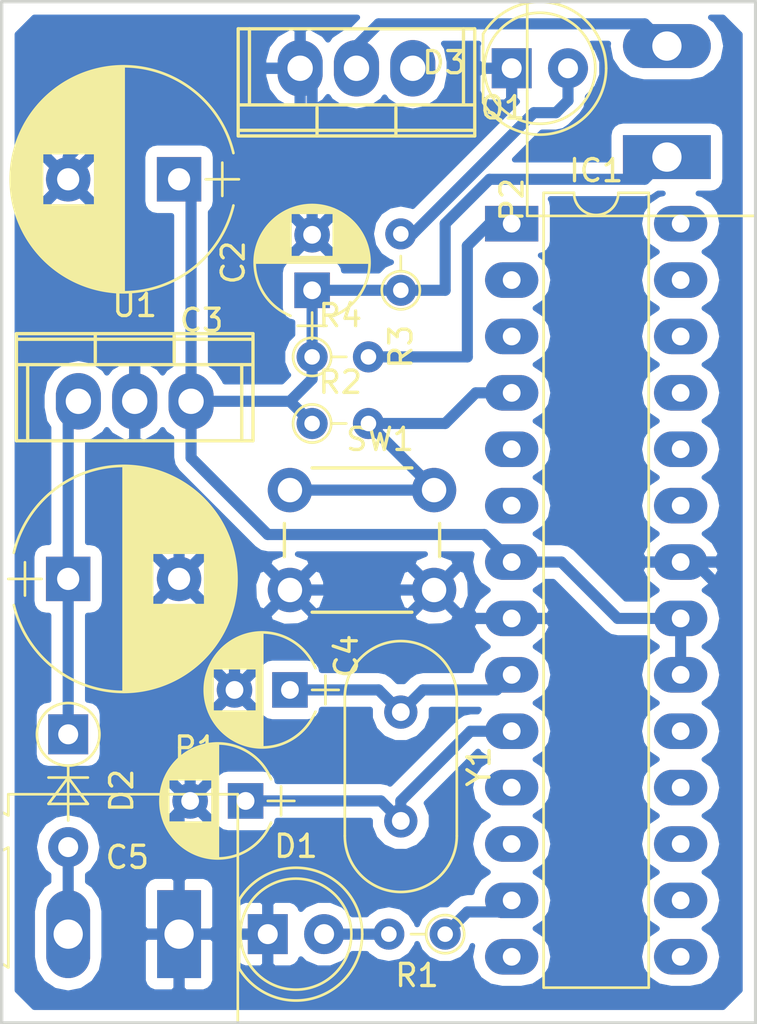
<source format=kicad_pcb>
(kicad_pcb (version 4) (host pcbnew 4.0.5)

  (general
    (links 37)
    (no_connects 0)
    (area 112.50581 103.3 165.85 157.695001)
    (thickness 1.6)
    (drawings 6)
    (tracks 90)
    (zones 0)
    (modules 19)
    (nets 32)
  )

  (page A4)
  (layers
    (0 F.Cu signal hide)
    (31 B.Cu signal)
    (32 B.Adhes user hide)
    (33 F.Adhes user hide)
    (34 B.Paste user hide)
    (35 F.Paste user hide)
    (36 B.SilkS user hide)
    (37 F.SilkS user)
    (38 B.Mask user hide)
    (39 F.Mask user hide)
    (40 Dwgs.User user hide)
    (41 Cmts.User user hide)
    (42 Eco1.User user hide)
    (43 Eco2.User user hide)
    (44 Edge.Cuts user)
    (45 Margin user hide)
    (46 B.CrtYd user hide)
    (47 F.CrtYd user hide)
    (48 B.Fab user hide)
    (49 F.Fab user hide)
  )

  (setup
    (last_trace_width 0.5)
    (trace_clearance 0.2)
    (zone_clearance 0.508)
    (zone_45_only no)
    (trace_min 0.2)
    (segment_width 0.2)
    (edge_width 0.15)
    (via_size 0.6)
    (via_drill 0.4)
    (via_min_size 0.4)
    (via_min_drill 0.3)
    (uvia_size 0.3)
    (uvia_drill 0.1)
    (uvias_allowed no)
    (uvia_min_size 0.2)
    (uvia_min_drill 0.1)
    (pcb_text_width 0.3)
    (pcb_text_size 1.5 1.5)
    (mod_edge_width 0.15)
    (mod_text_size 1 1)
    (mod_text_width 0.15)
    (pad_size 1.524 1.524)
    (pad_drill 0.762)
    (pad_to_mask_clearance 0.2)
    (aux_axis_origin 0 0)
    (visible_elements 7FFFFFFF)
    (pcbplotparams
      (layerselection 0x01020_80000000)
      (usegerberextensions false)
      (excludeedgelayer true)
      (linewidth 0.100000)
      (plotframeref false)
      (viasonmask false)
      (mode 1)
      (useauxorigin false)
      (hpglpennumber 1)
      (hpglpenspeed 20)
      (hpglpendiameter 15)
      (hpglpenoverlay 2)
      (psnegative false)
      (psa4output false)
      (plotreference true)
      (plotvalue true)
      (plotinvisibletext false)
      (padsonsilk true)
      (subtractmaskfromsilk false)
      (outputformat 1)
      (mirror false)
      (drillshape 0)
      (scaleselection 1)
      (outputdirectory ""))
  )

  (net 0 "")
  (net 1 12V)
  (net 2 GND)
  (net 3 5V)
  (net 4 "Net-(C4-Pad1)")
  (net 5 "Net-(C5-Pad1)")
  (net 6 "Net-(D1-Pad2)")
  (net 7 "Net-(D2-Pad2)")
  (net 8 "Net-(D3-Pad2)")
  (net 9 "Net-(P2-Pad2)")
  (net 10 PB4)
  (net 11 PB5)
  (net 12 PB3)
  (net 13 RESET)
  (net 14 C_TESTIGO)
  (net 15 C_Pulse)
  (net 16 "Net-(IC1-Pad15)")
  (net 17 "Net-(IC1-Pad2)")
  (net 18 "Net-(IC1-Pad16)")
  (net 19 "Net-(IC1-Pad3)")
  (net 20 "Net-(IC1-Pad5)")
  (net 21 "Net-(IC1-Pad6)")
  (net 22 "Net-(IC1-Pad23)")
  (net 23 "Net-(IC1-Pad24)")
  (net 24 "Net-(IC1-Pad11)")
  (net 25 "Net-(IC1-Pad25)")
  (net 26 "Net-(IC1-Pad12)")
  (net 27 "Net-(IC1-Pad26)")
  (net 28 "Net-(IC1-Pad27)")
  (net 29 "Net-(IC1-Pad14)")
  (net 30 "Net-(IC1-Pad28)")
  (net 31 PB3_2)

  (net_class Default "This is the default net class."
    (clearance 0.2)
    (trace_width 0.5)
    (via_dia 0.6)
    (via_drill 0.4)
    (uvia_dia 0.3)
    (uvia_drill 0.1)
    (add_net 12V)
    (add_net 5V)
    (add_net C_Pulse)
    (add_net C_TESTIGO)
    (add_net GND)
    (add_net "Net-(C4-Pad1)")
    (add_net "Net-(C5-Pad1)")
    (add_net "Net-(D1-Pad2)")
    (add_net "Net-(D2-Pad2)")
    (add_net "Net-(D3-Pad2)")
    (add_net "Net-(IC1-Pad11)")
    (add_net "Net-(IC1-Pad12)")
    (add_net "Net-(IC1-Pad14)")
    (add_net "Net-(IC1-Pad15)")
    (add_net "Net-(IC1-Pad16)")
    (add_net "Net-(IC1-Pad2)")
    (add_net "Net-(IC1-Pad23)")
    (add_net "Net-(IC1-Pad24)")
    (add_net "Net-(IC1-Pad25)")
    (add_net "Net-(IC1-Pad26)")
    (add_net "Net-(IC1-Pad27)")
    (add_net "Net-(IC1-Pad28)")
    (add_net "Net-(IC1-Pad3)")
    (add_net "Net-(IC1-Pad5)")
    (add_net "Net-(IC1-Pad6)")
    (add_net "Net-(P2-Pad2)")
    (add_net PB3)
    (add_net PB3_2)
    (add_net PB4)
    (add_net PB5)
    (add_net RESET)
  )

  (module Housings_DIP:DIP-28_W7.62mm_LongPads (layer F.Cu) (tedit 586281B5) (tstamp 589936BF)
    (at 138 119)
    (descr "28-lead dip package, row spacing 7.62 mm (300 mils), LongPads")
    (tags "DIL DIP PDIP 2.54mm 7.62mm 300mil LongPads")
    (path /5882E49D)
    (fp_text reference IC1 (at 3.81 -2.39) (layer F.SilkS)
      (effects (font (size 1 1) (thickness 0.15)))
    )
    (fp_text value ATMEGA8-P (at 3.81 35.41) (layer F.Fab)
      (effects (font (size 1 1) (thickness 0.15)))
    )
    (fp_arc (start 3.81 -1.39) (end 2.81 -1.39) (angle -180) (layer F.SilkS) (width 0.12))
    (fp_line (start 1.635 -1.27) (end 6.985 -1.27) (layer F.Fab) (width 0.1))
    (fp_line (start 6.985 -1.27) (end 6.985 34.29) (layer F.Fab) (width 0.1))
    (fp_line (start 6.985 34.29) (end 0.635 34.29) (layer F.Fab) (width 0.1))
    (fp_line (start 0.635 34.29) (end 0.635 -0.27) (layer F.Fab) (width 0.1))
    (fp_line (start 0.635 -0.27) (end 1.635 -1.27) (layer F.Fab) (width 0.1))
    (fp_line (start 2.81 -1.39) (end 1.44 -1.39) (layer F.SilkS) (width 0.12))
    (fp_line (start 1.44 -1.39) (end 1.44 34.41) (layer F.SilkS) (width 0.12))
    (fp_line (start 1.44 34.41) (end 6.18 34.41) (layer F.SilkS) (width 0.12))
    (fp_line (start 6.18 34.41) (end 6.18 -1.39) (layer F.SilkS) (width 0.12))
    (fp_line (start 6.18 -1.39) (end 4.81 -1.39) (layer F.SilkS) (width 0.12))
    (fp_line (start -1.5 -1.6) (end -1.5 34.6) (layer F.CrtYd) (width 0.05))
    (fp_line (start -1.5 34.6) (end 9.1 34.6) (layer F.CrtYd) (width 0.05))
    (fp_line (start 9.1 34.6) (end 9.1 -1.6) (layer F.CrtYd) (width 0.05))
    (fp_line (start 9.1 -1.6) (end -1.5 -1.6) (layer F.CrtYd) (width 0.05))
    (pad 1 thru_hole rect (at 0 0) (size 2.4 1.6) (drill 0.8) (layers *.Cu *.Mask)
      (net 13 RESET))
    (pad 15 thru_hole oval (at 7.62 33.02) (size 2.4 1.6) (drill 0.8) (layers *.Cu *.Mask)
      (net 16 "Net-(IC1-Pad15)"))
    (pad 2 thru_hole oval (at 0 2.54) (size 2.4 1.6) (drill 0.8) (layers *.Cu *.Mask)
      (net 17 "Net-(IC1-Pad2)"))
    (pad 16 thru_hole oval (at 7.62 30.48) (size 2.4 1.6) (drill 0.8) (layers *.Cu *.Mask)
      (net 18 "Net-(IC1-Pad16)"))
    (pad 3 thru_hole oval (at 0 5.08) (size 2.4 1.6) (drill 0.8) (layers *.Cu *.Mask)
      (net 19 "Net-(IC1-Pad3)"))
    (pad 17 thru_hole oval (at 7.62 27.94) (size 2.4 1.6) (drill 0.8) (layers *.Cu *.Mask)
      (net 12 PB3))
    (pad 4 thru_hole oval (at 0 7.62) (size 2.4 1.6) (drill 0.8) (layers *.Cu *.Mask)
      (net 15 C_Pulse))
    (pad 18 thru_hole oval (at 7.62 25.4) (size 2.4 1.6) (drill 0.8) (layers *.Cu *.Mask)
      (net 10 PB4))
    (pad 5 thru_hole oval (at 0 10.16) (size 2.4 1.6) (drill 0.8) (layers *.Cu *.Mask)
      (net 20 "Net-(IC1-Pad5)"))
    (pad 19 thru_hole oval (at 7.62 22.86) (size 2.4 1.6) (drill 0.8) (layers *.Cu *.Mask)
      (net 11 PB5))
    (pad 6 thru_hole oval (at 0 12.7) (size 2.4 1.6) (drill 0.8) (layers *.Cu *.Mask)
      (net 21 "Net-(IC1-Pad6)"))
    (pad 20 thru_hole oval (at 7.62 20.32) (size 2.4 1.6) (drill 0.8) (layers *.Cu *.Mask)
      (net 3 5V))
    (pad 7 thru_hole oval (at 0 15.24) (size 2.4 1.6) (drill 0.8) (layers *.Cu *.Mask)
      (net 3 5V))
    (pad 21 thru_hole oval (at 7.62 17.78) (size 2.4 1.6) (drill 0.8) (layers *.Cu *.Mask)
      (net 3 5V))
    (pad 8 thru_hole oval (at 0 17.78) (size 2.4 1.6) (drill 0.8) (layers *.Cu *.Mask)
      (net 2 GND))
    (pad 22 thru_hole oval (at 7.62 15.24) (size 2.4 1.6) (drill 0.8) (layers *.Cu *.Mask)
      (net 2 GND))
    (pad 9 thru_hole oval (at 0 20.32) (size 2.4 1.6) (drill 0.8) (layers *.Cu *.Mask)
      (net 4 "Net-(C4-Pad1)"))
    (pad 23 thru_hole oval (at 7.62 12.7) (size 2.4 1.6) (drill 0.8) (layers *.Cu *.Mask)
      (net 22 "Net-(IC1-Pad23)"))
    (pad 10 thru_hole oval (at 0 22.86) (size 2.4 1.6) (drill 0.8) (layers *.Cu *.Mask)
      (net 5 "Net-(C5-Pad1)"))
    (pad 24 thru_hole oval (at 7.62 10.16) (size 2.4 1.6) (drill 0.8) (layers *.Cu *.Mask)
      (net 23 "Net-(IC1-Pad24)"))
    (pad 11 thru_hole oval (at 0 25.4) (size 2.4 1.6) (drill 0.8) (layers *.Cu *.Mask)
      (net 24 "Net-(IC1-Pad11)"))
    (pad 25 thru_hole oval (at 7.62 7.62) (size 2.4 1.6) (drill 0.8) (layers *.Cu *.Mask)
      (net 25 "Net-(IC1-Pad25)"))
    (pad 12 thru_hole oval (at 0 27.94) (size 2.4 1.6) (drill 0.8) (layers *.Cu *.Mask)
      (net 26 "Net-(IC1-Pad12)"))
    (pad 26 thru_hole oval (at 7.62 5.08) (size 2.4 1.6) (drill 0.8) (layers *.Cu *.Mask)
      (net 27 "Net-(IC1-Pad26)"))
    (pad 13 thru_hole oval (at 0 30.48) (size 2.4 1.6) (drill 0.8) (layers *.Cu *.Mask)
      (net 14 C_TESTIGO))
    (pad 27 thru_hole oval (at 7.62 2.54) (size 2.4 1.6) (drill 0.8) (layers *.Cu *.Mask)
      (net 28 "Net-(IC1-Pad27)"))
    (pad 14 thru_hole oval (at 0 33.02) (size 2.4 1.6) (drill 0.8) (layers *.Cu *.Mask)
      (net 29 "Net-(IC1-Pad14)"))
    (pad 28 thru_hole oval (at 7.62 0) (size 2.4 1.6) (drill 0.8) (layers *.Cu *.Mask)
      (net 30 "Net-(IC1-Pad28)"))
    (model Housings_DIP.3dshapes/DIP-28_W7.62mm_LongPads.wrl
      (at (xyz 0 0 0))
      (scale (xyz 1 1 1))
      (rotate (xyz 0 0 0))
    )
  )

  (module Capacitors_ThroughHole:CP_Radial_D10.0mm_P5.00mm (layer F.Cu) (tedit 5899F328) (tstamp 58993362)
    (at 118 135)
    (descr "CP, Radial series, Radial, pin pitch=5.00mm, , diameter=10mm, Electrolytic Capacitor")
    (tags "CP Radial series Radial pin pitch 5.00mm  diameter 10mm Electrolytic Capacitor")
    (path /5882DFF7)
    (fp_text reference C1 (at -4.318 0) (layer F.SilkS)
      (effects (font (size 1 1) (thickness 0.15)))
    )
    (fp_text value 1000u/16V (at 2.5 6.06) (layer F.Fab)
      (effects (font (size 1 1) (thickness 0.15)))
    )
    (fp_arc (start 2.5 0) (end -2.451333 -1.18) (angle 153.2) (layer F.SilkS) (width 0.12))
    (fp_arc (start 2.5 0) (end -2.451333 1.18) (angle -153.2) (layer F.SilkS) (width 0.12))
    (fp_arc (start 2.5 0) (end 7.451333 -1.18) (angle 26.8) (layer F.SilkS) (width 0.12))
    (fp_circle (center 2.5 0) (end 7.5 0) (layer F.Fab) (width 0.1))
    (fp_line (start -2.7 0) (end -1.2 0) (layer F.Fab) (width 0.1))
    (fp_line (start -1.95 -0.75) (end -1.95 0.75) (layer F.Fab) (width 0.1))
    (fp_line (start 2.5 -5.05) (end 2.5 5.05) (layer F.SilkS) (width 0.12))
    (fp_line (start 2.54 -5.05) (end 2.54 5.05) (layer F.SilkS) (width 0.12))
    (fp_line (start 2.58 -5.05) (end 2.58 5.05) (layer F.SilkS) (width 0.12))
    (fp_line (start 2.62 -5.049) (end 2.62 5.049) (layer F.SilkS) (width 0.12))
    (fp_line (start 2.66 -5.048) (end 2.66 5.048) (layer F.SilkS) (width 0.12))
    (fp_line (start 2.7 -5.047) (end 2.7 5.047) (layer F.SilkS) (width 0.12))
    (fp_line (start 2.74 -5.045) (end 2.74 5.045) (layer F.SilkS) (width 0.12))
    (fp_line (start 2.78 -5.043) (end 2.78 5.043) (layer F.SilkS) (width 0.12))
    (fp_line (start 2.82 -5.04) (end 2.82 5.04) (layer F.SilkS) (width 0.12))
    (fp_line (start 2.86 -5.038) (end 2.86 5.038) (layer F.SilkS) (width 0.12))
    (fp_line (start 2.9 -5.035) (end 2.9 5.035) (layer F.SilkS) (width 0.12))
    (fp_line (start 2.94 -5.031) (end 2.94 5.031) (layer F.SilkS) (width 0.12))
    (fp_line (start 2.98 -5.028) (end 2.98 5.028) (layer F.SilkS) (width 0.12))
    (fp_line (start 3.02 -5.024) (end 3.02 5.024) (layer F.SilkS) (width 0.12))
    (fp_line (start 3.06 -5.02) (end 3.06 5.02) (layer F.SilkS) (width 0.12))
    (fp_line (start 3.1 -5.015) (end 3.1 5.015) (layer F.SilkS) (width 0.12))
    (fp_line (start 3.14 -5.01) (end 3.14 5.01) (layer F.SilkS) (width 0.12))
    (fp_line (start 3.18 -5.005) (end 3.18 5.005) (layer F.SilkS) (width 0.12))
    (fp_line (start 3.221 -4.999) (end 3.221 4.999) (layer F.SilkS) (width 0.12))
    (fp_line (start 3.261 -4.993) (end 3.261 4.993) (layer F.SilkS) (width 0.12))
    (fp_line (start 3.301 -4.987) (end 3.301 4.987) (layer F.SilkS) (width 0.12))
    (fp_line (start 3.341 -4.981) (end 3.341 4.981) (layer F.SilkS) (width 0.12))
    (fp_line (start 3.381 -4.974) (end 3.381 4.974) (layer F.SilkS) (width 0.12))
    (fp_line (start 3.421 -4.967) (end 3.421 4.967) (layer F.SilkS) (width 0.12))
    (fp_line (start 3.461 -4.959) (end 3.461 4.959) (layer F.SilkS) (width 0.12))
    (fp_line (start 3.501 -4.951) (end 3.501 4.951) (layer F.SilkS) (width 0.12))
    (fp_line (start 3.541 -4.943) (end 3.541 4.943) (layer F.SilkS) (width 0.12))
    (fp_line (start 3.581 -4.935) (end 3.581 4.935) (layer F.SilkS) (width 0.12))
    (fp_line (start 3.621 -4.926) (end 3.621 4.926) (layer F.SilkS) (width 0.12))
    (fp_line (start 3.661 -4.917) (end 3.661 4.917) (layer F.SilkS) (width 0.12))
    (fp_line (start 3.701 -4.907) (end 3.701 4.907) (layer F.SilkS) (width 0.12))
    (fp_line (start 3.741 -4.897) (end 3.741 4.897) (layer F.SilkS) (width 0.12))
    (fp_line (start 3.781 -4.887) (end 3.781 4.887) (layer F.SilkS) (width 0.12))
    (fp_line (start 3.821 -4.876) (end 3.821 -1.181) (layer F.SilkS) (width 0.12))
    (fp_line (start 3.821 1.181) (end 3.821 4.876) (layer F.SilkS) (width 0.12))
    (fp_line (start 3.861 -4.865) (end 3.861 -1.181) (layer F.SilkS) (width 0.12))
    (fp_line (start 3.861 1.181) (end 3.861 4.865) (layer F.SilkS) (width 0.12))
    (fp_line (start 3.901 -4.854) (end 3.901 -1.181) (layer F.SilkS) (width 0.12))
    (fp_line (start 3.901 1.181) (end 3.901 4.854) (layer F.SilkS) (width 0.12))
    (fp_line (start 3.941 -4.843) (end 3.941 -1.181) (layer F.SilkS) (width 0.12))
    (fp_line (start 3.941 1.181) (end 3.941 4.843) (layer F.SilkS) (width 0.12))
    (fp_line (start 3.981 -4.831) (end 3.981 -1.181) (layer F.SilkS) (width 0.12))
    (fp_line (start 3.981 1.181) (end 3.981 4.831) (layer F.SilkS) (width 0.12))
    (fp_line (start 4.021 -4.818) (end 4.021 -1.181) (layer F.SilkS) (width 0.12))
    (fp_line (start 4.021 1.181) (end 4.021 4.818) (layer F.SilkS) (width 0.12))
    (fp_line (start 4.061 -4.806) (end 4.061 -1.181) (layer F.SilkS) (width 0.12))
    (fp_line (start 4.061 1.181) (end 4.061 4.806) (layer F.SilkS) (width 0.12))
    (fp_line (start 4.101 -4.792) (end 4.101 -1.181) (layer F.SilkS) (width 0.12))
    (fp_line (start 4.101 1.181) (end 4.101 4.792) (layer F.SilkS) (width 0.12))
    (fp_line (start 4.141 -4.779) (end 4.141 -1.181) (layer F.SilkS) (width 0.12))
    (fp_line (start 4.141 1.181) (end 4.141 4.779) (layer F.SilkS) (width 0.12))
    (fp_line (start 4.181 -4.765) (end 4.181 -1.181) (layer F.SilkS) (width 0.12))
    (fp_line (start 4.181 1.181) (end 4.181 4.765) (layer F.SilkS) (width 0.12))
    (fp_line (start 4.221 -4.751) (end 4.221 -1.181) (layer F.SilkS) (width 0.12))
    (fp_line (start 4.221 1.181) (end 4.221 4.751) (layer F.SilkS) (width 0.12))
    (fp_line (start 4.261 -4.737) (end 4.261 -1.181) (layer F.SilkS) (width 0.12))
    (fp_line (start 4.261 1.181) (end 4.261 4.737) (layer F.SilkS) (width 0.12))
    (fp_line (start 4.301 -4.722) (end 4.301 -1.181) (layer F.SilkS) (width 0.12))
    (fp_line (start 4.301 1.181) (end 4.301 4.722) (layer F.SilkS) (width 0.12))
    (fp_line (start 4.341 -4.706) (end 4.341 -1.181) (layer F.SilkS) (width 0.12))
    (fp_line (start 4.341 1.181) (end 4.341 4.706) (layer F.SilkS) (width 0.12))
    (fp_line (start 4.381 -4.691) (end 4.381 -1.181) (layer F.SilkS) (width 0.12))
    (fp_line (start 4.381 1.181) (end 4.381 4.691) (layer F.SilkS) (width 0.12))
    (fp_line (start 4.421 -4.674) (end 4.421 -1.181) (layer F.SilkS) (width 0.12))
    (fp_line (start 4.421 1.181) (end 4.421 4.674) (layer F.SilkS) (width 0.12))
    (fp_line (start 4.461 -4.658) (end 4.461 -1.181) (layer F.SilkS) (width 0.12))
    (fp_line (start 4.461 1.181) (end 4.461 4.658) (layer F.SilkS) (width 0.12))
    (fp_line (start 4.501 -4.641) (end 4.501 -1.181) (layer F.SilkS) (width 0.12))
    (fp_line (start 4.501 1.181) (end 4.501 4.641) (layer F.SilkS) (width 0.12))
    (fp_line (start 4.541 -4.624) (end 4.541 -1.181) (layer F.SilkS) (width 0.12))
    (fp_line (start 4.541 1.181) (end 4.541 4.624) (layer F.SilkS) (width 0.12))
    (fp_line (start 4.581 -4.606) (end 4.581 -1.181) (layer F.SilkS) (width 0.12))
    (fp_line (start 4.581 1.181) (end 4.581 4.606) (layer F.SilkS) (width 0.12))
    (fp_line (start 4.621 -4.588) (end 4.621 -1.181) (layer F.SilkS) (width 0.12))
    (fp_line (start 4.621 1.181) (end 4.621 4.588) (layer F.SilkS) (width 0.12))
    (fp_line (start 4.661 -4.569) (end 4.661 -1.181) (layer F.SilkS) (width 0.12))
    (fp_line (start 4.661 1.181) (end 4.661 4.569) (layer F.SilkS) (width 0.12))
    (fp_line (start 4.701 -4.55) (end 4.701 -1.181) (layer F.SilkS) (width 0.12))
    (fp_line (start 4.701 1.181) (end 4.701 4.55) (layer F.SilkS) (width 0.12))
    (fp_line (start 4.741 -4.531) (end 4.741 -1.181) (layer F.SilkS) (width 0.12))
    (fp_line (start 4.741 1.181) (end 4.741 4.531) (layer F.SilkS) (width 0.12))
    (fp_line (start 4.781 -4.511) (end 4.781 -1.181) (layer F.SilkS) (width 0.12))
    (fp_line (start 4.781 1.181) (end 4.781 4.511) (layer F.SilkS) (width 0.12))
    (fp_line (start 4.821 -4.491) (end 4.821 -1.181) (layer F.SilkS) (width 0.12))
    (fp_line (start 4.821 1.181) (end 4.821 4.491) (layer F.SilkS) (width 0.12))
    (fp_line (start 4.861 -4.47) (end 4.861 -1.181) (layer F.SilkS) (width 0.12))
    (fp_line (start 4.861 1.181) (end 4.861 4.47) (layer F.SilkS) (width 0.12))
    (fp_line (start 4.901 -4.449) (end 4.901 -1.181) (layer F.SilkS) (width 0.12))
    (fp_line (start 4.901 1.181) (end 4.901 4.449) (layer F.SilkS) (width 0.12))
    (fp_line (start 4.941 -4.428) (end 4.941 -1.181) (layer F.SilkS) (width 0.12))
    (fp_line (start 4.941 1.181) (end 4.941 4.428) (layer F.SilkS) (width 0.12))
    (fp_line (start 4.981 -4.405) (end 4.981 -1.181) (layer F.SilkS) (width 0.12))
    (fp_line (start 4.981 1.181) (end 4.981 4.405) (layer F.SilkS) (width 0.12))
    (fp_line (start 5.021 -4.383) (end 5.021 -1.181) (layer F.SilkS) (width 0.12))
    (fp_line (start 5.021 1.181) (end 5.021 4.383) (layer F.SilkS) (width 0.12))
    (fp_line (start 5.061 -4.36) (end 5.061 -1.181) (layer F.SilkS) (width 0.12))
    (fp_line (start 5.061 1.181) (end 5.061 4.36) (layer F.SilkS) (width 0.12))
    (fp_line (start 5.101 -4.336) (end 5.101 -1.181) (layer F.SilkS) (width 0.12))
    (fp_line (start 5.101 1.181) (end 5.101 4.336) (layer F.SilkS) (width 0.12))
    (fp_line (start 5.141 -4.312) (end 5.141 -1.181) (layer F.SilkS) (width 0.12))
    (fp_line (start 5.141 1.181) (end 5.141 4.312) (layer F.SilkS) (width 0.12))
    (fp_line (start 5.181 -4.288) (end 5.181 -1.181) (layer F.SilkS) (width 0.12))
    (fp_line (start 5.181 1.181) (end 5.181 4.288) (layer F.SilkS) (width 0.12))
    (fp_line (start 5.221 -4.263) (end 5.221 -1.181) (layer F.SilkS) (width 0.12))
    (fp_line (start 5.221 1.181) (end 5.221 4.263) (layer F.SilkS) (width 0.12))
    (fp_line (start 5.261 -4.237) (end 5.261 -1.181) (layer F.SilkS) (width 0.12))
    (fp_line (start 5.261 1.181) (end 5.261 4.237) (layer F.SilkS) (width 0.12))
    (fp_line (start 5.301 -4.211) (end 5.301 -1.181) (layer F.SilkS) (width 0.12))
    (fp_line (start 5.301 1.181) (end 5.301 4.211) (layer F.SilkS) (width 0.12))
    (fp_line (start 5.341 -4.185) (end 5.341 -1.181) (layer F.SilkS) (width 0.12))
    (fp_line (start 5.341 1.181) (end 5.341 4.185) (layer F.SilkS) (width 0.12))
    (fp_line (start 5.381 -4.157) (end 5.381 -1.181) (layer F.SilkS) (width 0.12))
    (fp_line (start 5.381 1.181) (end 5.381 4.157) (layer F.SilkS) (width 0.12))
    (fp_line (start 5.421 -4.13) (end 5.421 -1.181) (layer F.SilkS) (width 0.12))
    (fp_line (start 5.421 1.181) (end 5.421 4.13) (layer F.SilkS) (width 0.12))
    (fp_line (start 5.461 -4.101) (end 5.461 -1.181) (layer F.SilkS) (width 0.12))
    (fp_line (start 5.461 1.181) (end 5.461 4.101) (layer F.SilkS) (width 0.12))
    (fp_line (start 5.501 -4.072) (end 5.501 -1.181) (layer F.SilkS) (width 0.12))
    (fp_line (start 5.501 1.181) (end 5.501 4.072) (layer F.SilkS) (width 0.12))
    (fp_line (start 5.541 -4.043) (end 5.541 -1.181) (layer F.SilkS) (width 0.12))
    (fp_line (start 5.541 1.181) (end 5.541 4.043) (layer F.SilkS) (width 0.12))
    (fp_line (start 5.581 -4.013) (end 5.581 -1.181) (layer F.SilkS) (width 0.12))
    (fp_line (start 5.581 1.181) (end 5.581 4.013) (layer F.SilkS) (width 0.12))
    (fp_line (start 5.621 -3.982) (end 5.621 -1.181) (layer F.SilkS) (width 0.12))
    (fp_line (start 5.621 1.181) (end 5.621 3.982) (layer F.SilkS) (width 0.12))
    (fp_line (start 5.661 -3.951) (end 5.661 -1.181) (layer F.SilkS) (width 0.12))
    (fp_line (start 5.661 1.181) (end 5.661 3.951) (layer F.SilkS) (width 0.12))
    (fp_line (start 5.701 -3.919) (end 5.701 -1.181) (layer F.SilkS) (width 0.12))
    (fp_line (start 5.701 1.181) (end 5.701 3.919) (layer F.SilkS) (width 0.12))
    (fp_line (start 5.741 -3.886) (end 5.741 -1.181) (layer F.SilkS) (width 0.12))
    (fp_line (start 5.741 1.181) (end 5.741 3.886) (layer F.SilkS) (width 0.12))
    (fp_line (start 5.781 -3.853) (end 5.781 -1.181) (layer F.SilkS) (width 0.12))
    (fp_line (start 5.781 1.181) (end 5.781 3.853) (layer F.SilkS) (width 0.12))
    (fp_line (start 5.821 -3.819) (end 5.821 -1.181) (layer F.SilkS) (width 0.12))
    (fp_line (start 5.821 1.181) (end 5.821 3.819) (layer F.SilkS) (width 0.12))
    (fp_line (start 5.861 -3.784) (end 5.861 -1.181) (layer F.SilkS) (width 0.12))
    (fp_line (start 5.861 1.181) (end 5.861 3.784) (layer F.SilkS) (width 0.12))
    (fp_line (start 5.901 -3.748) (end 5.901 -1.181) (layer F.SilkS) (width 0.12))
    (fp_line (start 5.901 1.181) (end 5.901 3.748) (layer F.SilkS) (width 0.12))
    (fp_line (start 5.941 -3.712) (end 5.941 -1.181) (layer F.SilkS) (width 0.12))
    (fp_line (start 5.941 1.181) (end 5.941 3.712) (layer F.SilkS) (width 0.12))
    (fp_line (start 5.981 -3.675) (end 5.981 -1.181) (layer F.SilkS) (width 0.12))
    (fp_line (start 5.981 1.181) (end 5.981 3.675) (layer F.SilkS) (width 0.12))
    (fp_line (start 6.021 -3.637) (end 6.021 -1.181) (layer F.SilkS) (width 0.12))
    (fp_line (start 6.021 1.181) (end 6.021 3.637) (layer F.SilkS) (width 0.12))
    (fp_line (start 6.061 -3.598) (end 6.061 -1.181) (layer F.SilkS) (width 0.12))
    (fp_line (start 6.061 1.181) (end 6.061 3.598) (layer F.SilkS) (width 0.12))
    (fp_line (start 6.101 -3.559) (end 6.101 -1.181) (layer F.SilkS) (width 0.12))
    (fp_line (start 6.101 1.181) (end 6.101 3.559) (layer F.SilkS) (width 0.12))
    (fp_line (start 6.141 -3.518) (end 6.141 -1.181) (layer F.SilkS) (width 0.12))
    (fp_line (start 6.141 1.181) (end 6.141 3.518) (layer F.SilkS) (width 0.12))
    (fp_line (start 6.181 -3.477) (end 6.181 3.477) (layer F.SilkS) (width 0.12))
    (fp_line (start 6.221 -3.435) (end 6.221 3.435) (layer F.SilkS) (width 0.12))
    (fp_line (start 6.261 -3.391) (end 6.261 3.391) (layer F.SilkS) (width 0.12))
    (fp_line (start 6.301 -3.347) (end 6.301 3.347) (layer F.SilkS) (width 0.12))
    (fp_line (start 6.341 -3.302) (end 6.341 3.302) (layer F.SilkS) (width 0.12))
    (fp_line (start 6.381 -3.255) (end 6.381 3.255) (layer F.SilkS) (width 0.12))
    (fp_line (start 6.421 -3.207) (end 6.421 3.207) (layer F.SilkS) (width 0.12))
    (fp_line (start 6.461 -3.158) (end 6.461 3.158) (layer F.SilkS) (width 0.12))
    (fp_line (start 6.501 -3.108) (end 6.501 3.108) (layer F.SilkS) (width 0.12))
    (fp_line (start 6.541 -3.057) (end 6.541 3.057) (layer F.SilkS) (width 0.12))
    (fp_line (start 6.581 -3.004) (end 6.581 3.004) (layer F.SilkS) (width 0.12))
    (fp_line (start 6.621 -2.949) (end 6.621 2.949) (layer F.SilkS) (width 0.12))
    (fp_line (start 6.661 -2.894) (end 6.661 2.894) (layer F.SilkS) (width 0.12))
    (fp_line (start 6.701 -2.836) (end 6.701 2.836) (layer F.SilkS) (width 0.12))
    (fp_line (start 6.741 -2.777) (end 6.741 2.777) (layer F.SilkS) (width 0.12))
    (fp_line (start 6.781 -2.715) (end 6.781 2.715) (layer F.SilkS) (width 0.12))
    (fp_line (start 6.821 -2.652) (end 6.821 2.652) (layer F.SilkS) (width 0.12))
    (fp_line (start 6.861 -2.587) (end 6.861 2.587) (layer F.SilkS) (width 0.12))
    (fp_line (start 6.901 -2.519) (end 6.901 2.519) (layer F.SilkS) (width 0.12))
    (fp_line (start 6.941 -2.449) (end 6.941 2.449) (layer F.SilkS) (width 0.12))
    (fp_line (start 6.981 -2.377) (end 6.981 2.377) (layer F.SilkS) (width 0.12))
    (fp_line (start 7.021 -2.301) (end 7.021 2.301) (layer F.SilkS) (width 0.12))
    (fp_line (start 7.061 -2.222) (end 7.061 2.222) (layer F.SilkS) (width 0.12))
    (fp_line (start 7.101 -2.14) (end 7.101 2.14) (layer F.SilkS) (width 0.12))
    (fp_line (start 7.141 -2.053) (end 7.141 2.053) (layer F.SilkS) (width 0.12))
    (fp_line (start 7.181 -1.962) (end 7.181 1.962) (layer F.SilkS) (width 0.12))
    (fp_line (start 7.221 -1.866) (end 7.221 1.866) (layer F.SilkS) (width 0.12))
    (fp_line (start 7.261 -1.763) (end 7.261 1.763) (layer F.SilkS) (width 0.12))
    (fp_line (start 7.301 -1.654) (end 7.301 1.654) (layer F.SilkS) (width 0.12))
    (fp_line (start 7.341 -1.536) (end 7.341 1.536) (layer F.SilkS) (width 0.12))
    (fp_line (start 7.381 -1.407) (end 7.381 1.407) (layer F.SilkS) (width 0.12))
    (fp_line (start 7.421 -1.265) (end 7.421 1.265) (layer F.SilkS) (width 0.12))
    (fp_line (start 7.461 -1.104) (end 7.461 1.104) (layer F.SilkS) (width 0.12))
    (fp_line (start 7.501 -0.913) (end 7.501 0.913) (layer F.SilkS) (width 0.12))
    (fp_line (start 7.541 -0.672) (end 7.541 0.672) (layer F.SilkS) (width 0.12))
    (fp_line (start 7.581 -0.279) (end 7.581 0.279) (layer F.SilkS) (width 0.12))
    (fp_line (start -2.7 0) (end -1.2 0) (layer F.SilkS) (width 0.12))
    (fp_line (start -1.95 -0.75) (end -1.95 0.75) (layer F.SilkS) (width 0.12))
    (fp_line (start -2.85 -5.35) (end -2.85 5.35) (layer F.CrtYd) (width 0.05))
    (fp_line (start -2.85 5.35) (end 7.85 5.35) (layer F.CrtYd) (width 0.05))
    (fp_line (start 7.85 5.35) (end 7.85 -5.35) (layer F.CrtYd) (width 0.05))
    (fp_line (start 7.85 -5.35) (end -2.85 -5.35) (layer F.CrtYd) (width 0.05))
    (pad 1 thru_hole rect (at 0 0) (size 2 2) (drill 1) (layers *.Cu *.Mask)
      (net 1 12V))
    (pad 2 thru_hole circle (at 5 0) (size 2 2) (drill 1) (layers *.Cu *.Mask)
      (net 2 GND))
    (model Capacitors_ThroughHole.3dshapes/CP_Radial_D10.0mm_P5.00mm.wrl
      (at (xyz 0 0 0))
      (scale (xyz 0.393701 0.393701 0.393701))
      (rotate (xyz 0 0 0))
    )
  )

  (module Capacitors_ThroughHole:CP_Radial_D10.0mm_P5.00mm (layer F.Cu) (tedit 5899FDF1) (tstamp 5899336E)
    (at 123 117 180)
    (descr "CP, Radial series, Radial, pin pitch=5.00mm, , diameter=10mm, Electrolytic Capacitor")
    (tags "CP Radial series Radial pin pitch 5.00mm  diameter 10mm Electrolytic Capacitor")
    (path /5882E168)
    (fp_text reference C3 (at -1.016 -6.35 180) (layer F.SilkS)
      (effects (font (size 1 1) (thickness 0.15)))
    )
    (fp_text value 1000u/16V (at 2.5 6.06 180) (layer F.Fab)
      (effects (font (size 1 1) (thickness 0.15)))
    )
    (fp_arc (start 2.5 0) (end -2.451333 -1.18) (angle 153.2) (layer F.SilkS) (width 0.12))
    (fp_arc (start 2.5 0) (end -2.451333 1.18) (angle -153.2) (layer F.SilkS) (width 0.12))
    (fp_arc (start 2.5 0) (end 7.451333 -1.18) (angle 26.8) (layer F.SilkS) (width 0.12))
    (fp_circle (center 2.5 0) (end 7.5 0) (layer F.Fab) (width 0.1))
    (fp_line (start -2.7 0) (end -1.2 0) (layer F.Fab) (width 0.1))
    (fp_line (start -1.95 -0.75) (end -1.95 0.75) (layer F.Fab) (width 0.1))
    (fp_line (start 2.5 -5.05) (end 2.5 5.05) (layer F.SilkS) (width 0.12))
    (fp_line (start 2.54 -5.05) (end 2.54 5.05) (layer F.SilkS) (width 0.12))
    (fp_line (start 2.58 -5.05) (end 2.58 5.05) (layer F.SilkS) (width 0.12))
    (fp_line (start 2.62 -5.049) (end 2.62 5.049) (layer F.SilkS) (width 0.12))
    (fp_line (start 2.66 -5.048) (end 2.66 5.048) (layer F.SilkS) (width 0.12))
    (fp_line (start 2.7 -5.047) (end 2.7 5.047) (layer F.SilkS) (width 0.12))
    (fp_line (start 2.74 -5.045) (end 2.74 5.045) (layer F.SilkS) (width 0.12))
    (fp_line (start 2.78 -5.043) (end 2.78 5.043) (layer F.SilkS) (width 0.12))
    (fp_line (start 2.82 -5.04) (end 2.82 5.04) (layer F.SilkS) (width 0.12))
    (fp_line (start 2.86 -5.038) (end 2.86 5.038) (layer F.SilkS) (width 0.12))
    (fp_line (start 2.9 -5.035) (end 2.9 5.035) (layer F.SilkS) (width 0.12))
    (fp_line (start 2.94 -5.031) (end 2.94 5.031) (layer F.SilkS) (width 0.12))
    (fp_line (start 2.98 -5.028) (end 2.98 5.028) (layer F.SilkS) (width 0.12))
    (fp_line (start 3.02 -5.024) (end 3.02 5.024) (layer F.SilkS) (width 0.12))
    (fp_line (start 3.06 -5.02) (end 3.06 5.02) (layer F.SilkS) (width 0.12))
    (fp_line (start 3.1 -5.015) (end 3.1 5.015) (layer F.SilkS) (width 0.12))
    (fp_line (start 3.14 -5.01) (end 3.14 5.01) (layer F.SilkS) (width 0.12))
    (fp_line (start 3.18 -5.005) (end 3.18 5.005) (layer F.SilkS) (width 0.12))
    (fp_line (start 3.221 -4.999) (end 3.221 4.999) (layer F.SilkS) (width 0.12))
    (fp_line (start 3.261 -4.993) (end 3.261 4.993) (layer F.SilkS) (width 0.12))
    (fp_line (start 3.301 -4.987) (end 3.301 4.987) (layer F.SilkS) (width 0.12))
    (fp_line (start 3.341 -4.981) (end 3.341 4.981) (layer F.SilkS) (width 0.12))
    (fp_line (start 3.381 -4.974) (end 3.381 4.974) (layer F.SilkS) (width 0.12))
    (fp_line (start 3.421 -4.967) (end 3.421 4.967) (layer F.SilkS) (width 0.12))
    (fp_line (start 3.461 -4.959) (end 3.461 4.959) (layer F.SilkS) (width 0.12))
    (fp_line (start 3.501 -4.951) (end 3.501 4.951) (layer F.SilkS) (width 0.12))
    (fp_line (start 3.541 -4.943) (end 3.541 4.943) (layer F.SilkS) (width 0.12))
    (fp_line (start 3.581 -4.935) (end 3.581 4.935) (layer F.SilkS) (width 0.12))
    (fp_line (start 3.621 -4.926) (end 3.621 4.926) (layer F.SilkS) (width 0.12))
    (fp_line (start 3.661 -4.917) (end 3.661 4.917) (layer F.SilkS) (width 0.12))
    (fp_line (start 3.701 -4.907) (end 3.701 4.907) (layer F.SilkS) (width 0.12))
    (fp_line (start 3.741 -4.897) (end 3.741 4.897) (layer F.SilkS) (width 0.12))
    (fp_line (start 3.781 -4.887) (end 3.781 4.887) (layer F.SilkS) (width 0.12))
    (fp_line (start 3.821 -4.876) (end 3.821 -1.181) (layer F.SilkS) (width 0.12))
    (fp_line (start 3.821 1.181) (end 3.821 4.876) (layer F.SilkS) (width 0.12))
    (fp_line (start 3.861 -4.865) (end 3.861 -1.181) (layer F.SilkS) (width 0.12))
    (fp_line (start 3.861 1.181) (end 3.861 4.865) (layer F.SilkS) (width 0.12))
    (fp_line (start 3.901 -4.854) (end 3.901 -1.181) (layer F.SilkS) (width 0.12))
    (fp_line (start 3.901 1.181) (end 3.901 4.854) (layer F.SilkS) (width 0.12))
    (fp_line (start 3.941 -4.843) (end 3.941 -1.181) (layer F.SilkS) (width 0.12))
    (fp_line (start 3.941 1.181) (end 3.941 4.843) (layer F.SilkS) (width 0.12))
    (fp_line (start 3.981 -4.831) (end 3.981 -1.181) (layer F.SilkS) (width 0.12))
    (fp_line (start 3.981 1.181) (end 3.981 4.831) (layer F.SilkS) (width 0.12))
    (fp_line (start 4.021 -4.818) (end 4.021 -1.181) (layer F.SilkS) (width 0.12))
    (fp_line (start 4.021 1.181) (end 4.021 4.818) (layer F.SilkS) (width 0.12))
    (fp_line (start 4.061 -4.806) (end 4.061 -1.181) (layer F.SilkS) (width 0.12))
    (fp_line (start 4.061 1.181) (end 4.061 4.806) (layer F.SilkS) (width 0.12))
    (fp_line (start 4.101 -4.792) (end 4.101 -1.181) (layer F.SilkS) (width 0.12))
    (fp_line (start 4.101 1.181) (end 4.101 4.792) (layer F.SilkS) (width 0.12))
    (fp_line (start 4.141 -4.779) (end 4.141 -1.181) (layer F.SilkS) (width 0.12))
    (fp_line (start 4.141 1.181) (end 4.141 4.779) (layer F.SilkS) (width 0.12))
    (fp_line (start 4.181 -4.765) (end 4.181 -1.181) (layer F.SilkS) (width 0.12))
    (fp_line (start 4.181 1.181) (end 4.181 4.765) (layer F.SilkS) (width 0.12))
    (fp_line (start 4.221 -4.751) (end 4.221 -1.181) (layer F.SilkS) (width 0.12))
    (fp_line (start 4.221 1.181) (end 4.221 4.751) (layer F.SilkS) (width 0.12))
    (fp_line (start 4.261 -4.737) (end 4.261 -1.181) (layer F.SilkS) (width 0.12))
    (fp_line (start 4.261 1.181) (end 4.261 4.737) (layer F.SilkS) (width 0.12))
    (fp_line (start 4.301 -4.722) (end 4.301 -1.181) (layer F.SilkS) (width 0.12))
    (fp_line (start 4.301 1.181) (end 4.301 4.722) (layer F.SilkS) (width 0.12))
    (fp_line (start 4.341 -4.706) (end 4.341 -1.181) (layer F.SilkS) (width 0.12))
    (fp_line (start 4.341 1.181) (end 4.341 4.706) (layer F.SilkS) (width 0.12))
    (fp_line (start 4.381 -4.691) (end 4.381 -1.181) (layer F.SilkS) (width 0.12))
    (fp_line (start 4.381 1.181) (end 4.381 4.691) (layer F.SilkS) (width 0.12))
    (fp_line (start 4.421 -4.674) (end 4.421 -1.181) (layer F.SilkS) (width 0.12))
    (fp_line (start 4.421 1.181) (end 4.421 4.674) (layer F.SilkS) (width 0.12))
    (fp_line (start 4.461 -4.658) (end 4.461 -1.181) (layer F.SilkS) (width 0.12))
    (fp_line (start 4.461 1.181) (end 4.461 4.658) (layer F.SilkS) (width 0.12))
    (fp_line (start 4.501 -4.641) (end 4.501 -1.181) (layer F.SilkS) (width 0.12))
    (fp_line (start 4.501 1.181) (end 4.501 4.641) (layer F.SilkS) (width 0.12))
    (fp_line (start 4.541 -4.624) (end 4.541 -1.181) (layer F.SilkS) (width 0.12))
    (fp_line (start 4.541 1.181) (end 4.541 4.624) (layer F.SilkS) (width 0.12))
    (fp_line (start 4.581 -4.606) (end 4.581 -1.181) (layer F.SilkS) (width 0.12))
    (fp_line (start 4.581 1.181) (end 4.581 4.606) (layer F.SilkS) (width 0.12))
    (fp_line (start 4.621 -4.588) (end 4.621 -1.181) (layer F.SilkS) (width 0.12))
    (fp_line (start 4.621 1.181) (end 4.621 4.588) (layer F.SilkS) (width 0.12))
    (fp_line (start 4.661 -4.569) (end 4.661 -1.181) (layer F.SilkS) (width 0.12))
    (fp_line (start 4.661 1.181) (end 4.661 4.569) (layer F.SilkS) (width 0.12))
    (fp_line (start 4.701 -4.55) (end 4.701 -1.181) (layer F.SilkS) (width 0.12))
    (fp_line (start 4.701 1.181) (end 4.701 4.55) (layer F.SilkS) (width 0.12))
    (fp_line (start 4.741 -4.531) (end 4.741 -1.181) (layer F.SilkS) (width 0.12))
    (fp_line (start 4.741 1.181) (end 4.741 4.531) (layer F.SilkS) (width 0.12))
    (fp_line (start 4.781 -4.511) (end 4.781 -1.181) (layer F.SilkS) (width 0.12))
    (fp_line (start 4.781 1.181) (end 4.781 4.511) (layer F.SilkS) (width 0.12))
    (fp_line (start 4.821 -4.491) (end 4.821 -1.181) (layer F.SilkS) (width 0.12))
    (fp_line (start 4.821 1.181) (end 4.821 4.491) (layer F.SilkS) (width 0.12))
    (fp_line (start 4.861 -4.47) (end 4.861 -1.181) (layer F.SilkS) (width 0.12))
    (fp_line (start 4.861 1.181) (end 4.861 4.47) (layer F.SilkS) (width 0.12))
    (fp_line (start 4.901 -4.449) (end 4.901 -1.181) (layer F.SilkS) (width 0.12))
    (fp_line (start 4.901 1.181) (end 4.901 4.449) (layer F.SilkS) (width 0.12))
    (fp_line (start 4.941 -4.428) (end 4.941 -1.181) (layer F.SilkS) (width 0.12))
    (fp_line (start 4.941 1.181) (end 4.941 4.428) (layer F.SilkS) (width 0.12))
    (fp_line (start 4.981 -4.405) (end 4.981 -1.181) (layer F.SilkS) (width 0.12))
    (fp_line (start 4.981 1.181) (end 4.981 4.405) (layer F.SilkS) (width 0.12))
    (fp_line (start 5.021 -4.383) (end 5.021 -1.181) (layer F.SilkS) (width 0.12))
    (fp_line (start 5.021 1.181) (end 5.021 4.383) (layer F.SilkS) (width 0.12))
    (fp_line (start 5.061 -4.36) (end 5.061 -1.181) (layer F.SilkS) (width 0.12))
    (fp_line (start 5.061 1.181) (end 5.061 4.36) (layer F.SilkS) (width 0.12))
    (fp_line (start 5.101 -4.336) (end 5.101 -1.181) (layer F.SilkS) (width 0.12))
    (fp_line (start 5.101 1.181) (end 5.101 4.336) (layer F.SilkS) (width 0.12))
    (fp_line (start 5.141 -4.312) (end 5.141 -1.181) (layer F.SilkS) (width 0.12))
    (fp_line (start 5.141 1.181) (end 5.141 4.312) (layer F.SilkS) (width 0.12))
    (fp_line (start 5.181 -4.288) (end 5.181 -1.181) (layer F.SilkS) (width 0.12))
    (fp_line (start 5.181 1.181) (end 5.181 4.288) (layer F.SilkS) (width 0.12))
    (fp_line (start 5.221 -4.263) (end 5.221 -1.181) (layer F.SilkS) (width 0.12))
    (fp_line (start 5.221 1.181) (end 5.221 4.263) (layer F.SilkS) (width 0.12))
    (fp_line (start 5.261 -4.237) (end 5.261 -1.181) (layer F.SilkS) (width 0.12))
    (fp_line (start 5.261 1.181) (end 5.261 4.237) (layer F.SilkS) (width 0.12))
    (fp_line (start 5.301 -4.211) (end 5.301 -1.181) (layer F.SilkS) (width 0.12))
    (fp_line (start 5.301 1.181) (end 5.301 4.211) (layer F.SilkS) (width 0.12))
    (fp_line (start 5.341 -4.185) (end 5.341 -1.181) (layer F.SilkS) (width 0.12))
    (fp_line (start 5.341 1.181) (end 5.341 4.185) (layer F.SilkS) (width 0.12))
    (fp_line (start 5.381 -4.157) (end 5.381 -1.181) (layer F.SilkS) (width 0.12))
    (fp_line (start 5.381 1.181) (end 5.381 4.157) (layer F.SilkS) (width 0.12))
    (fp_line (start 5.421 -4.13) (end 5.421 -1.181) (layer F.SilkS) (width 0.12))
    (fp_line (start 5.421 1.181) (end 5.421 4.13) (layer F.SilkS) (width 0.12))
    (fp_line (start 5.461 -4.101) (end 5.461 -1.181) (layer F.SilkS) (width 0.12))
    (fp_line (start 5.461 1.181) (end 5.461 4.101) (layer F.SilkS) (width 0.12))
    (fp_line (start 5.501 -4.072) (end 5.501 -1.181) (layer F.SilkS) (width 0.12))
    (fp_line (start 5.501 1.181) (end 5.501 4.072) (layer F.SilkS) (width 0.12))
    (fp_line (start 5.541 -4.043) (end 5.541 -1.181) (layer F.SilkS) (width 0.12))
    (fp_line (start 5.541 1.181) (end 5.541 4.043) (layer F.SilkS) (width 0.12))
    (fp_line (start 5.581 -4.013) (end 5.581 -1.181) (layer F.SilkS) (width 0.12))
    (fp_line (start 5.581 1.181) (end 5.581 4.013) (layer F.SilkS) (width 0.12))
    (fp_line (start 5.621 -3.982) (end 5.621 -1.181) (layer F.SilkS) (width 0.12))
    (fp_line (start 5.621 1.181) (end 5.621 3.982) (layer F.SilkS) (width 0.12))
    (fp_line (start 5.661 -3.951) (end 5.661 -1.181) (layer F.SilkS) (width 0.12))
    (fp_line (start 5.661 1.181) (end 5.661 3.951) (layer F.SilkS) (width 0.12))
    (fp_line (start 5.701 -3.919) (end 5.701 -1.181) (layer F.SilkS) (width 0.12))
    (fp_line (start 5.701 1.181) (end 5.701 3.919) (layer F.SilkS) (width 0.12))
    (fp_line (start 5.741 -3.886) (end 5.741 -1.181) (layer F.SilkS) (width 0.12))
    (fp_line (start 5.741 1.181) (end 5.741 3.886) (layer F.SilkS) (width 0.12))
    (fp_line (start 5.781 -3.853) (end 5.781 -1.181) (layer F.SilkS) (width 0.12))
    (fp_line (start 5.781 1.181) (end 5.781 3.853) (layer F.SilkS) (width 0.12))
    (fp_line (start 5.821 -3.819) (end 5.821 -1.181) (layer F.SilkS) (width 0.12))
    (fp_line (start 5.821 1.181) (end 5.821 3.819) (layer F.SilkS) (width 0.12))
    (fp_line (start 5.861 -3.784) (end 5.861 -1.181) (layer F.SilkS) (width 0.12))
    (fp_line (start 5.861 1.181) (end 5.861 3.784) (layer F.SilkS) (width 0.12))
    (fp_line (start 5.901 -3.748) (end 5.901 -1.181) (layer F.SilkS) (width 0.12))
    (fp_line (start 5.901 1.181) (end 5.901 3.748) (layer F.SilkS) (width 0.12))
    (fp_line (start 5.941 -3.712) (end 5.941 -1.181) (layer F.SilkS) (width 0.12))
    (fp_line (start 5.941 1.181) (end 5.941 3.712) (layer F.SilkS) (width 0.12))
    (fp_line (start 5.981 -3.675) (end 5.981 -1.181) (layer F.SilkS) (width 0.12))
    (fp_line (start 5.981 1.181) (end 5.981 3.675) (layer F.SilkS) (width 0.12))
    (fp_line (start 6.021 -3.637) (end 6.021 -1.181) (layer F.SilkS) (width 0.12))
    (fp_line (start 6.021 1.181) (end 6.021 3.637) (layer F.SilkS) (width 0.12))
    (fp_line (start 6.061 -3.598) (end 6.061 -1.181) (layer F.SilkS) (width 0.12))
    (fp_line (start 6.061 1.181) (end 6.061 3.598) (layer F.SilkS) (width 0.12))
    (fp_line (start 6.101 -3.559) (end 6.101 -1.181) (layer F.SilkS) (width 0.12))
    (fp_line (start 6.101 1.181) (end 6.101 3.559) (layer F.SilkS) (width 0.12))
    (fp_line (start 6.141 -3.518) (end 6.141 -1.181) (layer F.SilkS) (width 0.12))
    (fp_line (start 6.141 1.181) (end 6.141 3.518) (layer F.SilkS) (width 0.12))
    (fp_line (start 6.181 -3.477) (end 6.181 3.477) (layer F.SilkS) (width 0.12))
    (fp_line (start 6.221 -3.435) (end 6.221 3.435) (layer F.SilkS) (width 0.12))
    (fp_line (start 6.261 -3.391) (end 6.261 3.391) (layer F.SilkS) (width 0.12))
    (fp_line (start 6.301 -3.347) (end 6.301 3.347) (layer F.SilkS) (width 0.12))
    (fp_line (start 6.341 -3.302) (end 6.341 3.302) (layer F.SilkS) (width 0.12))
    (fp_line (start 6.381 -3.255) (end 6.381 3.255) (layer F.SilkS) (width 0.12))
    (fp_line (start 6.421 -3.207) (end 6.421 3.207) (layer F.SilkS) (width 0.12))
    (fp_line (start 6.461 -3.158) (end 6.461 3.158) (layer F.SilkS) (width 0.12))
    (fp_line (start 6.501 -3.108) (end 6.501 3.108) (layer F.SilkS) (width 0.12))
    (fp_line (start 6.541 -3.057) (end 6.541 3.057) (layer F.SilkS) (width 0.12))
    (fp_line (start 6.581 -3.004) (end 6.581 3.004) (layer F.SilkS) (width 0.12))
    (fp_line (start 6.621 -2.949) (end 6.621 2.949) (layer F.SilkS) (width 0.12))
    (fp_line (start 6.661 -2.894) (end 6.661 2.894) (layer F.SilkS) (width 0.12))
    (fp_line (start 6.701 -2.836) (end 6.701 2.836) (layer F.SilkS) (width 0.12))
    (fp_line (start 6.741 -2.777) (end 6.741 2.777) (layer F.SilkS) (width 0.12))
    (fp_line (start 6.781 -2.715) (end 6.781 2.715) (layer F.SilkS) (width 0.12))
    (fp_line (start 6.821 -2.652) (end 6.821 2.652) (layer F.SilkS) (width 0.12))
    (fp_line (start 6.861 -2.587) (end 6.861 2.587) (layer F.SilkS) (width 0.12))
    (fp_line (start 6.901 -2.519) (end 6.901 2.519) (layer F.SilkS) (width 0.12))
    (fp_line (start 6.941 -2.449) (end 6.941 2.449) (layer F.SilkS) (width 0.12))
    (fp_line (start 6.981 -2.377) (end 6.981 2.377) (layer F.SilkS) (width 0.12))
    (fp_line (start 7.021 -2.301) (end 7.021 2.301) (layer F.SilkS) (width 0.12))
    (fp_line (start 7.061 -2.222) (end 7.061 2.222) (layer F.SilkS) (width 0.12))
    (fp_line (start 7.101 -2.14) (end 7.101 2.14) (layer F.SilkS) (width 0.12))
    (fp_line (start 7.141 -2.053) (end 7.141 2.053) (layer F.SilkS) (width 0.12))
    (fp_line (start 7.181 -1.962) (end 7.181 1.962) (layer F.SilkS) (width 0.12))
    (fp_line (start 7.221 -1.866) (end 7.221 1.866) (layer F.SilkS) (width 0.12))
    (fp_line (start 7.261 -1.763) (end 7.261 1.763) (layer F.SilkS) (width 0.12))
    (fp_line (start 7.301 -1.654) (end 7.301 1.654) (layer F.SilkS) (width 0.12))
    (fp_line (start 7.341 -1.536) (end 7.341 1.536) (layer F.SilkS) (width 0.12))
    (fp_line (start 7.381 -1.407) (end 7.381 1.407) (layer F.SilkS) (width 0.12))
    (fp_line (start 7.421 -1.265) (end 7.421 1.265) (layer F.SilkS) (width 0.12))
    (fp_line (start 7.461 -1.104) (end 7.461 1.104) (layer F.SilkS) (width 0.12))
    (fp_line (start 7.501 -0.913) (end 7.501 0.913) (layer F.SilkS) (width 0.12))
    (fp_line (start 7.541 -0.672) (end 7.541 0.672) (layer F.SilkS) (width 0.12))
    (fp_line (start 7.581 -0.279) (end 7.581 0.279) (layer F.SilkS) (width 0.12))
    (fp_line (start -2.7 0) (end -1.2 0) (layer F.SilkS) (width 0.12))
    (fp_line (start -1.95 -0.75) (end -1.95 0.75) (layer F.SilkS) (width 0.12))
    (fp_line (start -2.85 -5.35) (end -2.85 5.35) (layer F.CrtYd) (width 0.05))
    (fp_line (start -2.85 5.35) (end 7.85 5.35) (layer F.CrtYd) (width 0.05))
    (fp_line (start 7.85 5.35) (end 7.85 -5.35) (layer F.CrtYd) (width 0.05))
    (fp_line (start 7.85 -5.35) (end -2.85 -5.35) (layer F.CrtYd) (width 0.05))
    (pad 1 thru_hole rect (at 0 0 180) (size 2 2) (drill 1) (layers *.Cu *.Mask)
      (net 3 5V))
    (pad 2 thru_hole circle (at 5 0 180) (size 2 2) (drill 1) (layers *.Cu *.Mask)
      (net 2 GND))
    (model Capacitors_ThroughHole.3dshapes/CP_Radial_D10.0mm_P5.00mm.wrl
      (at (xyz 0 0 0))
      (scale (xyz 0.393701 0.393701 0.393701))
      (rotate (xyz 0 0 0))
    )
  )

  (module LEDs:LED_D5.0mm (layer F.Cu) (tedit 587A3A7B) (tstamp 58993380)
    (at 127 151)
    (descr "LED, diameter 5.0mm, 2 pins, http://cdn-reichelt.de/documents/datenblatt/A500/LL-504BC2E-009.pdf")
    (tags "LED diameter 5.0mm 2 pins")
    (path /58831F3F)
    (fp_text reference D1 (at 1.27 -3.96) (layer F.SilkS)
      (effects (font (size 1 1) (thickness 0.15)))
    )
    (fp_text value Test (at 1.27 3.96) (layer F.Fab)
      (effects (font (size 1 1) (thickness 0.15)))
    )
    (fp_arc (start 1.27 0) (end -1.23 -1.469694) (angle 299.1) (layer F.Fab) (width 0.1))
    (fp_arc (start 1.27 0) (end -1.29 -1.54483) (angle 148.9) (layer F.SilkS) (width 0.12))
    (fp_arc (start 1.27 0) (end -1.29 1.54483) (angle -148.9) (layer F.SilkS) (width 0.12))
    (fp_circle (center 1.27 0) (end 3.77 0) (layer F.Fab) (width 0.1))
    (fp_circle (center 1.27 0) (end 3.77 0) (layer F.SilkS) (width 0.12))
    (fp_line (start -1.23 -1.469694) (end -1.23 1.469694) (layer F.Fab) (width 0.1))
    (fp_line (start -1.29 -1.545) (end -1.29 1.545) (layer F.SilkS) (width 0.12))
    (fp_line (start -1.95 -3.25) (end -1.95 3.25) (layer F.CrtYd) (width 0.05))
    (fp_line (start -1.95 3.25) (end 4.5 3.25) (layer F.CrtYd) (width 0.05))
    (fp_line (start 4.5 3.25) (end 4.5 -3.25) (layer F.CrtYd) (width 0.05))
    (fp_line (start 4.5 -3.25) (end -1.95 -3.25) (layer F.CrtYd) (width 0.05))
    (pad 1 thru_hole rect (at 0 0) (size 1.8 1.8) (drill 0.9) (layers *.Cu *.Mask)
      (net 2 GND))
    (pad 2 thru_hole circle (at 2.54 0) (size 1.8 1.8) (drill 0.9) (layers *.Cu *.Mask)
      (net 6 "Net-(D1-Pad2)"))
    (model LEDs.3dshapes/LED_D5.0mm.wrl
      (at (xyz 0 0 0))
      (scale (xyz 0.393701 0.393701 0.393701))
      (rotate (xyz 0 0 0))
    )
  )

  (module Diodes_ThroughHole:D_A-405_P5.08mm_Vertical_AnodeUp (layer F.Cu) (tedit 58E2765B) (tstamp 58993386)
    (at 118 142 270)
    (descr "D, A-405 series, Axial, Vertical, pin pitch=5.08mm, , length*diameter=5.2*2.7mm^2, , http://www.diodes.com/_files/packages/A-405.pdf")
    (tags "D A-405 series Axial Vertical pin pitch 5.08mm  length 5.2mm diameter 2.7mm")
    (path /5882DF6C)
    (fp_text reference D2 (at 2.54 -2.41 270) (layer F.SilkS)
      (effects (font (size 1 1) (thickness 0.15)))
    )
    (fp_text value 1n4004 (at 2.54 2.41 360) (layer F.Fab)
      (effects (font (size 1 1) (thickness 0.15)))
    )
    (fp_circle (center 0 0) (end 1.35 0) (layer F.Fab) (width 0.1))
    (fp_circle (center 0 0) (end 1.41 0) (layer F.SilkS) (width 0.12))
    (fp_line (start 0 0) (end 5.08 0) (layer F.Fab) (width 0.1))
    (fp_line (start 1.41 0) (end 3.88 0) (layer F.SilkS) (width 0.12))
    (fp_line (start 1.947333 -0.889) (end 1.947333 0.889) (layer F.SilkS) (width 0.12))
    (fp_line (start 1.947333 0) (end 3.132667 -0.889) (layer F.SilkS) (width 0.12))
    (fp_line (start 3.132667 -0.889) (end 3.132667 0.889) (layer F.SilkS) (width 0.12))
    (fp_line (start 3.132667 0.889) (end 1.947333 0) (layer F.SilkS) (width 0.12))
    (fp_line (start -1.7 -1.7) (end -1.7 1.7) (layer F.CrtYd) (width 0.05))
    (fp_line (start -1.7 1.7) (end 6.3 1.7) (layer F.CrtYd) (width 0.05))
    (fp_line (start 6.3 1.7) (end 6.3 -1.7) (layer F.CrtYd) (width 0.05))
    (fp_line (start 6.3 -1.7) (end -1.7 -1.7) (layer F.CrtYd) (width 0.05))
    (fp_text user K (at -2.11 0 270) (layer F.Fab)
      (effects (font (size 1 1) (thickness 0.15)))
    )
    (pad 1 thru_hole rect (at 0 0 270) (size 1.8 1.8) (drill 0.9) (layers *.Cu *.Mask)
      (net 1 12V))
    (pad 2 thru_hole oval (at 5.08 0 270) (size 1.8 1.8) (drill 0.9) (layers *.Cu *.Mask)
      (net 7 "Net-(D2-Pad2)"))
    (model Diodes_ThroughHole.3dshapes/D_A-405_P5.08mm_Vertical_AnodeUp.wrl
      (at (xyz 0 0 0))
      (scale (xyz 0.393701 0.393701 0.393701))
      (rotate (xyz 0 0 0))
    )
  )

  (module LEDs:LED_D5.0mm (layer F.Cu) (tedit 589A5C54) (tstamp 5899338C)
    (at 138 112)
    (descr "LED, diameter 5.0mm, 2 pins, http://cdn-reichelt.de/documents/datenblatt/A500/LL-504BC2E-009.pdf")
    (tags "LED diameter 5.0mm 2 pins")
    (path /5882E2D6)
    (fp_text reference D3 (at -3.048 -0.254) (layer F.SilkS)
      (effects (font (size 1 1) (thickness 0.15)))
    )
    (fp_text value Test (at 1.27 3.96) (layer F.Fab)
      (effects (font (size 1 1) (thickness 0.15)))
    )
    (fp_arc (start 1.27 0) (end -1.23 -1.469694) (angle 299.1) (layer F.Fab) (width 0.1))
    (fp_arc (start 1.27 0) (end -1.29 -1.54483) (angle 148.9) (layer F.SilkS) (width 0.12))
    (fp_arc (start 1.27 0) (end -1.29 1.54483) (angle -148.9) (layer F.SilkS) (width 0.12))
    (fp_circle (center 1.27 0) (end 3.77 0) (layer F.Fab) (width 0.1))
    (fp_circle (center 1.27 0) (end 3.77 0) (layer F.SilkS) (width 0.12))
    (fp_line (start -1.23 -1.469694) (end -1.23 1.469694) (layer F.Fab) (width 0.1))
    (fp_line (start -1.29 -1.545) (end -1.29 1.545) (layer F.SilkS) (width 0.12))
    (fp_line (start -1.95 -3.25) (end -1.95 3.25) (layer F.CrtYd) (width 0.05))
    (fp_line (start -1.95 3.25) (end 4.5 3.25) (layer F.CrtYd) (width 0.05))
    (fp_line (start 4.5 3.25) (end 4.5 -3.25) (layer F.CrtYd) (width 0.05))
    (fp_line (start 4.5 -3.25) (end -1.95 -3.25) (layer F.CrtYd) (width 0.05))
    (pad 1 thru_hole rect (at 0 0) (size 1.8 1.8) (drill 0.9) (layers *.Cu *.Mask)
      (net 2 GND))
    (pad 2 thru_hole circle (at 2.54 0) (size 1.8 1.8) (drill 0.9) (layers *.Cu *.Mask)
      (net 8 "Net-(D3-Pad2)"))
    (model LEDs.3dshapes/LED_D5.0mm.wrl
      (at (xyz 0 0 0))
      (scale (xyz 0.393701 0.393701 0.393701))
      (rotate (xyz 0 0 0))
    )
  )

  (module Connect:AK300-2 (layer F.Cu) (tedit 5899F32F) (tstamp 58993392)
    (at 123 151 180)
    (descr CONNECTOR)
    (tags CONNECTOR)
    (path /5882DED5)
    (fp_text reference P1 (at -0.762 8.382 180) (layer F.SilkS)
      (effects (font (size 1 1) (thickness 0.15)))
    )
    (fp_text value Bat (at 2.78 7.75 180) (layer F.Fab)
      (effects (font (size 1 1) (thickness 0.15)))
    )
    (fp_line (start -2.65 -6.3) (end -2.65 6.3) (layer F.SilkS) (width 0.12))
    (fp_line (start -2.65 6.3) (end 7.7 6.3) (layer F.SilkS) (width 0.12))
    (fp_line (start 7.7 6.3) (end 7.7 5.35) (layer F.SilkS) (width 0.12))
    (fp_line (start 7.7 5.35) (end 8.2 5.6) (layer F.SilkS) (width 0.12))
    (fp_line (start 8.2 5.6) (end 8.2 3.7) (layer F.SilkS) (width 0.12))
    (fp_line (start 8.2 3.7) (end 8.2 3.65) (layer F.SilkS) (width 0.12))
    (fp_line (start 8.2 3.65) (end 7.7 3.9) (layer F.SilkS) (width 0.12))
    (fp_line (start 7.7 3.9) (end 7.7 -1.5) (layer F.SilkS) (width 0.12))
    (fp_line (start 7.7 -1.5) (end 8.2 -1.2) (layer F.SilkS) (width 0.12))
    (fp_line (start 8.2 -1.2) (end 8.2 -6.3) (layer F.SilkS) (width 0.12))
    (fp_line (start 8.2 -6.3) (end -2.65 -6.3) (layer F.SilkS) (width 0.12))
    (fp_line (start 8.36 -6.47) (end -2.83 -6.47) (layer F.CrtYd) (width 0.05))
    (fp_line (start 8.36 6.47) (end 8.36 -6.47) (layer F.CrtYd) (width 0.05))
    (fp_line (start -2.83 6.47) (end 8.36 6.47) (layer F.CrtYd) (width 0.05))
    (fp_line (start -2.83 -6.47) (end -2.83 6.47) (layer F.CrtYd) (width 0.05))
    (fp_line (start -1.26 2.54) (end 1.28 2.54) (layer F.Fab) (width 0.1))
    (fp_line (start 1.28 2.54) (end 1.28 -0.25) (layer F.Fab) (width 0.1))
    (fp_line (start -1.26 -0.25) (end 1.28 -0.25) (layer F.Fab) (width 0.1))
    (fp_line (start -1.26 2.54) (end -1.26 -0.25) (layer F.Fab) (width 0.1))
    (fp_line (start 3.74 2.54) (end 6.28 2.54) (layer F.Fab) (width 0.1))
    (fp_line (start 6.28 2.54) (end 6.28 -0.25) (layer F.Fab) (width 0.1))
    (fp_line (start 3.74 -0.25) (end 6.28 -0.25) (layer F.Fab) (width 0.1))
    (fp_line (start 3.74 2.54) (end 3.74 -0.25) (layer F.Fab) (width 0.1))
    (fp_line (start 7.61 -6.22) (end 7.61 -3.17) (layer F.Fab) (width 0.1))
    (fp_line (start 7.61 -6.22) (end -2.58 -6.22) (layer F.Fab) (width 0.1))
    (fp_line (start 7.61 -6.22) (end 8.11 -6.22) (layer F.Fab) (width 0.1))
    (fp_line (start 8.11 -6.22) (end 8.11 -1.4) (layer F.Fab) (width 0.1))
    (fp_line (start 8.11 -1.4) (end 7.61 -1.65) (layer F.Fab) (width 0.1))
    (fp_line (start 8.11 5.46) (end 7.61 5.21) (layer F.Fab) (width 0.1))
    (fp_line (start 7.61 5.21) (end 7.61 6.22) (layer F.Fab) (width 0.1))
    (fp_line (start 8.11 3.81) (end 7.61 4.06) (layer F.Fab) (width 0.1))
    (fp_line (start 7.61 4.06) (end 7.61 5.21) (layer F.Fab) (width 0.1))
    (fp_line (start 8.11 3.81) (end 8.11 5.46) (layer F.Fab) (width 0.1))
    (fp_line (start 2.98 6.22) (end 2.98 4.32) (layer F.Fab) (width 0.1))
    (fp_line (start 7.05 -0.25) (end 7.05 4.32) (layer F.Fab) (width 0.1))
    (fp_line (start 2.98 6.22) (end 7.05 6.22) (layer F.Fab) (width 0.1))
    (fp_line (start 7.05 6.22) (end 7.61 6.22) (layer F.Fab) (width 0.1))
    (fp_line (start 2.04 6.22) (end 2.04 4.32) (layer F.Fab) (width 0.1))
    (fp_line (start 2.04 6.22) (end 2.98 6.22) (layer F.Fab) (width 0.1))
    (fp_line (start -2.02 -0.25) (end -2.02 4.32) (layer F.Fab) (width 0.1))
    (fp_line (start -2.58 6.22) (end -2.02 6.22) (layer F.Fab) (width 0.1))
    (fp_line (start -2.02 6.22) (end 2.04 6.22) (layer F.Fab) (width 0.1))
    (fp_line (start 2.98 4.32) (end 7.05 4.32) (layer F.Fab) (width 0.1))
    (fp_line (start 2.98 4.32) (end 2.98 -0.25) (layer F.Fab) (width 0.1))
    (fp_line (start 7.05 4.32) (end 7.05 6.22) (layer F.Fab) (width 0.1))
    (fp_line (start 2.04 4.32) (end -2.02 4.32) (layer F.Fab) (width 0.1))
    (fp_line (start 2.04 4.32) (end 2.04 -0.25) (layer F.Fab) (width 0.1))
    (fp_line (start -2.02 4.32) (end -2.02 6.22) (layer F.Fab) (width 0.1))
    (fp_line (start 6.67 3.68) (end 6.67 0.51) (layer F.Fab) (width 0.1))
    (fp_line (start 6.67 3.68) (end 3.36 3.68) (layer F.Fab) (width 0.1))
    (fp_line (start 3.36 3.68) (end 3.36 0.51) (layer F.Fab) (width 0.1))
    (fp_line (start 1.66 3.68) (end 1.66 0.51) (layer F.Fab) (width 0.1))
    (fp_line (start 1.66 3.68) (end -1.64 3.68) (layer F.Fab) (width 0.1))
    (fp_line (start -1.64 3.68) (end -1.64 0.51) (layer F.Fab) (width 0.1))
    (fp_line (start -1.64 0.51) (end -1.26 0.51) (layer F.Fab) (width 0.1))
    (fp_line (start 1.66 0.51) (end 1.28 0.51) (layer F.Fab) (width 0.1))
    (fp_line (start 3.36 0.51) (end 3.74 0.51) (layer F.Fab) (width 0.1))
    (fp_line (start 6.67 0.51) (end 6.28 0.51) (layer F.Fab) (width 0.1))
    (fp_line (start -2.58 6.22) (end -2.58 -0.64) (layer F.Fab) (width 0.1))
    (fp_line (start -2.58 -0.64) (end -2.58 -3.17) (layer F.Fab) (width 0.1))
    (fp_line (start 7.61 -1.65) (end 7.61 -0.64) (layer F.Fab) (width 0.1))
    (fp_line (start 7.61 -0.64) (end 7.61 4.06) (layer F.Fab) (width 0.1))
    (fp_line (start -2.58 -3.17) (end 7.61 -3.17) (layer F.Fab) (width 0.1))
    (fp_line (start -2.58 -3.17) (end -2.58 -6.22) (layer F.Fab) (width 0.1))
    (fp_line (start 7.61 -3.17) (end 7.61 -1.65) (layer F.Fab) (width 0.1))
    (fp_line (start 2.98 -3.43) (end 2.98 -5.97) (layer F.Fab) (width 0.1))
    (fp_line (start 2.98 -5.97) (end 7.05 -5.97) (layer F.Fab) (width 0.1))
    (fp_line (start 7.05 -5.97) (end 7.05 -3.43) (layer F.Fab) (width 0.1))
    (fp_line (start 7.05 -3.43) (end 2.98 -3.43) (layer F.Fab) (width 0.1))
    (fp_line (start 2.04 -3.43) (end 2.04 -5.97) (layer F.Fab) (width 0.1))
    (fp_line (start 2.04 -3.43) (end -2.02 -3.43) (layer F.Fab) (width 0.1))
    (fp_line (start -2.02 -3.43) (end -2.02 -5.97) (layer F.Fab) (width 0.1))
    (fp_line (start 2.04 -5.97) (end -2.02 -5.97) (layer F.Fab) (width 0.1))
    (fp_line (start 3.39 -4.45) (end 6.44 -5.08) (layer F.Fab) (width 0.1))
    (fp_line (start 3.52 -4.32) (end 6.56 -4.95) (layer F.Fab) (width 0.1))
    (fp_line (start -1.62 -4.45) (end 1.44 -5.08) (layer F.Fab) (width 0.1))
    (fp_line (start -1.49 -4.32) (end 1.56 -4.95) (layer F.Fab) (width 0.1))
    (fp_line (start -2.02 -0.25) (end -1.64 -0.25) (layer F.Fab) (width 0.1))
    (fp_line (start 2.04 -0.25) (end 1.66 -0.25) (layer F.Fab) (width 0.1))
    (fp_line (start 1.66 -0.25) (end -1.64 -0.25) (layer F.Fab) (width 0.1))
    (fp_line (start -2.58 -0.64) (end -1.64 -0.64) (layer F.Fab) (width 0.1))
    (fp_line (start -1.64 -0.64) (end 1.66 -0.64) (layer F.Fab) (width 0.1))
    (fp_line (start 1.66 -0.64) (end 3.36 -0.64) (layer F.Fab) (width 0.1))
    (fp_line (start 7.61 -0.64) (end 6.67 -0.64) (layer F.Fab) (width 0.1))
    (fp_line (start 6.67 -0.64) (end 3.36 -0.64) (layer F.Fab) (width 0.1))
    (fp_line (start 7.05 -0.25) (end 6.67 -0.25) (layer F.Fab) (width 0.1))
    (fp_line (start 2.98 -0.25) (end 3.36 -0.25) (layer F.Fab) (width 0.1))
    (fp_line (start 3.36 -0.25) (end 6.67 -0.25) (layer F.Fab) (width 0.1))
    (fp_arc (start 6.03 -4.59) (end 6.54 -5.05) (angle 90.5) (layer F.Fab) (width 0.1))
    (fp_arc (start 5.07 -6.07) (end 6.53 -4.12) (angle 75.5) (layer F.Fab) (width 0.1))
    (fp_arc (start 4.99 -3.71) (end 3.39 -5) (angle 100) (layer F.Fab) (width 0.1))
    (fp_arc (start 3.87 -4.65) (end 3.58 -4.13) (angle 104.2) (layer F.Fab) (width 0.1))
    (fp_arc (start 1.03 -4.59) (end 1.53 -5.05) (angle 90.5) (layer F.Fab) (width 0.1))
    (fp_arc (start 0.06 -6.07) (end 1.53 -4.12) (angle 75.5) (layer F.Fab) (width 0.1))
    (fp_arc (start -0.01 -3.71) (end -1.62 -5) (angle 100) (layer F.Fab) (width 0.1))
    (fp_arc (start -1.13 -4.65) (end -1.42 -4.13) (angle 104.2) (layer F.Fab) (width 0.1))
    (pad 1 thru_hole rect (at 0 0 180) (size 1.98 3.96) (drill 1.32) (layers *.Cu F.Paste F.Mask)
      (net 2 GND))
    (pad 2 thru_hole oval (at 5 0 180) (size 1.98 3.96) (drill 1.32) (layers *.Cu F.Paste F.Mask)
      (net 7 "Net-(D2-Pad2)"))
  )

  (module Connect:AK300-2 (layer F.Cu) (tedit 589A7C6F) (tstamp 58993398)
    (at 145 116 90)
    (descr CONNECTOR)
    (tags CONNECTOR)
    (path /5882F81F)
    (fp_text reference P2 (at -1.92 -6.99 90) (layer F.SilkS)
      (effects (font (size 1 1) (thickness 0.15)))
    )
    (fp_text value "LEDS OUTPUT" (at 2.794 7.112 90) (layer F.Fab)
      (effects (font (size 1 1) (thickness 0.15)))
    )
    (fp_line (start -2.65 -6.3) (end -2.65 6.3) (layer F.SilkS) (width 0.12))
    (fp_line (start -2.65 6.3) (end 7.7 6.3) (layer F.SilkS) (width 0.12))
    (fp_line (start 7.7 6.3) (end 7.7 5.35) (layer F.SilkS) (width 0.12))
    (fp_line (start 7.7 5.35) (end 8.2 5.6) (layer F.SilkS) (width 0.12))
    (fp_line (start 8.2 5.6) (end 8.2 3.7) (layer F.SilkS) (width 0.12))
    (fp_line (start 8.2 3.7) (end 8.2 3.65) (layer F.SilkS) (width 0.12))
    (fp_line (start 8.2 3.65) (end 7.7 3.9) (layer F.SilkS) (width 0.12))
    (fp_line (start 7.7 3.9) (end 7.7 -1.5) (layer F.SilkS) (width 0.12))
    (fp_line (start 7.7 -1.5) (end 8.2 -1.2) (layer F.SilkS) (width 0.12))
    (fp_line (start 8.2 -1.2) (end 8.2 -6.3) (layer F.SilkS) (width 0.12))
    (fp_line (start 8.2 -6.3) (end -2.65 -6.3) (layer F.SilkS) (width 0.12))
    (fp_line (start 8.36 -6.47) (end -2.83 -6.47) (layer F.CrtYd) (width 0.05))
    (fp_line (start 8.36 6.47) (end 8.36 -6.47) (layer F.CrtYd) (width 0.05))
    (fp_line (start -2.83 6.47) (end 8.36 6.47) (layer F.CrtYd) (width 0.05))
    (fp_line (start -2.83 -6.47) (end -2.83 6.47) (layer F.CrtYd) (width 0.05))
    (fp_line (start -1.26 2.54) (end 1.28 2.54) (layer F.Fab) (width 0.1))
    (fp_line (start 1.28 2.54) (end 1.28 -0.25) (layer F.Fab) (width 0.1))
    (fp_line (start -1.26 -0.25) (end 1.28 -0.25) (layer F.Fab) (width 0.1))
    (fp_line (start -1.26 2.54) (end -1.26 -0.25) (layer F.Fab) (width 0.1))
    (fp_line (start 3.74 2.54) (end 6.28 2.54) (layer F.Fab) (width 0.1))
    (fp_line (start 6.28 2.54) (end 6.28 -0.25) (layer F.Fab) (width 0.1))
    (fp_line (start 3.74 -0.25) (end 6.28 -0.25) (layer F.Fab) (width 0.1))
    (fp_line (start 3.74 2.54) (end 3.74 -0.25) (layer F.Fab) (width 0.1))
    (fp_line (start 7.61 -6.22) (end 7.61 -3.17) (layer F.Fab) (width 0.1))
    (fp_line (start 7.61 -6.22) (end -2.58 -6.22) (layer F.Fab) (width 0.1))
    (fp_line (start 7.61 -6.22) (end 8.11 -6.22) (layer F.Fab) (width 0.1))
    (fp_line (start 8.11 -6.22) (end 8.11 -1.4) (layer F.Fab) (width 0.1))
    (fp_line (start 8.11 -1.4) (end 7.61 -1.65) (layer F.Fab) (width 0.1))
    (fp_line (start 8.11 5.46) (end 7.61 5.21) (layer F.Fab) (width 0.1))
    (fp_line (start 7.61 5.21) (end 7.61 6.22) (layer F.Fab) (width 0.1))
    (fp_line (start 8.11 3.81) (end 7.61 4.06) (layer F.Fab) (width 0.1))
    (fp_line (start 7.61 4.06) (end 7.61 5.21) (layer F.Fab) (width 0.1))
    (fp_line (start 8.11 3.81) (end 8.11 5.46) (layer F.Fab) (width 0.1))
    (fp_line (start 2.98 6.22) (end 2.98 4.32) (layer F.Fab) (width 0.1))
    (fp_line (start 7.05 -0.25) (end 7.05 4.32) (layer F.Fab) (width 0.1))
    (fp_line (start 2.98 6.22) (end 7.05 6.22) (layer F.Fab) (width 0.1))
    (fp_line (start 7.05 6.22) (end 7.61 6.22) (layer F.Fab) (width 0.1))
    (fp_line (start 2.04 6.22) (end 2.04 4.32) (layer F.Fab) (width 0.1))
    (fp_line (start 2.04 6.22) (end 2.98 6.22) (layer F.Fab) (width 0.1))
    (fp_line (start -2.02 -0.25) (end -2.02 4.32) (layer F.Fab) (width 0.1))
    (fp_line (start -2.58 6.22) (end -2.02 6.22) (layer F.Fab) (width 0.1))
    (fp_line (start -2.02 6.22) (end 2.04 6.22) (layer F.Fab) (width 0.1))
    (fp_line (start 2.98 4.32) (end 7.05 4.32) (layer F.Fab) (width 0.1))
    (fp_line (start 2.98 4.32) (end 2.98 -0.25) (layer F.Fab) (width 0.1))
    (fp_line (start 7.05 4.32) (end 7.05 6.22) (layer F.Fab) (width 0.1))
    (fp_line (start 2.04 4.32) (end -2.02 4.32) (layer F.Fab) (width 0.1))
    (fp_line (start 2.04 4.32) (end 2.04 -0.25) (layer F.Fab) (width 0.1))
    (fp_line (start -2.02 4.32) (end -2.02 6.22) (layer F.Fab) (width 0.1))
    (fp_line (start 6.67 3.68) (end 6.67 0.51) (layer F.Fab) (width 0.1))
    (fp_line (start 6.67 3.68) (end 3.36 3.68) (layer F.Fab) (width 0.1))
    (fp_line (start 3.36 3.68) (end 3.36 0.51) (layer F.Fab) (width 0.1))
    (fp_line (start 1.66 3.68) (end 1.66 0.51) (layer F.Fab) (width 0.1))
    (fp_line (start 1.66 3.68) (end -1.64 3.68) (layer F.Fab) (width 0.1))
    (fp_line (start -1.64 3.68) (end -1.64 0.51) (layer F.Fab) (width 0.1))
    (fp_line (start -1.64 0.51) (end -1.26 0.51) (layer F.Fab) (width 0.1))
    (fp_line (start 1.66 0.51) (end 1.28 0.51) (layer F.Fab) (width 0.1))
    (fp_line (start 3.36 0.51) (end 3.74 0.51) (layer F.Fab) (width 0.1))
    (fp_line (start 6.67 0.51) (end 6.28 0.51) (layer F.Fab) (width 0.1))
    (fp_line (start -2.58 6.22) (end -2.58 -0.64) (layer F.Fab) (width 0.1))
    (fp_line (start -2.58 -0.64) (end -2.58 -3.17) (layer F.Fab) (width 0.1))
    (fp_line (start 7.61 -1.65) (end 7.61 -0.64) (layer F.Fab) (width 0.1))
    (fp_line (start 7.61 -0.64) (end 7.61 4.06) (layer F.Fab) (width 0.1))
    (fp_line (start -2.58 -3.17) (end 7.61 -3.17) (layer F.Fab) (width 0.1))
    (fp_line (start -2.58 -3.17) (end -2.58 -6.22) (layer F.Fab) (width 0.1))
    (fp_line (start 7.61 -3.17) (end 7.61 -1.65) (layer F.Fab) (width 0.1))
    (fp_line (start 2.98 -3.43) (end 2.98 -5.97) (layer F.Fab) (width 0.1))
    (fp_line (start 2.98 -5.97) (end 7.05 -5.97) (layer F.Fab) (width 0.1))
    (fp_line (start 7.05 -5.97) (end 7.05 -3.43) (layer F.Fab) (width 0.1))
    (fp_line (start 7.05 -3.43) (end 2.98 -3.43) (layer F.Fab) (width 0.1))
    (fp_line (start 2.04 -3.43) (end 2.04 -5.97) (layer F.Fab) (width 0.1))
    (fp_line (start 2.04 -3.43) (end -2.02 -3.43) (layer F.Fab) (width 0.1))
    (fp_line (start -2.02 -3.43) (end -2.02 -5.97) (layer F.Fab) (width 0.1))
    (fp_line (start 2.04 -5.97) (end -2.02 -5.97) (layer F.Fab) (width 0.1))
    (fp_line (start 3.39 -4.45) (end 6.44 -5.08) (layer F.Fab) (width 0.1))
    (fp_line (start 3.52 -4.32) (end 6.56 -4.95) (layer F.Fab) (width 0.1))
    (fp_line (start -1.62 -4.45) (end 1.44 -5.08) (layer F.Fab) (width 0.1))
    (fp_line (start -1.49 -4.32) (end 1.56 -4.95) (layer F.Fab) (width 0.1))
    (fp_line (start -2.02 -0.25) (end -1.64 -0.25) (layer F.Fab) (width 0.1))
    (fp_line (start 2.04 -0.25) (end 1.66 -0.25) (layer F.Fab) (width 0.1))
    (fp_line (start 1.66 -0.25) (end -1.64 -0.25) (layer F.Fab) (width 0.1))
    (fp_line (start -2.58 -0.64) (end -1.64 -0.64) (layer F.Fab) (width 0.1))
    (fp_line (start -1.64 -0.64) (end 1.66 -0.64) (layer F.Fab) (width 0.1))
    (fp_line (start 1.66 -0.64) (end 3.36 -0.64) (layer F.Fab) (width 0.1))
    (fp_line (start 7.61 -0.64) (end 6.67 -0.64) (layer F.Fab) (width 0.1))
    (fp_line (start 6.67 -0.64) (end 3.36 -0.64) (layer F.Fab) (width 0.1))
    (fp_line (start 7.05 -0.25) (end 6.67 -0.25) (layer F.Fab) (width 0.1))
    (fp_line (start 2.98 -0.25) (end 3.36 -0.25) (layer F.Fab) (width 0.1))
    (fp_line (start 3.36 -0.25) (end 6.67 -0.25) (layer F.Fab) (width 0.1))
    (fp_arc (start 6.03 -4.59) (end 6.54 -5.05) (angle 90.5) (layer F.Fab) (width 0.1))
    (fp_arc (start 5.07 -6.07) (end 6.53 -4.12) (angle 75.5) (layer F.Fab) (width 0.1))
    (fp_arc (start 4.99 -3.71) (end 3.39 -5) (angle 100) (layer F.Fab) (width 0.1))
    (fp_arc (start 3.87 -4.65) (end 3.58 -4.13) (angle 104.2) (layer F.Fab) (width 0.1))
    (fp_arc (start 1.03 -4.59) (end 1.53 -5.05) (angle 90.5) (layer F.Fab) (width 0.1))
    (fp_arc (start 0.06 -6.07) (end 1.53 -4.12) (angle 75.5) (layer F.Fab) (width 0.1))
    (fp_arc (start -0.01 -3.71) (end -1.62 -5) (angle 100) (layer F.Fab) (width 0.1))
    (fp_arc (start -1.13 -4.65) (end -1.42 -4.13) (angle 104.2) (layer F.Fab) (width 0.1))
    (pad 1 thru_hole rect (at 0 0 90) (size 1.98 3.96) (drill 1.32) (layers *.Cu F.Paste F.Mask)
      (net 3 5V))
    (pad 2 thru_hole oval (at 5 0 90) (size 1.98 3.96) (drill 1.32) (layers *.Cu F.Paste F.Mask)
      (net 9 "Net-(P2-Pad2)"))
  )

  (module Power_Integrations:TO-220 (layer F.Cu) (tedit 589A4EE6) (tstamp 589933A9)
    (at 131 112 180)
    (descr "Non Isolated JEDEC TO-220 Package")
    (tags "Power Integration YN Package")
    (path /5882F644)
    (fp_text reference Q1 (at -6.604 -1.778 180) (layer F.SilkS)
      (effects (font (size 1 1) (thickness 0.15)))
    )
    (fp_text value IRF540N (at 0 -4.318 180) (layer F.Fab)
      (effects (font (size 1 1) (thickness 0.15)))
    )
    (fp_line (start 4.826 -1.651) (end 4.826 1.778) (layer F.SilkS) (width 0.15))
    (fp_line (start -4.826 -1.651) (end -4.826 1.778) (layer F.SilkS) (width 0.15))
    (fp_line (start 5.334 -2.794) (end -5.334 -2.794) (layer F.SilkS) (width 0.15))
    (fp_line (start 1.778 -1.778) (end 1.778 -3.048) (layer F.SilkS) (width 0.15))
    (fp_line (start -1.778 -1.778) (end -1.778 -3.048) (layer F.SilkS) (width 0.15))
    (fp_line (start -5.334 -1.651) (end 5.334 -1.651) (layer F.SilkS) (width 0.15))
    (fp_line (start 5.334 1.778) (end -5.334 1.778) (layer F.SilkS) (width 0.15))
    (fp_line (start -5.334 -3.048) (end -5.334 1.778) (layer F.SilkS) (width 0.15))
    (fp_line (start 5.334 -3.048) (end 5.334 1.778) (layer F.SilkS) (width 0.15))
    (fp_line (start 5.334 -3.048) (end -5.334 -3.048) (layer F.SilkS) (width 0.15))
    (pad 2 thru_hole oval (at 0 0 180) (size 2.032 2.54) (drill 1.143) (layers *.Cu *.Mask)
      (net 9 "Net-(P2-Pad2)"))
    (pad 3 thru_hole oval (at 2.54 0 180) (size 2.032 2.54) (drill 1.143) (layers *.Cu *.Mask)
      (net 2 GND))
    (pad 1 thru_hole oval (at -2.54 0 180) (size 2.032 2.54) (drill 1.143) (layers *.Cu *.Mask)
      (net 31 PB3_2))
  )

  (module Resistors_ThroughHole:R_Axial_DIN0204_L3.6mm_D1.6mm_P2.54mm_Vertical (layer F.Cu) (tedit 5874F706) (tstamp 589933AF)
    (at 135 151 180)
    (descr "Resistor, Axial_DIN0204 series, Axial, Vertical, pin pitch=2.54mm, 0.16666666666666666W = 1/6W, length*diameter=3.6*1.6mm^2, http://cdn-reichelt.de/documents/datenblatt/B400/1_4W%23YAG.pdf")
    (tags "Resistor Axial_DIN0204 series Axial Vertical pin pitch 2.54mm 0.16666666666666666W = 1/6W length 3.6mm diameter 1.6mm")
    (path /58831F38)
    (fp_text reference R1 (at 1.27 -1.86 180) (layer F.SilkS)
      (effects (font (size 1 1) (thickness 0.15)))
    )
    (fp_text value 1k (at 1.27 1.86 180) (layer F.Fab)
      (effects (font (size 1 1) (thickness 0.15)))
    )
    (fp_circle (center 0 0) (end 0.8 0) (layer F.Fab) (width 0.1))
    (fp_circle (center 0 0) (end 0.86 0) (layer F.SilkS) (width 0.12))
    (fp_line (start 0 0) (end 2.54 0) (layer F.Fab) (width 0.1))
    (fp_line (start 0.86 0) (end 1.54 0) (layer F.SilkS) (width 0.12))
    (fp_line (start -1.15 -1.15) (end -1.15 1.15) (layer F.CrtYd) (width 0.05))
    (fp_line (start -1.15 1.15) (end 3.55 1.15) (layer F.CrtYd) (width 0.05))
    (fp_line (start 3.55 1.15) (end 3.55 -1.15) (layer F.CrtYd) (width 0.05))
    (fp_line (start 3.55 -1.15) (end -1.15 -1.15) (layer F.CrtYd) (width 0.05))
    (pad 1 thru_hole circle (at 0 0 180) (size 1.4 1.4) (drill 0.7) (layers *.Cu *.Mask)
      (net 14 C_TESTIGO))
    (pad 2 thru_hole oval (at 2.54 0 180) (size 1.4 1.4) (drill 0.7) (layers *.Cu *.Mask)
      (net 6 "Net-(D1-Pad2)"))
    (model Resistors_ThroughHole.3dshapes/R_Axial_DIN0204_L3.6mm_D1.6mm_P2.54mm_Vertical.wrl
      (at (xyz 0 0 0))
      (scale (xyz 0.393701 0.393701 0.393701))
      (rotate (xyz 0 0 0))
    )
  )

  (module Resistors_ThroughHole:R_Axial_DIN0204_L3.6mm_D1.6mm_P2.54mm_Vertical (layer F.Cu) (tedit 5874F706) (tstamp 589933B5)
    (at 129 128)
    (descr "Resistor, Axial_DIN0204 series, Axial, Vertical, pin pitch=2.54mm, 0.16666666666666666W = 1/6W, length*diameter=3.6*1.6mm^2, http://cdn-reichelt.de/documents/datenblatt/B400/1_4W%23YAG.pdf")
    (tags "Resistor Axial_DIN0204 series Axial Vertical pin pitch 2.54mm 0.16666666666666666W = 1/6W length 3.6mm diameter 1.6mm")
    (path /588339D4)
    (fp_text reference R2 (at 1.27 -1.86) (layer F.SilkS)
      (effects (font (size 1 1) (thickness 0.15)))
    )
    (fp_text value 10k (at 1.27 1.86) (layer F.Fab)
      (effects (font (size 1 1) (thickness 0.15)))
    )
    (fp_circle (center 0 0) (end 0.8 0) (layer F.Fab) (width 0.1))
    (fp_circle (center 0 0) (end 0.86 0) (layer F.SilkS) (width 0.12))
    (fp_line (start 0 0) (end 2.54 0) (layer F.Fab) (width 0.1))
    (fp_line (start 0.86 0) (end 1.54 0) (layer F.SilkS) (width 0.12))
    (fp_line (start -1.15 -1.15) (end -1.15 1.15) (layer F.CrtYd) (width 0.05))
    (fp_line (start -1.15 1.15) (end 3.55 1.15) (layer F.CrtYd) (width 0.05))
    (fp_line (start 3.55 1.15) (end 3.55 -1.15) (layer F.CrtYd) (width 0.05))
    (fp_line (start 3.55 -1.15) (end -1.15 -1.15) (layer F.CrtYd) (width 0.05))
    (pad 1 thru_hole circle (at 0 0) (size 1.4 1.4) (drill 0.7) (layers *.Cu *.Mask)
      (net 3 5V))
    (pad 2 thru_hole oval (at 2.54 0) (size 1.4 1.4) (drill 0.7) (layers *.Cu *.Mask)
      (net 15 C_Pulse))
    (model Resistors_ThroughHole.3dshapes/R_Axial_DIN0204_L3.6mm_D1.6mm_P2.54mm_Vertical.wrl
      (at (xyz 0 0 0))
      (scale (xyz 0.393701 0.393701 0.393701))
      (rotate (xyz 0 0 0))
    )
  )

  (module Resistors_ThroughHole:R_Axial_DIN0204_L3.6mm_D1.6mm_P2.54mm_Vertical (layer F.Cu) (tedit 5899F8A2) (tstamp 589933BB)
    (at 133 122 90)
    (descr "Resistor, Axial_DIN0204 series, Axial, Vertical, pin pitch=2.54mm, 0.16666666666666666W = 1/6W, length*diameter=3.6*1.6mm^2, http://cdn-reichelt.de/documents/datenblatt/B400/1_4W%23YAG.pdf")
    (tags "Resistor Axial_DIN0204 series Axial Vertical pin pitch 2.54mm 0.16666666666666666W = 1/6W length 3.6mm diameter 1.6mm")
    (path /5882E274)
    (fp_text reference R3 (at -2.54 0 90) (layer F.SilkS)
      (effects (font (size 1 1) (thickness 0.15)))
    )
    (fp_text value 1k (at 1.27 1.86 90) (layer F.Fab)
      (effects (font (size 1 1) (thickness 0.15)))
    )
    (fp_circle (center 0 0) (end 0.8 0) (layer F.Fab) (width 0.1))
    (fp_circle (center 0 0) (end 0.86 0) (layer F.SilkS) (width 0.12))
    (fp_line (start 0 0) (end 2.54 0) (layer F.Fab) (width 0.1))
    (fp_line (start 0.86 0) (end 1.54 0) (layer F.SilkS) (width 0.12))
    (fp_line (start -1.15 -1.15) (end -1.15 1.15) (layer F.CrtYd) (width 0.05))
    (fp_line (start -1.15 1.15) (end 3.55 1.15) (layer F.CrtYd) (width 0.05))
    (fp_line (start 3.55 1.15) (end 3.55 -1.15) (layer F.CrtYd) (width 0.05))
    (fp_line (start 3.55 -1.15) (end -1.15 -1.15) (layer F.CrtYd) (width 0.05))
    (pad 1 thru_hole circle (at 0 0 90) (size 1.4 1.4) (drill 0.7) (layers *.Cu *.Mask)
      (net 3 5V))
    (pad 2 thru_hole oval (at 2.54 0 90) (size 1.4 1.4) (drill 0.7) (layers *.Cu *.Mask)
      (net 8 "Net-(D3-Pad2)"))
    (model Resistors_ThroughHole.3dshapes/R_Axial_DIN0204_L3.6mm_D1.6mm_P2.54mm_Vertical.wrl
      (at (xyz 0 0 0))
      (scale (xyz 0.393701 0.393701 0.393701))
      (rotate (xyz 0 0 0))
    )
  )

  (module Resistors_ThroughHole:R_Axial_DIN0204_L3.6mm_D1.6mm_P2.54mm_Vertical (layer F.Cu) (tedit 5874F706) (tstamp 589933C1)
    (at 129 125)
    (descr "Resistor, Axial_DIN0204 series, Axial, Vertical, pin pitch=2.54mm, 0.16666666666666666W = 1/6W, length*diameter=3.6*1.6mm^2, http://cdn-reichelt.de/documents/datenblatt/B400/1_4W%23YAG.pdf")
    (tags "Resistor Axial_DIN0204 series Axial Vertical pin pitch 2.54mm 0.16666666666666666W = 1/6W length 3.6mm diameter 1.6mm")
    (path /58835EE5)
    (fp_text reference R4 (at 1.27 -1.86) (layer F.SilkS)
      (effects (font (size 1 1) (thickness 0.15)))
    )
    (fp_text value 10k (at 1.27 1.86) (layer F.Fab)
      (effects (font (size 1 1) (thickness 0.15)))
    )
    (fp_circle (center 0 0) (end 0.8 0) (layer F.Fab) (width 0.1))
    (fp_circle (center 0 0) (end 0.86 0) (layer F.SilkS) (width 0.12))
    (fp_line (start 0 0) (end 2.54 0) (layer F.Fab) (width 0.1))
    (fp_line (start 0.86 0) (end 1.54 0) (layer F.SilkS) (width 0.12))
    (fp_line (start -1.15 -1.15) (end -1.15 1.15) (layer F.CrtYd) (width 0.05))
    (fp_line (start -1.15 1.15) (end 3.55 1.15) (layer F.CrtYd) (width 0.05))
    (fp_line (start 3.55 1.15) (end 3.55 -1.15) (layer F.CrtYd) (width 0.05))
    (fp_line (start 3.55 -1.15) (end -1.15 -1.15) (layer F.CrtYd) (width 0.05))
    (pad 1 thru_hole circle (at 0 0) (size 1.4 1.4) (drill 0.7) (layers *.Cu *.Mask)
      (net 3 5V))
    (pad 2 thru_hole oval (at 2.54 0) (size 1.4 1.4) (drill 0.7) (layers *.Cu *.Mask)
      (net 13 RESET))
    (model Resistors_ThroughHole.3dshapes/R_Axial_DIN0204_L3.6mm_D1.6mm_P2.54mm_Vertical.wrl
      (at (xyz 0 0 0))
      (scale (xyz 0.393701 0.393701 0.393701))
      (rotate (xyz 0 0 0))
    )
  )

  (module Power_Integrations:TO-220 (layer F.Cu) (tedit 0) (tstamp 589933D0)
    (at 121 127)
    (descr "Non Isolated JEDEC TO-220 Package")
    (tags "Power Integration YN Package")
    (path /589A4277)
    (fp_text reference U1 (at 0 -4.318) (layer F.SilkS)
      (effects (font (size 1 1) (thickness 0.15)))
    )
    (fp_text value LM78M05CT (at 0 -4.318) (layer F.Fab)
      (effects (font (size 1 1) (thickness 0.15)))
    )
    (fp_line (start 4.826 -1.651) (end 4.826 1.778) (layer F.SilkS) (width 0.15))
    (fp_line (start -4.826 -1.651) (end -4.826 1.778) (layer F.SilkS) (width 0.15))
    (fp_line (start 5.334 -2.794) (end -5.334 -2.794) (layer F.SilkS) (width 0.15))
    (fp_line (start 1.778 -1.778) (end 1.778 -3.048) (layer F.SilkS) (width 0.15))
    (fp_line (start -1.778 -1.778) (end -1.778 -3.048) (layer F.SilkS) (width 0.15))
    (fp_line (start -5.334 -1.651) (end 5.334 -1.651) (layer F.SilkS) (width 0.15))
    (fp_line (start 5.334 1.778) (end -5.334 1.778) (layer F.SilkS) (width 0.15))
    (fp_line (start -5.334 -3.048) (end -5.334 1.778) (layer F.SilkS) (width 0.15))
    (fp_line (start 5.334 -3.048) (end 5.334 1.778) (layer F.SilkS) (width 0.15))
    (fp_line (start 5.334 -3.048) (end -5.334 -3.048) (layer F.SilkS) (width 0.15))
    (pad 2 thru_hole oval (at 0 0) (size 2.032 2.54) (drill 1.143) (layers *.Cu *.Mask)
      (net 2 GND))
    (pad 3 thru_hole oval (at 2.54 0) (size 2.032 2.54) (drill 1.143) (layers *.Cu *.Mask)
      (net 3 5V))
    (pad 1 thru_hole oval (at -2.54 0) (size 2.032 2.54) (drill 1.143) (layers *.Cu *.Mask)
      (net 1 12V))
  )

  (module Crystals:Crystal_HC18-U_Vertical (layer F.Cu) (tedit 58778B02) (tstamp 589933D6)
    (at 133 141 270)
    (descr "Crystal THT HC-18/U, http://5hertz.com/pdfs/04404_D.pdf")
    (tags "THT crystalHC-18/U")
    (path /58830914)
    (fp_text reference Y1 (at 2.45 -3.525 270) (layer F.SilkS)
      (effects (font (size 1 1) (thickness 0.15)))
    )
    (fp_text value 16MHz (at 2.45 3.525 270) (layer F.Fab)
      (effects (font (size 1 1) (thickness 0.15)))
    )
    (fp_arc (start -0.675 0) (end -0.675 -2.325) (angle -180) (layer F.Fab) (width 0.1))
    (fp_arc (start 5.575 0) (end 5.575 -2.325) (angle 180) (layer F.Fab) (width 0.1))
    (fp_arc (start -0.55 0) (end -0.55 -2) (angle -180) (layer F.Fab) (width 0.1))
    (fp_arc (start 5.45 0) (end 5.45 -2) (angle 180) (layer F.Fab) (width 0.1))
    (fp_arc (start -0.675 0) (end -0.675 -2.525) (angle -180) (layer F.SilkS) (width 0.12))
    (fp_arc (start 5.575 0) (end 5.575 -2.525) (angle 180) (layer F.SilkS) (width 0.12))
    (fp_line (start -0.675 -2.325) (end 5.575 -2.325) (layer F.Fab) (width 0.1))
    (fp_line (start -0.675 2.325) (end 5.575 2.325) (layer F.Fab) (width 0.1))
    (fp_line (start -0.55 -2) (end 5.45 -2) (layer F.Fab) (width 0.1))
    (fp_line (start -0.55 2) (end 5.45 2) (layer F.Fab) (width 0.1))
    (fp_line (start -0.675 -2.525) (end 5.575 -2.525) (layer F.SilkS) (width 0.12))
    (fp_line (start -0.675 2.525) (end 5.575 2.525) (layer F.SilkS) (width 0.12))
    (fp_line (start -3.5 -2.8) (end -3.5 2.8) (layer F.CrtYd) (width 0.05))
    (fp_line (start -3.5 2.8) (end 8.4 2.8) (layer F.CrtYd) (width 0.05))
    (fp_line (start 8.4 2.8) (end 8.4 -2.8) (layer F.CrtYd) (width 0.05))
    (fp_line (start 8.4 -2.8) (end -3.5 -2.8) (layer F.CrtYd) (width 0.05))
    (pad 1 thru_hole circle (at 0 0 270) (size 1.5 1.5) (drill 0.8) (layers *.Cu *.Mask)
      (net 4 "Net-(C4-Pad1)"))
    (pad 2 thru_hole circle (at 4.9 0 270) (size 1.5 1.5) (drill 0.8) (layers *.Cu *.Mask)
      (net 5 "Net-(C5-Pad1)"))
    (model Crystals.3dshapes/Crystal_HC18-U_Vertical.wrl
      (at (xyz 0 0 0))
      (scale (xyz 0.393701 0.393701 0.393701))
      (rotate (xyz 0 0 0))
    )
  )

  (module Buttons_Switches_ThroughHole:SW_PUSH_6mm_h5mm (layer F.Cu) (tedit 589A744D) (tstamp 589A740A)
    (at 128 131)
    (descr "tactile push button, 6x6mm e.g. PHAP33xx series, height=5mm")
    (tags "tact sw push 6mm")
    (path /5888E6E6)
    (fp_text reference SW1 (at 4.064 -2.286) (layer F.SilkS)
      (effects (font (size 1 1) (thickness 0.15)))
    )
    (fp_text value Pulsador (at 5.334 6.604) (layer F.Fab)
      (effects (font (size 1 1) (thickness 0.15)))
    )
    (fp_line (start 3.25 -0.75) (end 6.25 -0.75) (layer F.Fab) (width 0.1))
    (fp_line (start 6.25 -0.75) (end 6.25 5.25) (layer F.Fab) (width 0.1))
    (fp_line (start 6.25 5.25) (end 0.25 5.25) (layer F.Fab) (width 0.1))
    (fp_line (start 0.25 5.25) (end 0.25 -0.75) (layer F.Fab) (width 0.1))
    (fp_line (start 0.25 -0.75) (end 3.25 -0.75) (layer F.Fab) (width 0.1))
    (fp_line (start 7.75 6) (end 8 6) (layer F.CrtYd) (width 0.05))
    (fp_line (start 8 6) (end 8 5.75) (layer F.CrtYd) (width 0.05))
    (fp_line (start 7.75 -1.5) (end 8 -1.5) (layer F.CrtYd) (width 0.05))
    (fp_line (start 8 -1.5) (end 8 -1.25) (layer F.CrtYd) (width 0.05))
    (fp_line (start -1.5 -1.25) (end -1.5 -1.5) (layer F.CrtYd) (width 0.05))
    (fp_line (start -1.5 -1.5) (end -1.25 -1.5) (layer F.CrtYd) (width 0.05))
    (fp_line (start -1.5 5.75) (end -1.5 6) (layer F.CrtYd) (width 0.05))
    (fp_line (start -1.5 6) (end -1.25 6) (layer F.CrtYd) (width 0.05))
    (fp_line (start -1.25 -1.5) (end 7.75 -1.5) (layer F.CrtYd) (width 0.05))
    (fp_line (start -1.5 5.75) (end -1.5 -1.25) (layer F.CrtYd) (width 0.05))
    (fp_line (start 7.75 6) (end -1.25 6) (layer F.CrtYd) (width 0.05))
    (fp_line (start 8 -1.25) (end 8 5.75) (layer F.CrtYd) (width 0.05))
    (fp_line (start 1 5.5) (end 5.5 5.5) (layer F.SilkS) (width 0.15))
    (fp_line (start -0.25 1.5) (end -0.25 3) (layer F.SilkS) (width 0.15))
    (fp_line (start 5.5 -1) (end 1 -1) (layer F.SilkS) (width 0.15))
    (fp_line (start 6.75 3) (end 6.75 1.5) (layer F.SilkS) (width 0.15))
    (fp_circle (center 3.25 2.25) (end 1.25 2.5) (layer F.Fab) (width 0.1))
    (pad 2 thru_hole circle (at 0 4.5 90) (size 2 2) (drill 1.1) (layers *.Cu *.Mask)
      (net 2 GND))
    (pad 1 thru_hole circle (at 0 0 90) (size 2 2) (drill 1.1) (layers *.Cu *.Mask)
      (net 15 C_Pulse))
    (pad 2 thru_hole circle (at 6.5 4.5 90) (size 2 2) (drill 1.1) (layers *.Cu *.Mask)
      (net 2 GND))
    (pad 1 thru_hole circle (at 6.5 0 90) (size 2 2) (drill 1.1) (layers *.Cu *.Mask)
      (net 15 C_Pulse))
    (model Buttons_Switches_ThroughHole.3dshapes/SW_PUSH_6mm_h5mm.wrl
      (at (xyz 0.005 0 0))
      (scale (xyz 0.3937 0.3937 0.3937))
      (rotate (xyz 0 0 0))
    )
  )

  (module Capacitors_ThroughHole:CP_Radial_D5.0mm_P2.50mm (layer F.Cu) (tedit 58765D06) (tstamp 589B0DCC)
    (at 129 122 90)
    (descr "CP, Radial series, Radial, pin pitch=2.50mm, , diameter=5mm, Electrolytic Capacitor")
    (tags "CP Radial series Radial pin pitch 2.50mm  diameter 5mm Electrolytic Capacitor")
    (path /5882E0D5)
    (fp_text reference C2 (at 1.25 -3.56 90) (layer F.SilkS)
      (effects (font (size 1 1) (thickness 0.15)))
    )
    (fp_text value 104 (at 1.25 3.56 90) (layer F.Fab)
      (effects (font (size 1 1) (thickness 0.15)))
    )
    (fp_arc (start 1.25 0) (end -1.147436 -0.98) (angle 135.5) (layer F.SilkS) (width 0.12))
    (fp_arc (start 1.25 0) (end -1.147436 0.98) (angle -135.5) (layer F.SilkS) (width 0.12))
    (fp_arc (start 1.25 0) (end 3.647436 -0.98) (angle 44.5) (layer F.SilkS) (width 0.12))
    (fp_circle (center 1.25 0) (end 3.75 0) (layer F.Fab) (width 0.1))
    (fp_line (start -2.2 0) (end -1 0) (layer F.Fab) (width 0.1))
    (fp_line (start -1.6 -0.65) (end -1.6 0.65) (layer F.Fab) (width 0.1))
    (fp_line (start 1.25 -2.55) (end 1.25 2.55) (layer F.SilkS) (width 0.12))
    (fp_line (start 1.29 -2.55) (end 1.29 2.55) (layer F.SilkS) (width 0.12))
    (fp_line (start 1.33 -2.549) (end 1.33 2.549) (layer F.SilkS) (width 0.12))
    (fp_line (start 1.37 -2.548) (end 1.37 2.548) (layer F.SilkS) (width 0.12))
    (fp_line (start 1.41 -2.546) (end 1.41 2.546) (layer F.SilkS) (width 0.12))
    (fp_line (start 1.45 -2.543) (end 1.45 2.543) (layer F.SilkS) (width 0.12))
    (fp_line (start 1.49 -2.539) (end 1.49 2.539) (layer F.SilkS) (width 0.12))
    (fp_line (start 1.53 -2.535) (end 1.53 -0.98) (layer F.SilkS) (width 0.12))
    (fp_line (start 1.53 0.98) (end 1.53 2.535) (layer F.SilkS) (width 0.12))
    (fp_line (start 1.57 -2.531) (end 1.57 -0.98) (layer F.SilkS) (width 0.12))
    (fp_line (start 1.57 0.98) (end 1.57 2.531) (layer F.SilkS) (width 0.12))
    (fp_line (start 1.61 -2.525) (end 1.61 -0.98) (layer F.SilkS) (width 0.12))
    (fp_line (start 1.61 0.98) (end 1.61 2.525) (layer F.SilkS) (width 0.12))
    (fp_line (start 1.65 -2.519) (end 1.65 -0.98) (layer F.SilkS) (width 0.12))
    (fp_line (start 1.65 0.98) (end 1.65 2.519) (layer F.SilkS) (width 0.12))
    (fp_line (start 1.69 -2.513) (end 1.69 -0.98) (layer F.SilkS) (width 0.12))
    (fp_line (start 1.69 0.98) (end 1.69 2.513) (layer F.SilkS) (width 0.12))
    (fp_line (start 1.73 -2.506) (end 1.73 -0.98) (layer F.SilkS) (width 0.12))
    (fp_line (start 1.73 0.98) (end 1.73 2.506) (layer F.SilkS) (width 0.12))
    (fp_line (start 1.77 -2.498) (end 1.77 -0.98) (layer F.SilkS) (width 0.12))
    (fp_line (start 1.77 0.98) (end 1.77 2.498) (layer F.SilkS) (width 0.12))
    (fp_line (start 1.81 -2.489) (end 1.81 -0.98) (layer F.SilkS) (width 0.12))
    (fp_line (start 1.81 0.98) (end 1.81 2.489) (layer F.SilkS) (width 0.12))
    (fp_line (start 1.85 -2.48) (end 1.85 -0.98) (layer F.SilkS) (width 0.12))
    (fp_line (start 1.85 0.98) (end 1.85 2.48) (layer F.SilkS) (width 0.12))
    (fp_line (start 1.89 -2.47) (end 1.89 -0.98) (layer F.SilkS) (width 0.12))
    (fp_line (start 1.89 0.98) (end 1.89 2.47) (layer F.SilkS) (width 0.12))
    (fp_line (start 1.93 -2.46) (end 1.93 -0.98) (layer F.SilkS) (width 0.12))
    (fp_line (start 1.93 0.98) (end 1.93 2.46) (layer F.SilkS) (width 0.12))
    (fp_line (start 1.971 -2.448) (end 1.971 -0.98) (layer F.SilkS) (width 0.12))
    (fp_line (start 1.971 0.98) (end 1.971 2.448) (layer F.SilkS) (width 0.12))
    (fp_line (start 2.011 -2.436) (end 2.011 -0.98) (layer F.SilkS) (width 0.12))
    (fp_line (start 2.011 0.98) (end 2.011 2.436) (layer F.SilkS) (width 0.12))
    (fp_line (start 2.051 -2.424) (end 2.051 -0.98) (layer F.SilkS) (width 0.12))
    (fp_line (start 2.051 0.98) (end 2.051 2.424) (layer F.SilkS) (width 0.12))
    (fp_line (start 2.091 -2.41) (end 2.091 -0.98) (layer F.SilkS) (width 0.12))
    (fp_line (start 2.091 0.98) (end 2.091 2.41) (layer F.SilkS) (width 0.12))
    (fp_line (start 2.131 -2.396) (end 2.131 -0.98) (layer F.SilkS) (width 0.12))
    (fp_line (start 2.131 0.98) (end 2.131 2.396) (layer F.SilkS) (width 0.12))
    (fp_line (start 2.171 -2.382) (end 2.171 -0.98) (layer F.SilkS) (width 0.12))
    (fp_line (start 2.171 0.98) (end 2.171 2.382) (layer F.SilkS) (width 0.12))
    (fp_line (start 2.211 -2.366) (end 2.211 -0.98) (layer F.SilkS) (width 0.12))
    (fp_line (start 2.211 0.98) (end 2.211 2.366) (layer F.SilkS) (width 0.12))
    (fp_line (start 2.251 -2.35) (end 2.251 -0.98) (layer F.SilkS) (width 0.12))
    (fp_line (start 2.251 0.98) (end 2.251 2.35) (layer F.SilkS) (width 0.12))
    (fp_line (start 2.291 -2.333) (end 2.291 -0.98) (layer F.SilkS) (width 0.12))
    (fp_line (start 2.291 0.98) (end 2.291 2.333) (layer F.SilkS) (width 0.12))
    (fp_line (start 2.331 -2.315) (end 2.331 -0.98) (layer F.SilkS) (width 0.12))
    (fp_line (start 2.331 0.98) (end 2.331 2.315) (layer F.SilkS) (width 0.12))
    (fp_line (start 2.371 -2.296) (end 2.371 -0.98) (layer F.SilkS) (width 0.12))
    (fp_line (start 2.371 0.98) (end 2.371 2.296) (layer F.SilkS) (width 0.12))
    (fp_line (start 2.411 -2.276) (end 2.411 -0.98) (layer F.SilkS) (width 0.12))
    (fp_line (start 2.411 0.98) (end 2.411 2.276) (layer F.SilkS) (width 0.12))
    (fp_line (start 2.451 -2.256) (end 2.451 -0.98) (layer F.SilkS) (width 0.12))
    (fp_line (start 2.451 0.98) (end 2.451 2.256) (layer F.SilkS) (width 0.12))
    (fp_line (start 2.491 -2.234) (end 2.491 -0.98) (layer F.SilkS) (width 0.12))
    (fp_line (start 2.491 0.98) (end 2.491 2.234) (layer F.SilkS) (width 0.12))
    (fp_line (start 2.531 -2.212) (end 2.531 -0.98) (layer F.SilkS) (width 0.12))
    (fp_line (start 2.531 0.98) (end 2.531 2.212) (layer F.SilkS) (width 0.12))
    (fp_line (start 2.571 -2.189) (end 2.571 -0.98) (layer F.SilkS) (width 0.12))
    (fp_line (start 2.571 0.98) (end 2.571 2.189) (layer F.SilkS) (width 0.12))
    (fp_line (start 2.611 -2.165) (end 2.611 -0.98) (layer F.SilkS) (width 0.12))
    (fp_line (start 2.611 0.98) (end 2.611 2.165) (layer F.SilkS) (width 0.12))
    (fp_line (start 2.651 -2.14) (end 2.651 -0.98) (layer F.SilkS) (width 0.12))
    (fp_line (start 2.651 0.98) (end 2.651 2.14) (layer F.SilkS) (width 0.12))
    (fp_line (start 2.691 -2.113) (end 2.691 -0.98) (layer F.SilkS) (width 0.12))
    (fp_line (start 2.691 0.98) (end 2.691 2.113) (layer F.SilkS) (width 0.12))
    (fp_line (start 2.731 -2.086) (end 2.731 -0.98) (layer F.SilkS) (width 0.12))
    (fp_line (start 2.731 0.98) (end 2.731 2.086) (layer F.SilkS) (width 0.12))
    (fp_line (start 2.771 -2.058) (end 2.771 -0.98) (layer F.SilkS) (width 0.12))
    (fp_line (start 2.771 0.98) (end 2.771 2.058) (layer F.SilkS) (width 0.12))
    (fp_line (start 2.811 -2.028) (end 2.811 -0.98) (layer F.SilkS) (width 0.12))
    (fp_line (start 2.811 0.98) (end 2.811 2.028) (layer F.SilkS) (width 0.12))
    (fp_line (start 2.851 -1.997) (end 2.851 -0.98) (layer F.SilkS) (width 0.12))
    (fp_line (start 2.851 0.98) (end 2.851 1.997) (layer F.SilkS) (width 0.12))
    (fp_line (start 2.891 -1.965) (end 2.891 -0.98) (layer F.SilkS) (width 0.12))
    (fp_line (start 2.891 0.98) (end 2.891 1.965) (layer F.SilkS) (width 0.12))
    (fp_line (start 2.931 -1.932) (end 2.931 -0.98) (layer F.SilkS) (width 0.12))
    (fp_line (start 2.931 0.98) (end 2.931 1.932) (layer F.SilkS) (width 0.12))
    (fp_line (start 2.971 -1.897) (end 2.971 -0.98) (layer F.SilkS) (width 0.12))
    (fp_line (start 2.971 0.98) (end 2.971 1.897) (layer F.SilkS) (width 0.12))
    (fp_line (start 3.011 -1.861) (end 3.011 -0.98) (layer F.SilkS) (width 0.12))
    (fp_line (start 3.011 0.98) (end 3.011 1.861) (layer F.SilkS) (width 0.12))
    (fp_line (start 3.051 -1.823) (end 3.051 -0.98) (layer F.SilkS) (width 0.12))
    (fp_line (start 3.051 0.98) (end 3.051 1.823) (layer F.SilkS) (width 0.12))
    (fp_line (start 3.091 -1.783) (end 3.091 -0.98) (layer F.SilkS) (width 0.12))
    (fp_line (start 3.091 0.98) (end 3.091 1.783) (layer F.SilkS) (width 0.12))
    (fp_line (start 3.131 -1.742) (end 3.131 -0.98) (layer F.SilkS) (width 0.12))
    (fp_line (start 3.131 0.98) (end 3.131 1.742) (layer F.SilkS) (width 0.12))
    (fp_line (start 3.171 -1.699) (end 3.171 -0.98) (layer F.SilkS) (width 0.12))
    (fp_line (start 3.171 0.98) (end 3.171 1.699) (layer F.SilkS) (width 0.12))
    (fp_line (start 3.211 -1.654) (end 3.211 -0.98) (layer F.SilkS) (width 0.12))
    (fp_line (start 3.211 0.98) (end 3.211 1.654) (layer F.SilkS) (width 0.12))
    (fp_line (start 3.251 -1.606) (end 3.251 -0.98) (layer F.SilkS) (width 0.12))
    (fp_line (start 3.251 0.98) (end 3.251 1.606) (layer F.SilkS) (width 0.12))
    (fp_line (start 3.291 -1.556) (end 3.291 -0.98) (layer F.SilkS) (width 0.12))
    (fp_line (start 3.291 0.98) (end 3.291 1.556) (layer F.SilkS) (width 0.12))
    (fp_line (start 3.331 -1.504) (end 3.331 -0.98) (layer F.SilkS) (width 0.12))
    (fp_line (start 3.331 0.98) (end 3.331 1.504) (layer F.SilkS) (width 0.12))
    (fp_line (start 3.371 -1.448) (end 3.371 -0.98) (layer F.SilkS) (width 0.12))
    (fp_line (start 3.371 0.98) (end 3.371 1.448) (layer F.SilkS) (width 0.12))
    (fp_line (start 3.411 -1.39) (end 3.411 -0.98) (layer F.SilkS) (width 0.12))
    (fp_line (start 3.411 0.98) (end 3.411 1.39) (layer F.SilkS) (width 0.12))
    (fp_line (start 3.451 -1.327) (end 3.451 -0.98) (layer F.SilkS) (width 0.12))
    (fp_line (start 3.451 0.98) (end 3.451 1.327) (layer F.SilkS) (width 0.12))
    (fp_line (start 3.491 -1.261) (end 3.491 1.261) (layer F.SilkS) (width 0.12))
    (fp_line (start 3.531 -1.189) (end 3.531 1.189) (layer F.SilkS) (width 0.12))
    (fp_line (start 3.571 -1.112) (end 3.571 1.112) (layer F.SilkS) (width 0.12))
    (fp_line (start 3.611 -1.028) (end 3.611 1.028) (layer F.SilkS) (width 0.12))
    (fp_line (start 3.651 -0.934) (end 3.651 0.934) (layer F.SilkS) (width 0.12))
    (fp_line (start 3.691 -0.829) (end 3.691 0.829) (layer F.SilkS) (width 0.12))
    (fp_line (start 3.731 -0.707) (end 3.731 0.707) (layer F.SilkS) (width 0.12))
    (fp_line (start 3.771 -0.559) (end 3.771 0.559) (layer F.SilkS) (width 0.12))
    (fp_line (start 3.811 -0.354) (end 3.811 0.354) (layer F.SilkS) (width 0.12))
    (fp_line (start -2.2 0) (end -1 0) (layer F.SilkS) (width 0.12))
    (fp_line (start -1.6 -0.65) (end -1.6 0.65) (layer F.SilkS) (width 0.12))
    (fp_line (start -1.6 -2.85) (end -1.6 2.85) (layer F.CrtYd) (width 0.05))
    (fp_line (start -1.6 2.85) (end 4.1 2.85) (layer F.CrtYd) (width 0.05))
    (fp_line (start 4.1 2.85) (end 4.1 -2.85) (layer F.CrtYd) (width 0.05))
    (fp_line (start 4.1 -2.85) (end -1.6 -2.85) (layer F.CrtYd) (width 0.05))
    (pad 1 thru_hole rect (at 0 0 90) (size 1.6 1.6) (drill 0.8) (layers *.Cu *.Mask)
      (net 3 5V))
    (pad 2 thru_hole circle (at 2.5 0 90) (size 1.6 1.6) (drill 0.8) (layers *.Cu *.Mask)
      (net 2 GND))
    (model Capacitors_ThroughHole.3dshapes/CP_Radial_D5.0mm_P2.50mm.wrl
      (at (xyz 0 0 0))
      (scale (xyz 0.393701 0.393701 0.393701))
      (rotate (xyz 0 0 0))
    )
  )

  (module Capacitors_ThroughHole:CP_Radial_D5.0mm_P2.50mm (layer F.Cu) (tedit 589B0E03) (tstamp 589B0DD2)
    (at 128 140 180)
    (descr "CP, Radial series, Radial, pin pitch=2.50mm, , diameter=5mm, Electrolytic Capacitor")
    (tags "CP Radial series Radial pin pitch 2.50mm  diameter 5mm Electrolytic Capacitor")
    (path /588307D4)
    (fp_text reference C4 (at -2.54 1.524 270) (layer F.SilkS)
      (effects (font (size 1 1) (thickness 0.15)))
    )
    (fp_text value 22p (at 2.286 -3.81 180) (layer F.Fab)
      (effects (font (size 1 1) (thickness 0.15)))
    )
    (fp_arc (start 1.25 0) (end -1.147436 -0.98) (angle 135.5) (layer F.SilkS) (width 0.12))
    (fp_arc (start 1.25 0) (end -1.147436 0.98) (angle -135.5) (layer F.SilkS) (width 0.12))
    (fp_arc (start 1.25 0) (end 3.647436 -0.98) (angle 44.5) (layer F.SilkS) (width 0.12))
    (fp_circle (center 1.25 0) (end 3.75 0) (layer F.Fab) (width 0.1))
    (fp_line (start -2.2 0) (end -1 0) (layer F.Fab) (width 0.1))
    (fp_line (start -1.6 -0.65) (end -1.6 0.65) (layer F.Fab) (width 0.1))
    (fp_line (start 1.25 -2.55) (end 1.25 2.55) (layer F.SilkS) (width 0.12))
    (fp_line (start 1.29 -2.55) (end 1.29 2.55) (layer F.SilkS) (width 0.12))
    (fp_line (start 1.33 -2.549) (end 1.33 2.549) (layer F.SilkS) (width 0.12))
    (fp_line (start 1.37 -2.548) (end 1.37 2.548) (layer F.SilkS) (width 0.12))
    (fp_line (start 1.41 -2.546) (end 1.41 2.546) (layer F.SilkS) (width 0.12))
    (fp_line (start 1.45 -2.543) (end 1.45 2.543) (layer F.SilkS) (width 0.12))
    (fp_line (start 1.49 -2.539) (end 1.49 2.539) (layer F.SilkS) (width 0.12))
    (fp_line (start 1.53 -2.535) (end 1.53 -0.98) (layer F.SilkS) (width 0.12))
    (fp_line (start 1.53 0.98) (end 1.53 2.535) (layer F.SilkS) (width 0.12))
    (fp_line (start 1.57 -2.531) (end 1.57 -0.98) (layer F.SilkS) (width 0.12))
    (fp_line (start 1.57 0.98) (end 1.57 2.531) (layer F.SilkS) (width 0.12))
    (fp_line (start 1.61 -2.525) (end 1.61 -0.98) (layer F.SilkS) (width 0.12))
    (fp_line (start 1.61 0.98) (end 1.61 2.525) (layer F.SilkS) (width 0.12))
    (fp_line (start 1.65 -2.519) (end 1.65 -0.98) (layer F.SilkS) (width 0.12))
    (fp_line (start 1.65 0.98) (end 1.65 2.519) (layer F.SilkS) (width 0.12))
    (fp_line (start 1.69 -2.513) (end 1.69 -0.98) (layer F.SilkS) (width 0.12))
    (fp_line (start 1.69 0.98) (end 1.69 2.513) (layer F.SilkS) (width 0.12))
    (fp_line (start 1.73 -2.506) (end 1.73 -0.98) (layer F.SilkS) (width 0.12))
    (fp_line (start 1.73 0.98) (end 1.73 2.506) (layer F.SilkS) (width 0.12))
    (fp_line (start 1.77 -2.498) (end 1.77 -0.98) (layer F.SilkS) (width 0.12))
    (fp_line (start 1.77 0.98) (end 1.77 2.498) (layer F.SilkS) (width 0.12))
    (fp_line (start 1.81 -2.489) (end 1.81 -0.98) (layer F.SilkS) (width 0.12))
    (fp_line (start 1.81 0.98) (end 1.81 2.489) (layer F.SilkS) (width 0.12))
    (fp_line (start 1.85 -2.48) (end 1.85 -0.98) (layer F.SilkS) (width 0.12))
    (fp_line (start 1.85 0.98) (end 1.85 2.48) (layer F.SilkS) (width 0.12))
    (fp_line (start 1.89 -2.47) (end 1.89 -0.98) (layer F.SilkS) (width 0.12))
    (fp_line (start 1.89 0.98) (end 1.89 2.47) (layer F.SilkS) (width 0.12))
    (fp_line (start 1.93 -2.46) (end 1.93 -0.98) (layer F.SilkS) (width 0.12))
    (fp_line (start 1.93 0.98) (end 1.93 2.46) (layer F.SilkS) (width 0.12))
    (fp_line (start 1.971 -2.448) (end 1.971 -0.98) (layer F.SilkS) (width 0.12))
    (fp_line (start 1.971 0.98) (end 1.971 2.448) (layer F.SilkS) (width 0.12))
    (fp_line (start 2.011 -2.436) (end 2.011 -0.98) (layer F.SilkS) (width 0.12))
    (fp_line (start 2.011 0.98) (end 2.011 2.436) (layer F.SilkS) (width 0.12))
    (fp_line (start 2.051 -2.424) (end 2.051 -0.98) (layer F.SilkS) (width 0.12))
    (fp_line (start 2.051 0.98) (end 2.051 2.424) (layer F.SilkS) (width 0.12))
    (fp_line (start 2.091 -2.41) (end 2.091 -0.98) (layer F.SilkS) (width 0.12))
    (fp_line (start 2.091 0.98) (end 2.091 2.41) (layer F.SilkS) (width 0.12))
    (fp_line (start 2.131 -2.396) (end 2.131 -0.98) (layer F.SilkS) (width 0.12))
    (fp_line (start 2.131 0.98) (end 2.131 2.396) (layer F.SilkS) (width 0.12))
    (fp_line (start 2.171 -2.382) (end 2.171 -0.98) (layer F.SilkS) (width 0.12))
    (fp_line (start 2.171 0.98) (end 2.171 2.382) (layer F.SilkS) (width 0.12))
    (fp_line (start 2.211 -2.366) (end 2.211 -0.98) (layer F.SilkS) (width 0.12))
    (fp_line (start 2.211 0.98) (end 2.211 2.366) (layer F.SilkS) (width 0.12))
    (fp_line (start 2.251 -2.35) (end 2.251 -0.98) (layer F.SilkS) (width 0.12))
    (fp_line (start 2.251 0.98) (end 2.251 2.35) (layer F.SilkS) (width 0.12))
    (fp_line (start 2.291 -2.333) (end 2.291 -0.98) (layer F.SilkS) (width 0.12))
    (fp_line (start 2.291 0.98) (end 2.291 2.333) (layer F.SilkS) (width 0.12))
    (fp_line (start 2.331 -2.315) (end 2.331 -0.98) (layer F.SilkS) (width 0.12))
    (fp_line (start 2.331 0.98) (end 2.331 2.315) (layer F.SilkS) (width 0.12))
    (fp_line (start 2.371 -2.296) (end 2.371 -0.98) (layer F.SilkS) (width 0.12))
    (fp_line (start 2.371 0.98) (end 2.371 2.296) (layer F.SilkS) (width 0.12))
    (fp_line (start 2.411 -2.276) (end 2.411 -0.98) (layer F.SilkS) (width 0.12))
    (fp_line (start 2.411 0.98) (end 2.411 2.276) (layer F.SilkS) (width 0.12))
    (fp_line (start 2.451 -2.256) (end 2.451 -0.98) (layer F.SilkS) (width 0.12))
    (fp_line (start 2.451 0.98) (end 2.451 2.256) (layer F.SilkS) (width 0.12))
    (fp_line (start 2.491 -2.234) (end 2.491 -0.98) (layer F.SilkS) (width 0.12))
    (fp_line (start 2.491 0.98) (end 2.491 2.234) (layer F.SilkS) (width 0.12))
    (fp_line (start 2.531 -2.212) (end 2.531 -0.98) (layer F.SilkS) (width 0.12))
    (fp_line (start 2.531 0.98) (end 2.531 2.212) (layer F.SilkS) (width 0.12))
    (fp_line (start 2.571 -2.189) (end 2.571 -0.98) (layer F.SilkS) (width 0.12))
    (fp_line (start 2.571 0.98) (end 2.571 2.189) (layer F.SilkS) (width 0.12))
    (fp_line (start 2.611 -2.165) (end 2.611 -0.98) (layer F.SilkS) (width 0.12))
    (fp_line (start 2.611 0.98) (end 2.611 2.165) (layer F.SilkS) (width 0.12))
    (fp_line (start 2.651 -2.14) (end 2.651 -0.98) (layer F.SilkS) (width 0.12))
    (fp_line (start 2.651 0.98) (end 2.651 2.14) (layer F.SilkS) (width 0.12))
    (fp_line (start 2.691 -2.113) (end 2.691 -0.98) (layer F.SilkS) (width 0.12))
    (fp_line (start 2.691 0.98) (end 2.691 2.113) (layer F.SilkS) (width 0.12))
    (fp_line (start 2.731 -2.086) (end 2.731 -0.98) (layer F.SilkS) (width 0.12))
    (fp_line (start 2.731 0.98) (end 2.731 2.086) (layer F.SilkS) (width 0.12))
    (fp_line (start 2.771 -2.058) (end 2.771 -0.98) (layer F.SilkS) (width 0.12))
    (fp_line (start 2.771 0.98) (end 2.771 2.058) (layer F.SilkS) (width 0.12))
    (fp_line (start 2.811 -2.028) (end 2.811 -0.98) (layer F.SilkS) (width 0.12))
    (fp_line (start 2.811 0.98) (end 2.811 2.028) (layer F.SilkS) (width 0.12))
    (fp_line (start 2.851 -1.997) (end 2.851 -0.98) (layer F.SilkS) (width 0.12))
    (fp_line (start 2.851 0.98) (end 2.851 1.997) (layer F.SilkS) (width 0.12))
    (fp_line (start 2.891 -1.965) (end 2.891 -0.98) (layer F.SilkS) (width 0.12))
    (fp_line (start 2.891 0.98) (end 2.891 1.965) (layer F.SilkS) (width 0.12))
    (fp_line (start 2.931 -1.932) (end 2.931 -0.98) (layer F.SilkS) (width 0.12))
    (fp_line (start 2.931 0.98) (end 2.931 1.932) (layer F.SilkS) (width 0.12))
    (fp_line (start 2.971 -1.897) (end 2.971 -0.98) (layer F.SilkS) (width 0.12))
    (fp_line (start 2.971 0.98) (end 2.971 1.897) (layer F.SilkS) (width 0.12))
    (fp_line (start 3.011 -1.861) (end 3.011 -0.98) (layer F.SilkS) (width 0.12))
    (fp_line (start 3.011 0.98) (end 3.011 1.861) (layer F.SilkS) (width 0.12))
    (fp_line (start 3.051 -1.823) (end 3.051 -0.98) (layer F.SilkS) (width 0.12))
    (fp_line (start 3.051 0.98) (end 3.051 1.823) (layer F.SilkS) (width 0.12))
    (fp_line (start 3.091 -1.783) (end 3.091 -0.98) (layer F.SilkS) (width 0.12))
    (fp_line (start 3.091 0.98) (end 3.091 1.783) (layer F.SilkS) (width 0.12))
    (fp_line (start 3.131 -1.742) (end 3.131 -0.98) (layer F.SilkS) (width 0.12))
    (fp_line (start 3.131 0.98) (end 3.131 1.742) (layer F.SilkS) (width 0.12))
    (fp_line (start 3.171 -1.699) (end 3.171 -0.98) (layer F.SilkS) (width 0.12))
    (fp_line (start 3.171 0.98) (end 3.171 1.699) (layer F.SilkS) (width 0.12))
    (fp_line (start 3.211 -1.654) (end 3.211 -0.98) (layer F.SilkS) (width 0.12))
    (fp_line (start 3.211 0.98) (end 3.211 1.654) (layer F.SilkS) (width 0.12))
    (fp_line (start 3.251 -1.606) (end 3.251 -0.98) (layer F.SilkS) (width 0.12))
    (fp_line (start 3.251 0.98) (end 3.251 1.606) (layer F.SilkS) (width 0.12))
    (fp_line (start 3.291 -1.556) (end 3.291 -0.98) (layer F.SilkS) (width 0.12))
    (fp_line (start 3.291 0.98) (end 3.291 1.556) (layer F.SilkS) (width 0.12))
    (fp_line (start 3.331 -1.504) (end 3.331 -0.98) (layer F.SilkS) (width 0.12))
    (fp_line (start 3.331 0.98) (end 3.331 1.504) (layer F.SilkS) (width 0.12))
    (fp_line (start 3.371 -1.448) (end 3.371 -0.98) (layer F.SilkS) (width 0.12))
    (fp_line (start 3.371 0.98) (end 3.371 1.448) (layer F.SilkS) (width 0.12))
    (fp_line (start 3.411 -1.39) (end 3.411 -0.98) (layer F.SilkS) (width 0.12))
    (fp_line (start 3.411 0.98) (end 3.411 1.39) (layer F.SilkS) (width 0.12))
    (fp_line (start 3.451 -1.327) (end 3.451 -0.98) (layer F.SilkS) (width 0.12))
    (fp_line (start 3.451 0.98) (end 3.451 1.327) (layer F.SilkS) (width 0.12))
    (fp_line (start 3.491 -1.261) (end 3.491 1.261) (layer F.SilkS) (width 0.12))
    (fp_line (start 3.531 -1.189) (end 3.531 1.189) (layer F.SilkS) (width 0.12))
    (fp_line (start 3.571 -1.112) (end 3.571 1.112) (layer F.SilkS) (width 0.12))
    (fp_line (start 3.611 -1.028) (end 3.611 1.028) (layer F.SilkS) (width 0.12))
    (fp_line (start 3.651 -0.934) (end 3.651 0.934) (layer F.SilkS) (width 0.12))
    (fp_line (start 3.691 -0.829) (end 3.691 0.829) (layer F.SilkS) (width 0.12))
    (fp_line (start 3.731 -0.707) (end 3.731 0.707) (layer F.SilkS) (width 0.12))
    (fp_line (start 3.771 -0.559) (end 3.771 0.559) (layer F.SilkS) (width 0.12))
    (fp_line (start 3.811 -0.354) (end 3.811 0.354) (layer F.SilkS) (width 0.12))
    (fp_line (start -2.2 0) (end -1 0) (layer F.SilkS) (width 0.12))
    (fp_line (start -1.6 -0.65) (end -1.6 0.65) (layer F.SilkS) (width 0.12))
    (fp_line (start -1.6 -2.85) (end -1.6 2.85) (layer F.CrtYd) (width 0.05))
    (fp_line (start -1.6 2.85) (end 4.1 2.85) (layer F.CrtYd) (width 0.05))
    (fp_line (start 4.1 2.85) (end 4.1 -2.85) (layer F.CrtYd) (width 0.05))
    (fp_line (start 4.1 -2.85) (end -1.6 -2.85) (layer F.CrtYd) (width 0.05))
    (pad 1 thru_hole rect (at 0 0 180) (size 1.6 1.6) (drill 0.8) (layers *.Cu *.Mask)
      (net 4 "Net-(C4-Pad1)"))
    (pad 2 thru_hole circle (at 2.5 0 180) (size 1.6 1.6) (drill 0.8) (layers *.Cu *.Mask)
      (net 2 GND))
    (model Capacitors_ThroughHole.3dshapes/CP_Radial_D5.0mm_P2.50mm.wrl
      (at (xyz 0 0 0))
      (scale (xyz 0.393701 0.393701 0.393701))
      (rotate (xyz 0 0 0))
    )
  )

  (module Capacitors_ThroughHole:CP_Radial_D5.0mm_P2.50mm (layer F.Cu) (tedit 589B0E15) (tstamp 589B0DD8)
    (at 126 145 180)
    (descr "CP, Radial series, Radial, pin pitch=2.50mm, , diameter=5mm, Electrolytic Capacitor")
    (tags "CP Radial series Radial pin pitch 2.50mm  diameter 5mm Electrolytic Capacitor")
    (path /588308D4)
    (fp_text reference C5 (at 5.334 -2.54 180) (layer F.SilkS)
      (effects (font (size 1 1) (thickness 0.15)))
    )
    (fp_text value 22p (at -3.048 -2.286 180) (layer F.Fab)
      (effects (font (size 1 1) (thickness 0.15)))
    )
    (fp_arc (start 1.25 0) (end -1.147436 -0.98) (angle 135.5) (layer F.SilkS) (width 0.12))
    (fp_arc (start 1.25 0) (end -1.147436 0.98) (angle -135.5) (layer F.SilkS) (width 0.12))
    (fp_arc (start 1.25 0) (end 3.647436 -0.98) (angle 44.5) (layer F.SilkS) (width 0.12))
    (fp_circle (center 1.25 0) (end 3.75 0) (layer F.Fab) (width 0.1))
    (fp_line (start -2.2 0) (end -1 0) (layer F.Fab) (width 0.1))
    (fp_line (start -1.6 -0.65) (end -1.6 0.65) (layer F.Fab) (width 0.1))
    (fp_line (start 1.25 -2.55) (end 1.25 2.55) (layer F.SilkS) (width 0.12))
    (fp_line (start 1.29 -2.55) (end 1.29 2.55) (layer F.SilkS) (width 0.12))
    (fp_line (start 1.33 -2.549) (end 1.33 2.549) (layer F.SilkS) (width 0.12))
    (fp_line (start 1.37 -2.548) (end 1.37 2.548) (layer F.SilkS) (width 0.12))
    (fp_line (start 1.41 -2.546) (end 1.41 2.546) (layer F.SilkS) (width 0.12))
    (fp_line (start 1.45 -2.543) (end 1.45 2.543) (layer F.SilkS) (width 0.12))
    (fp_line (start 1.49 -2.539) (end 1.49 2.539) (layer F.SilkS) (width 0.12))
    (fp_line (start 1.53 -2.535) (end 1.53 -0.98) (layer F.SilkS) (width 0.12))
    (fp_line (start 1.53 0.98) (end 1.53 2.535) (layer F.SilkS) (width 0.12))
    (fp_line (start 1.57 -2.531) (end 1.57 -0.98) (layer F.SilkS) (width 0.12))
    (fp_line (start 1.57 0.98) (end 1.57 2.531) (layer F.SilkS) (width 0.12))
    (fp_line (start 1.61 -2.525) (end 1.61 -0.98) (layer F.SilkS) (width 0.12))
    (fp_line (start 1.61 0.98) (end 1.61 2.525) (layer F.SilkS) (width 0.12))
    (fp_line (start 1.65 -2.519) (end 1.65 -0.98) (layer F.SilkS) (width 0.12))
    (fp_line (start 1.65 0.98) (end 1.65 2.519) (layer F.SilkS) (width 0.12))
    (fp_line (start 1.69 -2.513) (end 1.69 -0.98) (layer F.SilkS) (width 0.12))
    (fp_line (start 1.69 0.98) (end 1.69 2.513) (layer F.SilkS) (width 0.12))
    (fp_line (start 1.73 -2.506) (end 1.73 -0.98) (layer F.SilkS) (width 0.12))
    (fp_line (start 1.73 0.98) (end 1.73 2.506) (layer F.SilkS) (width 0.12))
    (fp_line (start 1.77 -2.498) (end 1.77 -0.98) (layer F.SilkS) (width 0.12))
    (fp_line (start 1.77 0.98) (end 1.77 2.498) (layer F.SilkS) (width 0.12))
    (fp_line (start 1.81 -2.489) (end 1.81 -0.98) (layer F.SilkS) (width 0.12))
    (fp_line (start 1.81 0.98) (end 1.81 2.489) (layer F.SilkS) (width 0.12))
    (fp_line (start 1.85 -2.48) (end 1.85 -0.98) (layer F.SilkS) (width 0.12))
    (fp_line (start 1.85 0.98) (end 1.85 2.48) (layer F.SilkS) (width 0.12))
    (fp_line (start 1.89 -2.47) (end 1.89 -0.98) (layer F.SilkS) (width 0.12))
    (fp_line (start 1.89 0.98) (end 1.89 2.47) (layer F.SilkS) (width 0.12))
    (fp_line (start 1.93 -2.46) (end 1.93 -0.98) (layer F.SilkS) (width 0.12))
    (fp_line (start 1.93 0.98) (end 1.93 2.46) (layer F.SilkS) (width 0.12))
    (fp_line (start 1.971 -2.448) (end 1.971 -0.98) (layer F.SilkS) (width 0.12))
    (fp_line (start 1.971 0.98) (end 1.971 2.448) (layer F.SilkS) (width 0.12))
    (fp_line (start 2.011 -2.436) (end 2.011 -0.98) (layer F.SilkS) (width 0.12))
    (fp_line (start 2.011 0.98) (end 2.011 2.436) (layer F.SilkS) (width 0.12))
    (fp_line (start 2.051 -2.424) (end 2.051 -0.98) (layer F.SilkS) (width 0.12))
    (fp_line (start 2.051 0.98) (end 2.051 2.424) (layer F.SilkS) (width 0.12))
    (fp_line (start 2.091 -2.41) (end 2.091 -0.98) (layer F.SilkS) (width 0.12))
    (fp_line (start 2.091 0.98) (end 2.091 2.41) (layer F.SilkS) (width 0.12))
    (fp_line (start 2.131 -2.396) (end 2.131 -0.98) (layer F.SilkS) (width 0.12))
    (fp_line (start 2.131 0.98) (end 2.131 2.396) (layer F.SilkS) (width 0.12))
    (fp_line (start 2.171 -2.382) (end 2.171 -0.98) (layer F.SilkS) (width 0.12))
    (fp_line (start 2.171 0.98) (end 2.171 2.382) (layer F.SilkS) (width 0.12))
    (fp_line (start 2.211 -2.366) (end 2.211 -0.98) (layer F.SilkS) (width 0.12))
    (fp_line (start 2.211 0.98) (end 2.211 2.366) (layer F.SilkS) (width 0.12))
    (fp_line (start 2.251 -2.35) (end 2.251 -0.98) (layer F.SilkS) (width 0.12))
    (fp_line (start 2.251 0.98) (end 2.251 2.35) (layer F.SilkS) (width 0.12))
    (fp_line (start 2.291 -2.333) (end 2.291 -0.98) (layer F.SilkS) (width 0.12))
    (fp_line (start 2.291 0.98) (end 2.291 2.333) (layer F.SilkS) (width 0.12))
    (fp_line (start 2.331 -2.315) (end 2.331 -0.98) (layer F.SilkS) (width 0.12))
    (fp_line (start 2.331 0.98) (end 2.331 2.315) (layer F.SilkS) (width 0.12))
    (fp_line (start 2.371 -2.296) (end 2.371 -0.98) (layer F.SilkS) (width 0.12))
    (fp_line (start 2.371 0.98) (end 2.371 2.296) (layer F.SilkS) (width 0.12))
    (fp_line (start 2.411 -2.276) (end 2.411 -0.98) (layer F.SilkS) (width 0.12))
    (fp_line (start 2.411 0.98) (end 2.411 2.276) (layer F.SilkS) (width 0.12))
    (fp_line (start 2.451 -2.256) (end 2.451 -0.98) (layer F.SilkS) (width 0.12))
    (fp_line (start 2.451 0.98) (end 2.451 2.256) (layer F.SilkS) (width 0.12))
    (fp_line (start 2.491 -2.234) (end 2.491 -0.98) (layer F.SilkS) (width 0.12))
    (fp_line (start 2.491 0.98) (end 2.491 2.234) (layer F.SilkS) (width 0.12))
    (fp_line (start 2.531 -2.212) (end 2.531 -0.98) (layer F.SilkS) (width 0.12))
    (fp_line (start 2.531 0.98) (end 2.531 2.212) (layer F.SilkS) (width 0.12))
    (fp_line (start 2.571 -2.189) (end 2.571 -0.98) (layer F.SilkS) (width 0.12))
    (fp_line (start 2.571 0.98) (end 2.571 2.189) (layer F.SilkS) (width 0.12))
    (fp_line (start 2.611 -2.165) (end 2.611 -0.98) (layer F.SilkS) (width 0.12))
    (fp_line (start 2.611 0.98) (end 2.611 2.165) (layer F.SilkS) (width 0.12))
    (fp_line (start 2.651 -2.14) (end 2.651 -0.98) (layer F.SilkS) (width 0.12))
    (fp_line (start 2.651 0.98) (end 2.651 2.14) (layer F.SilkS) (width 0.12))
    (fp_line (start 2.691 -2.113) (end 2.691 -0.98) (layer F.SilkS) (width 0.12))
    (fp_line (start 2.691 0.98) (end 2.691 2.113) (layer F.SilkS) (width 0.12))
    (fp_line (start 2.731 -2.086) (end 2.731 -0.98) (layer F.SilkS) (width 0.12))
    (fp_line (start 2.731 0.98) (end 2.731 2.086) (layer F.SilkS) (width 0.12))
    (fp_line (start 2.771 -2.058) (end 2.771 -0.98) (layer F.SilkS) (width 0.12))
    (fp_line (start 2.771 0.98) (end 2.771 2.058) (layer F.SilkS) (width 0.12))
    (fp_line (start 2.811 -2.028) (end 2.811 -0.98) (layer F.SilkS) (width 0.12))
    (fp_line (start 2.811 0.98) (end 2.811 2.028) (layer F.SilkS) (width 0.12))
    (fp_line (start 2.851 -1.997) (end 2.851 -0.98) (layer F.SilkS) (width 0.12))
    (fp_line (start 2.851 0.98) (end 2.851 1.997) (layer F.SilkS) (width 0.12))
    (fp_line (start 2.891 -1.965) (end 2.891 -0.98) (layer F.SilkS) (width 0.12))
    (fp_line (start 2.891 0.98) (end 2.891 1.965) (layer F.SilkS) (width 0.12))
    (fp_line (start 2.931 -1.932) (end 2.931 -0.98) (layer F.SilkS) (width 0.12))
    (fp_line (start 2.931 0.98) (end 2.931 1.932) (layer F.SilkS) (width 0.12))
    (fp_line (start 2.971 -1.897) (end 2.971 -0.98) (layer F.SilkS) (width 0.12))
    (fp_line (start 2.971 0.98) (end 2.971 1.897) (layer F.SilkS) (width 0.12))
    (fp_line (start 3.011 -1.861) (end 3.011 -0.98) (layer F.SilkS) (width 0.12))
    (fp_line (start 3.011 0.98) (end 3.011 1.861) (layer F.SilkS) (width 0.12))
    (fp_line (start 3.051 -1.823) (end 3.051 -0.98) (layer F.SilkS) (width 0.12))
    (fp_line (start 3.051 0.98) (end 3.051 1.823) (layer F.SilkS) (width 0.12))
    (fp_line (start 3.091 -1.783) (end 3.091 -0.98) (layer F.SilkS) (width 0.12))
    (fp_line (start 3.091 0.98) (end 3.091 1.783) (layer F.SilkS) (width 0.12))
    (fp_line (start 3.131 -1.742) (end 3.131 -0.98) (layer F.SilkS) (width 0.12))
    (fp_line (start 3.131 0.98) (end 3.131 1.742) (layer F.SilkS) (width 0.12))
    (fp_line (start 3.171 -1.699) (end 3.171 -0.98) (layer F.SilkS) (width 0.12))
    (fp_line (start 3.171 0.98) (end 3.171 1.699) (layer F.SilkS) (width 0.12))
    (fp_line (start 3.211 -1.654) (end 3.211 -0.98) (layer F.SilkS) (width 0.12))
    (fp_line (start 3.211 0.98) (end 3.211 1.654) (layer F.SilkS) (width 0.12))
    (fp_line (start 3.251 -1.606) (end 3.251 -0.98) (layer F.SilkS) (width 0.12))
    (fp_line (start 3.251 0.98) (end 3.251 1.606) (layer F.SilkS) (width 0.12))
    (fp_line (start 3.291 -1.556) (end 3.291 -0.98) (layer F.SilkS) (width 0.12))
    (fp_line (start 3.291 0.98) (end 3.291 1.556) (layer F.SilkS) (width 0.12))
    (fp_line (start 3.331 -1.504) (end 3.331 -0.98) (layer F.SilkS) (width 0.12))
    (fp_line (start 3.331 0.98) (end 3.331 1.504) (layer F.SilkS) (width 0.12))
    (fp_line (start 3.371 -1.448) (end 3.371 -0.98) (layer F.SilkS) (width 0.12))
    (fp_line (start 3.371 0.98) (end 3.371 1.448) (layer F.SilkS) (width 0.12))
    (fp_line (start 3.411 -1.39) (end 3.411 -0.98) (layer F.SilkS) (width 0.12))
    (fp_line (start 3.411 0.98) (end 3.411 1.39) (layer F.SilkS) (width 0.12))
    (fp_line (start 3.451 -1.327) (end 3.451 -0.98) (layer F.SilkS) (width 0.12))
    (fp_line (start 3.451 0.98) (end 3.451 1.327) (layer F.SilkS) (width 0.12))
    (fp_line (start 3.491 -1.261) (end 3.491 1.261) (layer F.SilkS) (width 0.12))
    (fp_line (start 3.531 -1.189) (end 3.531 1.189) (layer F.SilkS) (width 0.12))
    (fp_line (start 3.571 -1.112) (end 3.571 1.112) (layer F.SilkS) (width 0.12))
    (fp_line (start 3.611 -1.028) (end 3.611 1.028) (layer F.SilkS) (width 0.12))
    (fp_line (start 3.651 -0.934) (end 3.651 0.934) (layer F.SilkS) (width 0.12))
    (fp_line (start 3.691 -0.829) (end 3.691 0.829) (layer F.SilkS) (width 0.12))
    (fp_line (start 3.731 -0.707) (end 3.731 0.707) (layer F.SilkS) (width 0.12))
    (fp_line (start 3.771 -0.559) (end 3.771 0.559) (layer F.SilkS) (width 0.12))
    (fp_line (start 3.811 -0.354) (end 3.811 0.354) (layer F.SilkS) (width 0.12))
    (fp_line (start -2.2 0) (end -1 0) (layer F.SilkS) (width 0.12))
    (fp_line (start -1.6 -0.65) (end -1.6 0.65) (layer F.SilkS) (width 0.12))
    (fp_line (start -1.6 -2.85) (end -1.6 2.85) (layer F.CrtYd) (width 0.05))
    (fp_line (start -1.6 2.85) (end 4.1 2.85) (layer F.CrtYd) (width 0.05))
    (fp_line (start 4.1 2.85) (end 4.1 -2.85) (layer F.CrtYd) (width 0.05))
    (fp_line (start 4.1 -2.85) (end -1.6 -2.85) (layer F.CrtYd) (width 0.05))
    (pad 1 thru_hole rect (at 0 0 180) (size 1.6 1.6) (drill 0.8) (layers *.Cu *.Mask)
      (net 5 "Net-(C5-Pad1)"))
    (pad 2 thru_hole circle (at 2.5 0 180) (size 1.6 1.6) (drill 0.8) (layers *.Cu *.Mask)
      (net 2 GND))
    (model Capacitors_ThroughHole.3dshapes/CP_Radial_D5.0mm_P2.50mm.wrl
      (at (xyz 0 0 0))
      (scale (xyz 0.393701 0.393701 0.393701))
      (rotate (xyz 0 0 0))
    )
  )

  (dimension 34 (width 0.3) (layer F.Adhes)
    (gr_text "34.000 mm" (at 132 104.65) (layer F.Adhes)
      (effects (font (size 1.5 1.5) (thickness 0.3)))
    )
    (feature1 (pts (xy 149 109) (xy 149 103.3)))
    (feature2 (pts (xy 115 109) (xy 115 103.3)))
    (crossbar (pts (xy 115 106) (xy 149 106)))
    (arrow1a (pts (xy 149 106) (xy 147.873496 106.586421)))
    (arrow1b (pts (xy 149 106) (xy 147.873496 105.413579)))
    (arrow2a (pts (xy 115 106) (xy 116.126504 106.586421)))
    (arrow2b (pts (xy 115 106) (xy 116.126504 105.413579)))
  )
  (dimension 46 (width 0.3) (layer F.Adhes)
    (gr_text "46.000 mm" (at 159.35 132 90) (layer F.Adhes)
      (effects (font (size 1.5 1.5) (thickness 0.3)))
    )
    (feature1 (pts (xy 149 109) (xy 160.7 109)))
    (feature2 (pts (xy 149 155) (xy 160.7 155)))
    (crossbar (pts (xy 158 155) (xy 158 109)))
    (arrow1a (pts (xy 158 109) (xy 158.586421 110.126504)))
    (arrow1b (pts (xy 158 109) (xy 157.413579 110.126504)))
    (arrow2a (pts (xy 158 155) (xy 158.586421 153.873496)))
    (arrow2b (pts (xy 158 155) (xy 157.413579 153.873496)))
  )
  (gr_line (start 115 155) (end 149 155) (angle 90) (layer Edge.Cuts) (width 0.15))
  (gr_line (start 115 109) (end 115 155) (angle 90) (layer Edge.Cuts) (width 0.15))
  (gr_line (start 149 109) (end 115 109) (angle 90) (layer Edge.Cuts) (width 0.15))
  (gr_line (start 149 155) (end 149 109) (angle 90) (layer Edge.Cuts) (width 0.15))

  (segment (start 118 135) (end 118 127.46) (width 0.5) (layer B.Cu) (net 1))
  (segment (start 118 127.46) (end 118.46 127) (width 0.5) (layer B.Cu) (net 1) (tstamp 58E2860F))
  (segment (start 118 142) (end 118 135) (width 0.5) (layer B.Cu) (net 1))
  (segment (start 145.62 134.24) (end 146.24 134.24) (width 0.5) (layer B.Cu) (net 2))
  (segment (start 146.24 134.24) (end 148 136) (width 0.5) (layer B.Cu) (net 2) (tstamp 58E28698))
  (segment (start 148 136) (end 148 153) (width 0.5) (layer B.Cu) (net 2) (tstamp 58E28699))
  (segment (start 148 153) (end 147 154) (width 0.5) (layer B.Cu) (net 2) (tstamp 58E2869A))
  (segment (start 147 154) (end 142 154) (width 0.5) (layer B.Cu) (net 2) (tstamp 58E2869B))
  (segment (start 142 154) (end 141 153) (width 0.5) (layer B.Cu) (net 2) (tstamp 58E2869C))
  (segment (start 141 153) (end 141 138) (width 0.5) (layer B.Cu) (net 2) (tstamp 58E2869D))
  (segment (start 141 138) (end 139.78 136.78) (width 0.5) (layer B.Cu) (net 2) (tstamp 58E2869E))
  (segment (start 139.78 136.78) (end 138 136.78) (width 0.5) (layer B.Cu) (net 2) (tstamp 58E2869F))
  (segment (start 129 119.5) (end 129 112.54) (width 0.5) (layer B.Cu) (net 2))
  (segment (start 129 112.54) (end 128.46 112) (width 0.5) (layer B.Cu) (net 2) (tstamp 58E28681))
  (segment (start 118 117) (end 118 116) (width 0.5) (layer B.Cu) (net 2))
  (segment (start 118 116) (end 122 112) (width 0.5) (layer B.Cu) (net 2) (tstamp 58E28659))
  (segment (start 122 112) (end 128.46 112) (width 0.5) (layer B.Cu) (net 2) (tstamp 58E2865A))
  (segment (start 128 135.5) (end 134.5 135.5) (width 0.5) (layer B.Cu) (net 2))
  (segment (start 134.5 135.5) (end 135.78 136.78) (width 0.5) (layer B.Cu) (net 2) (tstamp 58E28627))
  (segment (start 135.78 136.78) (end 138 136.78) (width 0.5) (layer B.Cu) (net 2) (tstamp 58E28628))
  (segment (start 121 127) (end 121 120) (width 0.5) (layer B.Cu) (net 2))
  (segment (start 121 120) (end 118 117) (width 0.5) (layer B.Cu) (net 2) (tstamp 58E2861C))
  (segment (start 123 135) (end 123 132) (width 0.5) (layer B.Cu) (net 2))
  (segment (start 121 130) (end 121 127) (width 0.5) (layer B.Cu) (net 2) (tstamp 58E28618))
  (segment (start 123 132) (end 121 130) (width 0.5) (layer B.Cu) (net 2) (tstamp 58E28616))
  (segment (start 125.5 140) (end 125.5 137.5) (width 0.5) (layer B.Cu) (net 2))
  (segment (start 125.5 137.5) (end 123 135) (width 0.5) (layer B.Cu) (net 2) (tstamp 58E28612))
  (segment (start 125.5 138) (end 128 135.5) (width 0.5) (layer B.Cu) (net 2) (tstamp 58E28603))
  (segment (start 125.5 140) (end 125.5 138) (width 0.5) (layer B.Cu) (net 2))
  (segment (start 123.5 145) (end 123.5 142) (width 0.5) (layer B.Cu) (net 2))
  (segment (start 123.5 142) (end 125.5 140) (width 0.5) (layer B.Cu) (net 2) (tstamp 58E285FF))
  (segment (start 123 151) (end 123 145.5) (width 0.5) (layer B.Cu) (net 2))
  (segment (start 123 145.5) (end 123.5 145) (width 0.5) (layer B.Cu) (net 2) (tstamp 58E285FC))
  (segment (start 123 151) (end 127 151) (width 0.5) (layer B.Cu) (net 2))
  (segment (start 123.54 127) (end 123.54 117.54) (width 0.5) (layer B.Cu) (net 3))
  (segment (start 123.54 117.54) (end 123 117) (width 0.5) (layer B.Cu) (net 3) (tstamp 58E28684))
  (segment (start 133 122) (end 135 122) (width 0.5) (layer B.Cu) (net 3))
  (segment (start 144 117) (end 145 116) (width 0.5) (layer B.Cu) (net 3) (tstamp 58E28668))
  (segment (start 137 117) (end 144 117) (width 0.5) (layer B.Cu) (net 3) (tstamp 58E28666))
  (segment (start 135 119) (end 137 117) (width 0.5) (layer B.Cu) (net 3) (tstamp 58E28665))
  (segment (start 135 122) (end 135 119) (width 0.5) (layer B.Cu) (net 3) (tstamp 58E28664))
  (segment (start 129 122) (end 133 122) (width 0.5) (layer B.Cu) (net 3))
  (segment (start 129 125) (end 129 122) (width 0.5) (layer B.Cu) (net 3))
  (segment (start 129 125) (end 129 126) (width 0.5) (layer B.Cu) (net 3))
  (segment (start 129 126) (end 128 127) (width 0.5) (layer B.Cu) (net 3) (tstamp 58E28654))
  (segment (start 123.54 127) (end 128 127) (width 0.5) (layer B.Cu) (net 3))
  (segment (start 128 127) (end 129 128) (width 0.5) (layer B.Cu) (net 3) (tstamp 58E28650))
  (segment (start 145.62 136.78) (end 145.62 139.32) (width 0.5) (layer B.Cu) (net 3))
  (segment (start 138 134.24) (end 140.24 134.24) (width 0.5) (layer B.Cu) (net 3))
  (segment (start 142.78 136.78) (end 145.62 136.78) (width 0.5) (layer B.Cu) (net 3) (tstamp 58E28641))
  (segment (start 140.24 134.24) (end 142.78 136.78) (width 0.5) (layer B.Cu) (net 3) (tstamp 58E2863F))
  (segment (start 123.54 127) (end 123.54 129.54) (width 0.5) (layer B.Cu) (net 3))
  (segment (start 136.76 133) (end 138 134.24) (width 0.5) (layer B.Cu) (net 3) (tstamp 58E28624))
  (segment (start 127 133) (end 136.76 133) (width 0.5) (layer B.Cu) (net 3) (tstamp 58E28622))
  (segment (start 123.54 129.54) (end 127 133) (width 0.5) (layer B.Cu) (net 3) (tstamp 58E28620))
  (segment (start 133 141) (end 134 140) (width 0.5) (layer B.Cu) (net 4))
  (segment (start 134 140) (end 137.32 140) (width 0.5) (layer B.Cu) (net 4) (tstamp 58E28634))
  (segment (start 137.32 140) (end 138 139.32) (width 0.5) (layer B.Cu) (net 4) (tstamp 58E28635))
  (segment (start 128 140) (end 132 140) (width 0.5) (layer B.Cu) (net 4))
  (segment (start 132 140) (end 133 141) (width 0.5) (layer B.Cu) (net 4) (tstamp 58E28631))
  (segment (start 133 145.9) (end 133 145) (width 0.5) (layer B.Cu) (net 5))
  (segment (start 136.14 141.86) (end 138 141.86) (width 0.5) (layer B.Cu) (net 5) (tstamp 58E2863C))
  (segment (start 133 145) (end 136.14 141.86) (width 0.5) (layer B.Cu) (net 5) (tstamp 58E2863B))
  (segment (start 126 145) (end 132.1 145) (width 0.5) (layer B.Cu) (net 5))
  (segment (start 132.1 145) (end 133 145.9) (width 0.5) (layer B.Cu) (net 5) (tstamp 58E28638))
  (segment (start 129.54 151) (end 132.46 151) (width 0.5) (layer B.Cu) (net 6))
  (segment (start 118 151) (end 118 147.08) (width 0.5) (layer B.Cu) (net 7))
  (segment (start 133 119.46) (end 133.54 119.46) (width 0.5) (layer B.Cu) (net 8))
  (segment (start 133.54 119.46) (end 139 114) (width 0.5) (layer B.Cu) (net 8) (tstamp 58E2866B))
  (segment (start 139 114) (end 140 114) (width 0.5) (layer B.Cu) (net 8) (tstamp 58E2866C))
  (segment (start 140 114) (end 140.54 113.46) (width 0.5) (layer B.Cu) (net 8) (tstamp 58E2866D))
  (segment (start 140.54 113.46) (end 140.54 112) (width 0.5) (layer B.Cu) (net 8) (tstamp 58E2866E))
  (segment (start 131 112) (end 131 111) (width 0.5) (layer B.Cu) (net 9))
  (segment (start 131 111) (end 132 110) (width 0.5) (layer B.Cu) (net 9) (tstamp 58E28679))
  (segment (start 132 110) (end 144 110) (width 0.5) (layer B.Cu) (net 9) (tstamp 58E2867A))
  (segment (start 144 110) (end 145 111) (width 0.5) (layer B.Cu) (net 9) (tstamp 58E2867B))
  (segment (start 131.54 125) (end 136 125) (width 0.5) (layer B.Cu) (net 13))
  (segment (start 136 120) (end 137 119) (width 0.5) (layer B.Cu) (net 13) (tstamp 58E2865E))
  (segment (start 136 125) (end 136 120) (width 0.5) (layer B.Cu) (net 13) (tstamp 58E2865D))
  (segment (start 137 119) (end 138 119) (width 0.5) (layer B.Cu) (net 13) (tstamp 58E2865F))
  (segment (start 135 151) (end 136 150) (width 0.5) (layer B.Cu) (net 14))
  (segment (start 136 150) (end 137.48 150) (width 0.5) (layer B.Cu) (net 14) (tstamp 58E2862D))
  (segment (start 137.48 150) (end 138 149.48) (width 0.5) (layer B.Cu) (net 14) (tstamp 58E2862E))
  (segment (start 131.54 128) (end 135 128) (width 0.5) (layer B.Cu) (net 15))
  (segment (start 136.38 126.62) (end 138 126.62) (width 0.5) (layer B.Cu) (net 15) (tstamp 58E2864D))
  (segment (start 135 128) (end 136.38 126.62) (width 0.5) (layer B.Cu) (net 15) (tstamp 58E2864C))
  (segment (start 128 131) (end 134.5 131) (width 0.5) (layer B.Cu) (net 15))
  (segment (start 134.5 131) (end 134 130.5) (width 0.5) (layer B.Cu) (net 15) (tstamp 58E28647))
  (segment (start 134 130.5) (end 134 130.46) (width 0.5) (layer B.Cu) (net 15) (tstamp 58E28648))
  (segment (start 134 130.46) (end 131.54 128) (width 0.5) (layer B.Cu) (net 15) (tstamp 58E28649))

  (zone (net 2) (net_name GND) (layer B.Cu) (tstamp 58E2A49C) (hatch edge 0.508)
    (connect_pads (clearance 0.508))
    (min_thickness 0.254)
    (fill yes (arc_segments 16) (thermal_gap 0.508) (thermal_bridge_width 0.508) (smoothing chamfer) (radius 2))
    (polygon
      (pts
        (xy 145 155) (xy 115 155) (xy 115 109) (xy 149 109) (xy 149 155)
      )
    )
    (filled_polygon
      (pts
        (xy 130.613951 110.134469) (xy 130.36819 110.183354) (xy 129.832567 110.541246) (xy 129.715946 110.715781) (xy 129.53763 110.488764)
        (xy 128.974477 110.172074) (xy 128.842944 110.140025) (xy 128.587 110.259164) (xy 128.587 111.873) (xy 128.607 111.873)
        (xy 128.607 112.127) (xy 128.587 112.127) (xy 128.587 113.740836) (xy 128.842944 113.859975) (xy 128.974477 113.827926)
        (xy 129.53763 113.511236) (xy 129.715946 113.284219) (xy 129.832567 113.458754) (xy 130.36819 113.816646) (xy 131 113.942321)
        (xy 131.63181 113.816646) (xy 132.167433 113.458754) (xy 132.27 113.305252) (xy 132.372567 113.458754) (xy 132.90819 113.816646)
        (xy 133.54 113.942321) (xy 134.17181 113.816646) (xy 134.707433 113.458754) (xy 135.065325 112.923131) (xy 135.191 112.291321)
        (xy 135.191 112.28575) (xy 136.465 112.28575) (xy 136.465 113.02631) (xy 136.561673 113.259699) (xy 136.740302 113.438327)
        (xy 136.973691 113.535) (xy 137.71425 113.535) (xy 137.873 113.37625) (xy 137.873 112.127) (xy 136.62375 112.127)
        (xy 136.465 112.28575) (xy 135.191 112.28575) (xy 135.191 111.708679) (xy 135.065325 111.076869) (xy 134.937122 110.885)
        (xy 136.501737 110.885) (xy 136.465 110.97369) (xy 136.465 111.71425) (xy 136.62375 111.873) (xy 137.873 111.873)
        (xy 137.873 111.853) (xy 138.127 111.853) (xy 138.127 111.873) (xy 138.147 111.873) (xy 138.147 112.127)
        (xy 138.127 112.127) (xy 138.127 113.37625) (xy 138.249585 113.498835) (xy 133.533105 118.215316) (xy 133.510882 118.200467)
        (xy 133 118.098846) (xy 132.489118 118.200467) (xy 132.056012 118.489858) (xy 131.766621 118.922964) (xy 131.665 119.433846)
        (xy 131.665 119.486154) (xy 131.766621 119.997036) (xy 132.056012 120.430142) (xy 132.489118 120.719533) (xy 132.566045 120.734835)
        (xy 132.244771 120.867582) (xy 131.996921 121.115) (xy 130.431446 121.115) (xy 130.403162 120.964683) (xy 130.26409 120.748559)
        (xy 130.05189 120.603569) (xy 129.813799 120.555354) (xy 129.828139 120.507745) (xy 129 119.679605) (xy 128.171861 120.507745)
        (xy 128.186145 120.555167) (xy 127.964683 120.596838) (xy 127.748559 120.73591) (xy 127.603569 120.94811) (xy 127.55256 121.2)
        (xy 127.55256 122.8) (xy 127.596838 123.035317) (xy 127.73591 123.251441) (xy 127.94811 123.396431) (xy 128.115 123.430227)
        (xy 128.115 123.997127) (xy 127.868902 124.242796) (xy 127.665232 124.733287) (xy 127.664769 125.264383) (xy 127.867582 125.755229)
        (xy 127.930332 125.818089) (xy 127.63342 126.115) (xy 125.07291 126.115) (xy 125.065325 126.076869) (xy 124.707433 125.541246)
        (xy 124.425 125.35253) (xy 124.425 119.283223) (xy 127.553035 119.283223) (xy 127.580222 119.853454) (xy 127.746136 120.254005)
        (xy 127.992255 120.328139) (xy 128.820395 119.5) (xy 129.179605 119.5) (xy 130.007745 120.328139) (xy 130.253864 120.254005)
        (xy 130.446965 119.716777) (xy 130.419778 119.146546) (xy 130.253864 118.745995) (xy 130.007745 118.671861) (xy 129.179605 119.5)
        (xy 128.820395 119.5) (xy 127.992255 118.671861) (xy 127.746136 118.745995) (xy 127.553035 119.283223) (xy 124.425 119.283223)
        (xy 124.425 118.492255) (xy 128.171861 118.492255) (xy 129 119.320395) (xy 129.828139 118.492255) (xy 129.754005 118.246136)
        (xy 129.216777 118.053035) (xy 128.646546 118.080222) (xy 128.245995 118.246136) (xy 128.171861 118.492255) (xy 124.425 118.492255)
        (xy 124.425 118.481104) (xy 124.451441 118.46409) (xy 124.596431 118.25189) (xy 124.64744 118) (xy 124.64744 116)
        (xy 124.603162 115.764683) (xy 124.46409 115.548559) (xy 124.25189 115.403569) (xy 124 115.35256) (xy 122 115.35256)
        (xy 121.764683 115.396838) (xy 121.548559 115.53591) (xy 121.403569 115.74811) (xy 121.35256 116) (xy 121.35256 118)
        (xy 121.396838 118.235317) (xy 121.53591 118.451441) (xy 121.74811 118.596431) (xy 122 118.64744) (xy 122.655 118.64744)
        (xy 122.655 125.35253) (xy 122.372567 125.541246) (xy 122.255946 125.715781) (xy 122.07763 125.488764) (xy 121.514477 125.172074)
        (xy 121.382944 125.140025) (xy 121.127 125.259164) (xy 121.127 126.873) (xy 121.147 126.873) (xy 121.147 127.127)
        (xy 121.127 127.127) (xy 121.127 128.740836) (xy 121.382944 128.859975) (xy 121.514477 128.827926) (xy 122.07763 128.511236)
        (xy 122.255946 128.284219) (xy 122.372567 128.458754) (xy 122.655 128.64747) (xy 122.655 129.539995) (xy 122.654999 129.54)
        (xy 122.688646 129.709151) (xy 122.722367 129.878675) (xy 122.8845 130.121325) (xy 122.91421 130.16579) (xy 126.374208 133.625787)
        (xy 126.37421 133.62579) (xy 126.661325 133.817633) (xy 126.717516 133.82881) (xy 127 133.885001) (xy 127.000005 133.885)
        (xy 127.597988 133.885) (xy 127.125736 134.080613) (xy 127.027073 134.347468) (xy 128 135.320395) (xy 128.972927 134.347468)
        (xy 128.874264 134.080613) (xy 128.347734 133.885) (xy 134.097988 133.885) (xy 133.625736 134.080613) (xy 133.527073 134.347468)
        (xy 134.5 135.320395) (xy 135.472927 134.347468) (xy 135.374264 134.080613) (xy 134.847734 133.885) (xy 136.199664 133.885)
        (xy 136.12905 134.24) (xy 136.238283 134.789151) (xy 136.549352 135.254698) (xy 136.927707 135.507507) (xy 136.4955 135.855104)
        (xy 136.225633 136.348181) (xy 136.208096 136.430961) (xy 136.330085 136.653) (xy 137.873 136.653) (xy 137.873 136.633)
        (xy 138.127 136.633) (xy 138.127 136.653) (xy 139.669915 136.653) (xy 139.791904 136.430961) (xy 139.774367 136.348181)
        (xy 139.5045 135.855104) (xy 139.072293 135.507507) (xy 139.450648 135.254698) (xy 139.53731 135.125) (xy 139.87342 135.125)
        (xy 142.154208 137.405787) (xy 142.15421 137.40579) (xy 142.441325 137.597633) (xy 142.78 137.665) (xy 144.08269 137.665)
        (xy 144.169352 137.794698) (xy 144.551438 138.05) (xy 144.169352 138.305302) (xy 143.858283 138.770849) (xy 143.74905 139.32)
        (xy 143.858283 139.869151) (xy 144.169352 140.334698) (xy 144.551438 140.59) (xy 144.169352 140.845302) (xy 143.858283 141.310849)
        (xy 143.74905 141.86) (xy 143.858283 142.409151) (xy 144.169352 142.874698) (xy 144.551438 143.13) (xy 144.169352 143.385302)
        (xy 143.858283 143.850849) (xy 143.74905 144.4) (xy 143.858283 144.949151) (xy 144.169352 145.414698) (xy 144.551438 145.67)
        (xy 144.169352 145.925302) (xy 143.858283 146.390849) (xy 143.74905 146.94) (xy 143.858283 147.489151) (xy 144.169352 147.954698)
        (xy 144.551438 148.21) (xy 144.169352 148.465302) (xy 143.858283 148.930849) (xy 143.74905 149.48) (xy 143.858283 150.029151)
        (xy 144.169352 150.494698) (xy 144.551438 150.75) (xy 144.169352 151.005302) (xy 143.858283 151.470849) (xy 143.74905 152.02)
        (xy 143.858283 152.569151) (xy 144.169352 153.034698) (xy 144.634899 153.345767) (xy 145.18405 153.455) (xy 146.05595 153.455)
        (xy 146.605101 153.345767) (xy 147.070648 153.034698) (xy 147.381717 152.569151) (xy 147.49095 152.02) (xy 147.381717 151.470849)
        (xy 147.070648 151.005302) (xy 146.688562 150.75) (xy 147.070648 150.494698) (xy 147.381717 150.029151) (xy 147.49095 149.48)
        (xy 147.381717 148.930849) (xy 147.070648 148.465302) (xy 146.688562 148.21) (xy 147.070648 147.954698) (xy 147.381717 147.489151)
        (xy 147.49095 146.94) (xy 147.381717 146.390849) (xy 147.070648 145.925302) (xy 146.688562 145.67) (xy 147.070648 145.414698)
        (xy 147.381717 144.949151) (xy 147.49095 144.4) (xy 147.381717 143.850849) (xy 147.070648 143.385302) (xy 146.688562 143.13)
        (xy 147.070648 142.874698) (xy 147.381717 142.409151) (xy 147.49095 141.86) (xy 147.381717 141.310849) (xy 147.070648 140.845302)
        (xy 146.688562 140.59) (xy 147.070648 140.334698) (xy 147.381717 139.869151) (xy 147.49095 139.32) (xy 147.381717 138.770849)
        (xy 147.070648 138.305302) (xy 146.688562 138.05) (xy 147.070648 137.794698) (xy 147.381717 137.329151) (xy 147.49095 136.78)
        (xy 147.381717 136.230849) (xy 147.070648 135.765302) (xy 146.692293 135.512493) (xy 147.1245 135.164896) (xy 147.394367 134.671819)
        (xy 147.411904 134.589039) (xy 147.289915 134.367) (xy 145.747 134.367) (xy 145.747 134.387) (xy 145.493 134.387)
        (xy 145.493 134.367) (xy 143.950085 134.367) (xy 143.828096 134.589039) (xy 143.845633 134.671819) (xy 144.1155 135.164896)
        (xy 144.547707 135.512493) (xy 144.169352 135.765302) (xy 144.08269 135.895) (xy 143.146579 135.895) (xy 140.86579 133.61421)
        (xy 140.815508 133.580613) (xy 140.578675 133.422367) (xy 140.484172 133.403569) (xy 140.24 133.354999) (xy 140.239995 133.355)
        (xy 139.53731 133.355) (xy 139.450648 133.225302) (xy 139.068562 132.97) (xy 139.450648 132.714698) (xy 139.761717 132.249151)
        (xy 139.87095 131.7) (xy 139.761717 131.150849) (xy 139.450648 130.685302) (xy 139.068562 130.43) (xy 139.450648 130.174698)
        (xy 139.761717 129.709151) (xy 139.87095 129.16) (xy 139.761717 128.610849) (xy 139.450648 128.145302) (xy 139.068562 127.89)
        (xy 139.450648 127.634698) (xy 139.761717 127.169151) (xy 139.87095 126.62) (xy 139.761717 126.070849) (xy 139.450648 125.605302)
        (xy 139.068562 125.35) (xy 139.450648 125.094698) (xy 139.761717 124.629151) (xy 139.87095 124.08) (xy 139.761717 123.530849)
        (xy 139.450648 123.065302) (xy 139.068562 122.81) (xy 139.450648 122.554698) (xy 139.761717 122.089151) (xy 139.87095 121.54)
        (xy 139.761717 120.990849) (xy 139.450648 120.525302) (xy 139.30465 120.427749) (xy 139.435317 120.403162) (xy 139.651441 120.26409)
        (xy 139.796431 120.05189) (xy 139.84744 119.8) (xy 139.84744 118.2) (xy 139.803162 117.964683) (xy 139.751887 117.885)
        (xy 143.999995 117.885) (xy 144 117.885001) (xy 144.282484 117.82881) (xy 144.338675 117.817633) (xy 144.608354 117.63744)
        (xy 144.81987 117.63744) (xy 144.634899 117.674233) (xy 144.169352 117.985302) (xy 143.858283 118.450849) (xy 143.74905 119)
        (xy 143.858283 119.549151) (xy 144.169352 120.014698) (xy 144.551438 120.27) (xy 144.169352 120.525302) (xy 143.858283 120.990849)
        (xy 143.74905 121.54) (xy 143.858283 122.089151) (xy 144.169352 122.554698) (xy 144.551438 122.81) (xy 144.169352 123.065302)
        (xy 143.858283 123.530849) (xy 143.74905 124.08) (xy 143.858283 124.629151) (xy 144.169352 125.094698) (xy 144.551438 125.35)
        (xy 144.169352 125.605302) (xy 143.858283 126.070849) (xy 143.74905 126.62) (xy 143.858283 127.169151) (xy 144.169352 127.634698)
        (xy 144.551438 127.89) (xy 144.169352 128.145302) (xy 143.858283 128.610849) (xy 143.74905 129.16) (xy 143.858283 129.709151)
        (xy 144.169352 130.174698) (xy 144.551438 130.43) (xy 144.169352 130.685302) (xy 143.858283 131.150849) (xy 143.74905 131.7)
        (xy 143.858283 132.249151) (xy 144.169352 132.714698) (xy 144.547707 132.967507) (xy 144.1155 133.315104) (xy 143.845633 133.808181)
        (xy 143.828096 133.890961) (xy 143.950085 134.113) (xy 145.493 134.113) (xy 145.493 134.093) (xy 145.747 134.093)
        (xy 145.747 134.113) (xy 147.289915 134.113) (xy 147.411904 133.890961) (xy 147.394367 133.808181) (xy 147.1245 133.315104)
        (xy 146.692293 132.967507) (xy 147.070648 132.714698) (xy 147.381717 132.249151) (xy 147.49095 131.7) (xy 147.381717 131.150849)
        (xy 147.070648 130.685302) (xy 146.688562 130.43) (xy 147.070648 130.174698) (xy 147.381717 129.709151) (xy 147.49095 129.16)
        (xy 147.381717 128.610849) (xy 147.070648 128.145302) (xy 146.688562 127.89) (xy 147.070648 127.634698) (xy 147.381717 127.169151)
        (xy 147.49095 126.62) (xy 147.381717 126.070849) (xy 147.070648 125.605302) (xy 146.688562 125.35) (xy 147.070648 125.094698)
        (xy 147.381717 124.629151) (xy 147.49095 124.08) (xy 147.381717 123.530849) (xy 147.070648 123.065302) (xy 146.688562 122.81)
        (xy 147.070648 122.554698) (xy 147.381717 122.089151) (xy 147.49095 121.54) (xy 147.381717 120.990849) (xy 147.070648 120.525302)
        (xy 146.688562 120.27) (xy 147.070648 120.014698) (xy 147.381717 119.549151) (xy 147.49095 119) (xy 147.381717 118.450849)
        (xy 147.070648 117.985302) (xy 146.605101 117.674233) (xy 146.42013 117.63744) (xy 146.98 117.63744) (xy 147.215317 117.593162)
        (xy 147.431441 117.45409) (xy 147.576431 117.24189) (xy 147.62744 116.99) (xy 147.62744 115.01) (xy 147.583162 114.774683)
        (xy 147.44409 114.558559) (xy 147.23189 114.413569) (xy 146.98 114.36256) (xy 143.02 114.36256) (xy 142.784683 114.406838)
        (xy 142.568559 114.54591) (xy 142.423569 114.75811) (xy 142.37256 115.01) (xy 142.37256 116.115) (xy 138.136579 116.115)
        (xy 139.366579 114.885) (xy 139.999995 114.885) (xy 140 114.885001) (xy 140.282484 114.82881) (xy 140.338675 114.817633)
        (xy 140.62579 114.62579) (xy 141.165787 114.085792) (xy 141.16579 114.08579) (xy 141.357633 113.798675) (xy 141.425 113.46)
        (xy 141.425 113.285468) (xy 141.840551 112.870643) (xy 142.074733 112.30667) (xy 142.075265 111.696009) (xy 141.842068 111.131629)
        (xy 141.59587 110.885) (xy 142.356644 110.885) (xy 142.333769 111) (xy 142.457465 111.621861) (xy 142.80972 112.149049)
        (xy 143.336908 112.501304) (xy 143.958769 112.625) (xy 146.041231 112.625) (xy 146.663092 112.501304) (xy 147.19028 112.149049)
        (xy 147.542535 111.621861) (xy 147.666231 111) (xy 147.542535 110.378139) (xy 147.19028 109.850951) (xy 146.979331 109.71)
        (xy 147.530394 109.71) (xy 148.29 110.469606) (xy 148.29 153.530394) (xy 147.530394 154.29) (xy 116.469606 154.29)
        (xy 115.71 153.530394) (xy 115.71 149.958769) (xy 116.375 149.958769) (xy 116.375 152.041231) (xy 116.498696 152.663092)
        (xy 116.850951 153.19028) (xy 117.378139 153.542535) (xy 118 153.666231) (xy 118.621861 153.542535) (xy 119.149049 153.19028)
        (xy 119.501304 152.663092) (xy 119.625 152.041231) (xy 119.625 151.28575) (xy 121.375 151.28575) (xy 121.375 153.10631)
        (xy 121.471673 153.339699) (xy 121.650302 153.518327) (xy 121.883691 153.615) (xy 122.71425 153.615) (xy 122.873 153.45625)
        (xy 122.873 151.127) (xy 123.127 151.127) (xy 123.127 153.45625) (xy 123.28575 153.615) (xy 124.116309 153.615)
        (xy 124.349698 153.518327) (xy 124.528327 153.339699) (xy 124.625 153.10631) (xy 124.625 151.28575) (xy 125.465 151.28575)
        (xy 125.465 152.02631) (xy 125.561673 152.259699) (xy 125.740302 152.438327) (xy 125.973691 152.535) (xy 126.71425 152.535)
        (xy 126.873 152.37625) (xy 126.873 151.127) (xy 125.62375 151.127) (xy 125.465 151.28575) (xy 124.625 151.28575)
        (xy 124.46625 151.127) (xy 123.127 151.127) (xy 122.873 151.127) (xy 121.53375 151.127) (xy 121.375 151.28575)
        (xy 119.625 151.28575) (xy 119.625 149.958769) (xy 119.501304 149.336908) (xy 119.205156 148.89369) (xy 121.375 148.89369)
        (xy 121.375 150.71425) (xy 121.53375 150.873) (xy 122.873 150.873) (xy 122.873 148.54375) (xy 123.127 148.54375)
        (xy 123.127 150.873) (xy 124.46625 150.873) (xy 124.625 150.71425) (xy 124.625 149.97369) (xy 125.465 149.97369)
        (xy 125.465 150.71425) (xy 125.62375 150.873) (xy 126.873 150.873) (xy 126.873 149.62375) (xy 126.71425 149.465)
        (xy 125.973691 149.465) (xy 125.740302 149.561673) (xy 125.561673 149.740301) (xy 125.465 149.97369) (xy 124.625 149.97369)
        (xy 124.625 148.89369) (xy 124.528327 148.660301) (xy 124.349698 148.481673) (xy 124.116309 148.385) (xy 123.28575 148.385)
        (xy 123.127 148.54375) (xy 122.873 148.54375) (xy 122.71425 148.385) (xy 121.883691 148.385) (xy 121.650302 148.481673)
        (xy 121.471673 148.660301) (xy 121.375 148.89369) (xy 119.205156 148.89369) (xy 119.149049 148.80972) (xy 118.885 148.633288)
        (xy 118.885 148.32939) (xy 119.085409 148.195481) (xy 119.418155 147.697491) (xy 119.535 147.110072) (xy 119.535 147.049928)
        (xy 119.418155 146.462509) (xy 119.114292 146.007745) (xy 122.671861 146.007745) (xy 122.745995 146.253864) (xy 123.283223 146.446965)
        (xy 123.853454 146.419778) (xy 124.254005 146.253864) (xy 124.328139 146.007745) (xy 123.5 145.179605) (xy 122.671861 146.007745)
        (xy 119.114292 146.007745) (xy 119.085409 145.964519) (xy 118.587419 145.631773) (xy 118 145.514928) (xy 117.412581 145.631773)
        (xy 116.914591 145.964519) (xy 116.581845 146.462509) (xy 116.465 147.049928) (xy 116.465 147.110072) (xy 116.581845 147.697491)
        (xy 116.914591 148.195481) (xy 117.115 148.32939) (xy 117.115 148.633288) (xy 116.850951 148.80972) (xy 116.498696 149.336908)
        (xy 116.375 149.958769) (xy 115.71 149.958769) (xy 115.71 144.783223) (xy 122.053035 144.783223) (xy 122.080222 145.353454)
        (xy 122.246136 145.754005) (xy 122.492255 145.828139) (xy 123.320395 145) (xy 123.679605 145) (xy 124.507745 145.828139)
        (xy 124.555167 145.813855) (xy 124.596838 146.035317) (xy 124.73591 146.251441) (xy 124.94811 146.396431) (xy 125.2 146.44744)
        (xy 126.8 146.44744) (xy 127.035317 146.403162) (xy 127.251441 146.26409) (xy 127.396431 146.05189) (xy 127.430227 145.885)
        (xy 131.615013 145.885) (xy 131.61476 146.174285) (xy 131.825169 146.683515) (xy 132.214436 147.073461) (xy 132.723298 147.284759)
        (xy 133.274285 147.28524) (xy 133.783515 147.074831) (xy 134.173461 146.685564) (xy 134.384759 146.176702) (xy 134.38524 145.625715)
        (xy 134.174831 145.116485) (xy 134.15498 145.0966) (xy 136.48027 142.771309) (xy 136.549352 142.874698) (xy 136.931438 143.13)
        (xy 136.549352 143.385302) (xy 136.238283 143.850849) (xy 136.12905 144.4) (xy 136.238283 144.949151) (xy 136.549352 145.414698)
        (xy 136.931438 145.67) (xy 136.549352 145.925302) (xy 136.238283 146.390849) (xy 136.12905 146.94) (xy 136.238283 147.489151)
        (xy 136.549352 147.954698) (xy 136.931438 148.21) (xy 136.549352 148.465302) (xy 136.238283 148.930849) (xy 136.201653 149.115)
        (xy 136.000005 149.115) (xy 136 149.114999) (xy 135.661326 149.182366) (xy 135.661324 149.182367) (xy 135.661325 149.182367)
        (xy 135.37421 149.37421) (xy 135.374208 149.374213) (xy 135.083349 149.665072) (xy 134.735617 149.664769) (xy 134.244771 149.867582)
        (xy 133.868902 150.242796) (xy 133.734784 150.565788) (xy 133.719533 150.489118) (xy 133.430142 150.056012) (xy 132.997036 149.766621)
        (xy 132.486154 149.665) (xy 132.433846 149.665) (xy 131.922964 149.766621) (xy 131.489858 150.056012) (xy 131.450444 150.115)
        (xy 130.825468 150.115) (xy 130.410643 149.699449) (xy 129.84667 149.465267) (xy 129.236009 149.464735) (xy 128.671629 149.697932)
        (xy 128.494159 149.875092) (xy 128.438327 149.740301) (xy 128.259698 149.561673) (xy 128.026309 149.465) (xy 127.28575 149.465)
        (xy 127.127 149.62375) (xy 127.127 150.873) (xy 127.147 150.873) (xy 127.147 151.127) (xy 127.127 151.127)
        (xy 127.127 152.37625) (xy 127.28575 152.535) (xy 128.026309 152.535) (xy 128.259698 152.438327) (xy 128.438327 152.259699)
        (xy 128.494119 152.125006) (xy 128.669357 152.300551) (xy 129.23333 152.534733) (xy 129.843991 152.535265) (xy 130.408371 152.302068)
        (xy 130.826169 151.885) (xy 131.450444 151.885) (xy 131.489858 151.943988) (xy 131.922964 152.233379) (xy 132.433846 152.335)
        (xy 132.486154 152.335) (xy 132.997036 152.233379) (xy 133.430142 151.943988) (xy 133.719533 151.510882) (xy 133.734835 151.433955)
        (xy 133.867582 151.755229) (xy 134.242796 152.131098) (xy 134.733287 152.334768) (xy 135.264383 152.335231) (xy 135.755229 152.132418)
        (xy 136.131098 151.757204) (xy 136.227506 151.525028) (xy 136.12905 152.02) (xy 136.238283 152.569151) (xy 136.549352 153.034698)
        (xy 137.014899 153.345767) (xy 137.56405 153.455) (xy 138.43595 153.455) (xy 138.985101 153.345767) (xy 139.450648 153.034698)
        (xy 139.761717 152.569151) (xy 139.87095 152.02) (xy 139.761717 151.470849) (xy 139.450648 151.005302) (xy 139.068562 150.75)
        (xy 139.450648 150.494698) (xy 139.761717 150.029151) (xy 139.87095 149.48) (xy 139.761717 148.930849) (xy 139.450648 148.465302)
        (xy 139.068562 148.21) (xy 139.450648 147.954698) (xy 139.761717 147.489151) (xy 139.87095 146.94) (xy 139.761717 146.390849)
        (xy 139.450648 145.925302) (xy 139.068562 145.67) (xy 139.450648 145.414698) (xy 139.761717 144.949151) (xy 139.87095 144.4)
        (xy 139.761717 143.850849) (xy 139.450648 143.385302) (xy 139.068562 143.13) (xy 139.450648 142.874698) (xy 139.761717 142.409151)
        (xy 139.87095 141.86) (xy 139.761717 141.310849) (xy 139.450648 140.845302) (xy 139.068562 140.59) (xy 139.450648 140.334698)
        (xy 139.761717 139.869151) (xy 139.87095 139.32) (xy 139.761717 138.770849) (xy 139.450648 138.305302) (xy 139.072293 138.052493)
        (xy 139.5045 137.704896) (xy 139.774367 137.211819) (xy 139.791904 137.129039) (xy 139.669915 136.907) (xy 138.127 136.907)
        (xy 138.127 136.927) (xy 137.873 136.927) (xy 137.873 136.907) (xy 136.330085 136.907) (xy 136.208096 137.129039)
        (xy 136.225633 137.211819) (xy 136.4955 137.704896) (xy 136.927707 138.052493) (xy 136.549352 138.305302) (xy 136.238283 138.770849)
        (xy 136.169827 139.115) (xy 134.000005 139.115) (xy 134 139.114999) (xy 133.661326 139.182366) (xy 133.661324 139.182367)
        (xy 133.661325 139.182367) (xy 133.37421 139.37421) (xy 133.374208 139.374213) (xy 133.133305 139.615116) (xy 132.866463 139.614883)
        (xy 132.62579 139.37421) (xy 132.338675 139.182367) (xy 132.282484 139.17119) (xy 132 139.114999) (xy 131.999995 139.115)
        (xy 129.431446 139.115) (xy 129.403162 138.964683) (xy 129.26409 138.748559) (xy 129.05189 138.603569) (xy 128.8 138.55256)
        (xy 127.2 138.55256) (xy 126.964683 138.596838) (xy 126.748559 138.73591) (xy 126.603569 138.94811) (xy 126.555354 139.186201)
        (xy 126.507745 139.171861) (xy 125.679605 140) (xy 126.507745 140.828139) (xy 126.555167 140.813855) (xy 126.596838 141.035317)
        (xy 126.73591 141.251441) (xy 126.94811 141.396431) (xy 127.2 141.44744) (xy 128.8 141.44744) (xy 129.035317 141.403162)
        (xy 129.251441 141.26409) (xy 129.396431 141.05189) (xy 129.430227 140.885) (xy 131.6151 140.885) (xy 131.61476 141.274285)
        (xy 131.825169 141.783515) (xy 132.214436 142.173461) (xy 132.723298 142.384759) (xy 133.274285 142.38524) (xy 133.783515 142.174831)
        (xy 134.173461 141.785564) (xy 134.384759 141.276702) (xy 134.385101 140.885) (xy 136.522827 140.885) (xy 136.46269 140.975)
        (xy 136.140005 140.975) (xy 136.14 140.974999) (xy 135.801326 141.042366) (xy 135.715071 141.1) (xy 135.51421 141.23421)
        (xy 135.514208 141.234213) (xy 132.515033 144.233387) (xy 132.438675 144.182367) (xy 132.382484 144.17119) (xy 132.1 144.114999)
        (xy 132.099995 144.115) (xy 127.431446 144.115) (xy 127.403162 143.964683) (xy 127.26409 143.748559) (xy 127.05189 143.603569)
        (xy 126.8 143.55256) (xy 125.2 143.55256) (xy 124.964683 143.596838) (xy 124.748559 143.73591) (xy 124.603569 143.94811)
        (xy 124.555354 144.186201) (xy 124.507745 144.171861) (xy 123.679605 145) (xy 123.320395 145) (xy 122.492255 144.171861)
        (xy 122.246136 144.245995) (xy 122.053035 144.783223) (xy 115.71 144.783223) (xy 115.71 143.992255) (xy 122.671861 143.992255)
        (xy 123.5 144.820395) (xy 124.328139 143.992255) (xy 124.254005 143.746136) (xy 123.716777 143.553035) (xy 123.146546 143.580222)
        (xy 122.745995 143.746136) (xy 122.671861 143.992255) (xy 115.71 143.992255) (xy 115.71 134) (xy 116.35256 134)
        (xy 116.35256 136) (xy 116.396838 136.235317) (xy 116.53591 136.451441) (xy 116.74811 136.596431) (xy 117 136.64744)
        (xy 117.115 136.64744) (xy 117.115 140.45256) (xy 117.1 140.45256) (xy 116.864683 140.496838) (xy 116.648559 140.63591)
        (xy 116.503569 140.84811) (xy 116.45256 141.1) (xy 116.45256 142.9) (xy 116.496838 143.135317) (xy 116.63591 143.351441)
        (xy 116.84811 143.496431) (xy 117.1 143.54744) (xy 118.9 143.54744) (xy 119.135317 143.503162) (xy 119.351441 143.36409)
        (xy 119.496431 143.15189) (xy 119.54744 142.9) (xy 119.54744 141.1) (xy 119.530082 141.007745) (xy 124.671861 141.007745)
        (xy 124.745995 141.253864) (xy 125.283223 141.446965) (xy 125.853454 141.419778) (xy 126.254005 141.253864) (xy 126.328139 141.007745)
        (xy 125.5 140.179605) (xy 124.671861 141.007745) (xy 119.530082 141.007745) (xy 119.503162 140.864683) (xy 119.36409 140.648559)
        (xy 119.15189 140.503569) (xy 118.9 140.45256) (xy 118.885 140.45256) (xy 118.885 139.783223) (xy 124.053035 139.783223)
        (xy 124.080222 140.353454) (xy 124.246136 140.754005) (xy 124.492255 140.828139) (xy 125.320395 140) (xy 124.492255 139.171861)
        (xy 124.246136 139.245995) (xy 124.053035 139.783223) (xy 118.885 139.783223) (xy 118.885 138.992255) (xy 124.671861 138.992255)
        (xy 125.5 139.820395) (xy 126.328139 138.992255) (xy 126.254005 138.746136) (xy 125.716777 138.553035) (xy 125.146546 138.580222)
        (xy 124.745995 138.746136) (xy 124.671861 138.992255) (xy 118.885 138.992255) (xy 118.885 136.652532) (xy 127.027073 136.652532)
        (xy 127.125736 136.919387) (xy 127.735461 137.145908) (xy 128.38546 137.121856) (xy 128.874264 136.919387) (xy 128.972927 136.652532)
        (xy 133.527073 136.652532) (xy 133.625736 136.919387) (xy 134.235461 137.145908) (xy 134.88546 137.121856) (xy 135.374264 136.919387)
        (xy 135.472927 136.652532) (xy 134.5 135.679605) (xy 133.527073 136.652532) (xy 128.972927 136.652532) (xy 128 135.679605)
        (xy 127.027073 136.652532) (xy 118.885 136.652532) (xy 118.885 136.64744) (xy 119 136.64744) (xy 119.235317 136.603162)
        (xy 119.451441 136.46409) (xy 119.596431 136.25189) (xy 119.616551 136.152532) (xy 122.027073 136.152532) (xy 122.125736 136.419387)
        (xy 122.735461 136.645908) (xy 123.38546 136.621856) (xy 123.874264 136.419387) (xy 123.972927 136.152532) (xy 123 135.179605)
        (xy 122.027073 136.152532) (xy 119.616551 136.152532) (xy 119.64744 136) (xy 119.64744 134.735461) (xy 121.354092 134.735461)
        (xy 121.378144 135.38546) (xy 121.580613 135.874264) (xy 121.847468 135.972927) (xy 122.820395 135) (xy 123.179605 135)
        (xy 124.152532 135.972927) (xy 124.419387 135.874264) (xy 124.645908 135.264539) (xy 124.644833 135.235461) (xy 126.354092 135.235461)
        (xy 126.378144 135.88546) (xy 126.580613 136.374264) (xy 126.847468 136.472927) (xy 127.820395 135.5) (xy 128.179605 135.5)
        (xy 129.152532 136.472927) (xy 129.419387 136.374264) (xy 129.645908 135.764539) (xy 129.626331 135.235461) (xy 132.854092 135.235461)
        (xy 132.878144 135.88546) (xy 133.080613 136.374264) (xy 133.347468 136.472927) (xy 134.320395 135.5) (xy 134.679605 135.5)
        (xy 135.652532 136.472927) (xy 135.919387 136.374264) (xy 136.145908 135.764539) (xy 136.121856 135.11454) (xy 135.919387 134.625736)
        (xy 135.652532 134.527073) (xy 134.679605 135.5) (xy 134.320395 135.5) (xy 133.347468 134.527073) (xy 133.080613 134.625736)
        (xy 132.854092 135.235461) (xy 129.626331 135.235461) (xy 129.621856 135.11454) (xy 129.419387 134.625736) (xy 129.152532 134.527073)
        (xy 128.179605 135.5) (xy 127.820395 135.5) (xy 126.847468 134.527073) (xy 126.580613 134.625736) (xy 126.354092 135.235461)
        (xy 124.644833 135.235461) (xy 124.621856 134.61454) (xy 124.419387 134.125736) (xy 124.152532 134.027073) (xy 123.179605 135)
        (xy 122.820395 135) (xy 121.847468 134.027073) (xy 121.580613 134.125736) (xy 121.354092 134.735461) (xy 119.64744 134.735461)
        (xy 119.64744 134) (xy 119.61874 133.847468) (xy 122.027073 133.847468) (xy 123 134.820395) (xy 123.972927 133.847468)
        (xy 123.874264 133.580613) (xy 123.264539 133.354092) (xy 122.61454 133.378144) (xy 122.125736 133.580613) (xy 122.027073 133.847468)
        (xy 119.61874 133.847468) (xy 119.603162 133.764683) (xy 119.46409 133.548559) (xy 119.25189 133.403569) (xy 119 133.35256)
        (xy 118.885 133.35256) (xy 118.885 128.857783) (xy 119.09181 128.816646) (xy 119.627433 128.458754) (xy 119.744054 128.284219)
        (xy 119.92237 128.511236) (xy 120.485523 128.827926) (xy 120.617056 128.859975) (xy 120.873 128.740836) (xy 120.873 127.127)
        (xy 120.853 127.127) (xy 120.853 126.873) (xy 120.873 126.873) (xy 120.873 125.259164) (xy 120.617056 125.140025)
        (xy 120.485523 125.172074) (xy 119.92237 125.488764) (xy 119.744054 125.715781) (xy 119.627433 125.541246) (xy 119.09181 125.183354)
        (xy 118.46 125.057679) (xy 117.82819 125.183354) (xy 117.292567 125.541246) (xy 116.934675 126.076869) (xy 116.809 126.708679)
        (xy 116.809 127.291321) (xy 116.934675 127.923131) (xy 117.115 128.193006) (xy 117.115 133.35256) (xy 117 133.35256)
        (xy 116.764683 133.396838) (xy 116.548559 133.53591) (xy 116.403569 133.74811) (xy 116.35256 134) (xy 115.71 134)
        (xy 115.71 118.152532) (xy 117.027073 118.152532) (xy 117.125736 118.419387) (xy 117.735461 118.645908) (xy 118.38546 118.621856)
        (xy 118.874264 118.419387) (xy 118.972927 118.152532) (xy 118 117.179605) (xy 117.027073 118.152532) (xy 115.71 118.152532)
        (xy 115.71 116.735461) (xy 116.354092 116.735461) (xy 116.378144 117.38546) (xy 116.580613 117.874264) (xy 116.847468 117.972927)
        (xy 117.820395 117) (xy 118.179605 117) (xy 119.152532 117.972927) (xy 119.419387 117.874264) (xy 119.645908 117.264539)
        (xy 119.621856 116.61454) (xy 119.419387 116.125736) (xy 119.152532 116.027073) (xy 118.179605 117) (xy 117.820395 117)
        (xy 116.847468 116.027073) (xy 116.580613 116.125736) (xy 116.354092 116.735461) (xy 115.71 116.735461) (xy 115.71 115.847468)
        (xy 117.027073 115.847468) (xy 118 116.820395) (xy 118.972927 115.847468) (xy 118.874264 115.580613) (xy 118.264539 115.354092)
        (xy 117.61454 115.378144) (xy 117.125736 115.580613) (xy 117.027073 115.847468) (xy 115.71 115.847468) (xy 115.71 112.127)
        (xy 126.809 112.127) (xy 126.809 112.381) (xy 126.983276 113.003143) (xy 127.38237 113.511236) (xy 127.945523 113.827926)
        (xy 128.077056 113.859975) (xy 128.333 113.740836) (xy 128.333 112.127) (xy 126.809 112.127) (xy 115.71 112.127)
        (xy 115.71 111.619) (xy 126.809 111.619) (xy 126.809 111.873) (xy 128.333 111.873) (xy 128.333 110.259164)
        (xy 128.077056 110.140025) (xy 127.945523 110.172074) (xy 127.38237 110.488764) (xy 126.983276 110.996857) (xy 126.809 111.619)
        (xy 115.71 111.619) (xy 115.71 110.469606) (xy 116.469606 109.71) (xy 131.038421 109.71)
      )
    )
  )
)

</source>
